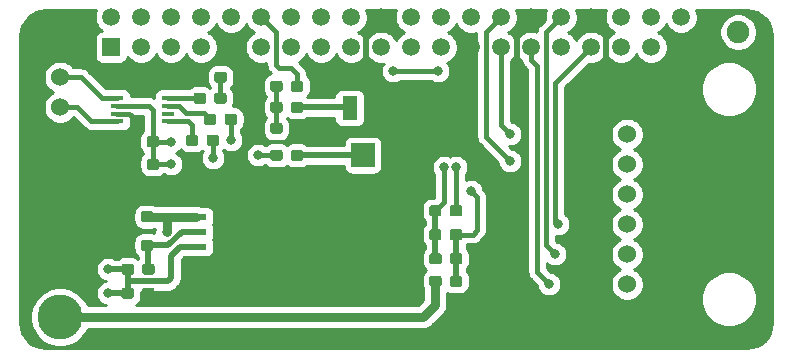
<source format=gbr>
G04 #@! TF.GenerationSoftware,KiCad,Pcbnew,(5.1.2)-1*
G04 #@! TF.CreationDate,2020-10-04T17:45:05-05:00*
G04 #@! TF.ProjectId,Senior Design,53656e69-6f72-4204-9465-7369676e2e6b,rev?*
G04 #@! TF.SameCoordinates,Original*
G04 #@! TF.FileFunction,Copper,L1,Top*
G04 #@! TF.FilePolarity,Positive*
%FSLAX46Y46*%
G04 Gerber Fmt 4.6, Leading zero omitted, Abs format (unit mm)*
G04 Created by KiCad (PCBNEW (5.1.2)-1) date 2020-10-04 17:45:05*
%MOMM*%
%LPD*%
G04 APERTURE LIST*
%ADD10C,1.905000*%
%ADD11C,1.520000*%
%ADD12R,1.520000X1.520000*%
%ADD13R,1.100000X0.400000*%
%ADD14C,1.524000*%
%ADD15C,3.810000*%
%ADD16R,1.750000X0.550000*%
%ADD17R,1.300000X2.000000*%
%ADD18R,2.000000X2.000000*%
%ADD19C,0.100000*%
%ADD20C,0.950000*%
%ADD21C,0.800000*%
%ADD22C,0.508000*%
%ADD23C,0.381000*%
%ADD24C,0.762000*%
%ADD25C,0.254000*%
G04 APERTURE END LIST*
D10*
X176022000Y-64262000D03*
D11*
X158496000Y-62992000D03*
X153416000Y-62992000D03*
X161036000Y-62992000D03*
X163576000Y-62992000D03*
X148336000Y-62992000D03*
X166116000Y-62992000D03*
X168656000Y-62992000D03*
X148336000Y-65532000D03*
X163576000Y-65532000D03*
X155956000Y-65532000D03*
X158496000Y-65532000D03*
X150876000Y-62992000D03*
X155956000Y-62992000D03*
X153416000Y-65532000D03*
X166116000Y-65532000D03*
X168656000Y-65532000D03*
X171196000Y-65532000D03*
X150876000Y-65532000D03*
X161036000Y-65532000D03*
X171196000Y-62992000D03*
X122936000Y-62992000D03*
X128016000Y-62992000D03*
X133096000Y-62992000D03*
X135636000Y-62992000D03*
X138176000Y-62992000D03*
X140716000Y-62992000D03*
X143256000Y-62992000D03*
D12*
X122936000Y-65532000D03*
D11*
X128016000Y-65532000D03*
X138176000Y-65532000D03*
X140716000Y-65532000D03*
X143256000Y-65532000D03*
X145796000Y-65532000D03*
X133096000Y-65532000D03*
X130556000Y-65532000D03*
X125476000Y-62992000D03*
X125476000Y-65532000D03*
X130556000Y-62992000D03*
X135636000Y-65532000D03*
X145796000Y-62992000D03*
D13*
X123444000Y-71800000D03*
X123444000Y-71150000D03*
X123444000Y-70500000D03*
X123444000Y-69850000D03*
X127744000Y-69850000D03*
X127744000Y-70500000D03*
X127744000Y-71150000D03*
X127744000Y-71800000D03*
D14*
X166624000Y-85598000D03*
X166624000Y-83058000D03*
X166624000Y-80518000D03*
X166624000Y-77978000D03*
X166624000Y-75438000D03*
X166624000Y-72898000D03*
X166624000Y-70358000D03*
D15*
X118618000Y-80518000D03*
X118618000Y-88392000D03*
D16*
X137558000Y-79883000D03*
X137558000Y-81153000D03*
X137558000Y-82423000D03*
X137558000Y-83693000D03*
X130158000Y-83693000D03*
X130158000Y-82423000D03*
X130158000Y-81153000D03*
X130158000Y-79883000D03*
D17*
X145422000Y-70676000D03*
D18*
X144272000Y-74676000D03*
D17*
X143122000Y-70676000D03*
D19*
G36*
X152456779Y-84870144D02*
G01*
X152479834Y-84873563D01*
X152502443Y-84879227D01*
X152524387Y-84887079D01*
X152545457Y-84897044D01*
X152565448Y-84909026D01*
X152584168Y-84922910D01*
X152601438Y-84938562D01*
X152617090Y-84955832D01*
X152630974Y-84974552D01*
X152642956Y-84994543D01*
X152652921Y-85015613D01*
X152660773Y-85037557D01*
X152666437Y-85060166D01*
X152669856Y-85083221D01*
X152671000Y-85106500D01*
X152671000Y-85581500D01*
X152669856Y-85604779D01*
X152666437Y-85627834D01*
X152660773Y-85650443D01*
X152652921Y-85672387D01*
X152642956Y-85693457D01*
X152630974Y-85713448D01*
X152617090Y-85732168D01*
X152601438Y-85749438D01*
X152584168Y-85765090D01*
X152565448Y-85778974D01*
X152545457Y-85790956D01*
X152524387Y-85800921D01*
X152502443Y-85808773D01*
X152479834Y-85814437D01*
X152456779Y-85817856D01*
X152433500Y-85819000D01*
X151858500Y-85819000D01*
X151835221Y-85817856D01*
X151812166Y-85814437D01*
X151789557Y-85808773D01*
X151767613Y-85800921D01*
X151746543Y-85790956D01*
X151726552Y-85778974D01*
X151707832Y-85765090D01*
X151690562Y-85749438D01*
X151674910Y-85732168D01*
X151661026Y-85713448D01*
X151649044Y-85693457D01*
X151639079Y-85672387D01*
X151631227Y-85650443D01*
X151625563Y-85627834D01*
X151622144Y-85604779D01*
X151621000Y-85581500D01*
X151621000Y-85106500D01*
X151622144Y-85083221D01*
X151625563Y-85060166D01*
X151631227Y-85037557D01*
X151639079Y-85015613D01*
X151649044Y-84994543D01*
X151661026Y-84974552D01*
X151674910Y-84955832D01*
X151690562Y-84938562D01*
X151707832Y-84922910D01*
X151726552Y-84909026D01*
X151746543Y-84897044D01*
X151767613Y-84887079D01*
X151789557Y-84879227D01*
X151812166Y-84873563D01*
X151835221Y-84870144D01*
X151858500Y-84869000D01*
X152433500Y-84869000D01*
X152456779Y-84870144D01*
X152456779Y-84870144D01*
G37*
D20*
X152146000Y-85344000D03*
D19*
G36*
X150706779Y-84870144D02*
G01*
X150729834Y-84873563D01*
X150752443Y-84879227D01*
X150774387Y-84887079D01*
X150795457Y-84897044D01*
X150815448Y-84909026D01*
X150834168Y-84922910D01*
X150851438Y-84938562D01*
X150867090Y-84955832D01*
X150880974Y-84974552D01*
X150892956Y-84994543D01*
X150902921Y-85015613D01*
X150910773Y-85037557D01*
X150916437Y-85060166D01*
X150919856Y-85083221D01*
X150921000Y-85106500D01*
X150921000Y-85581500D01*
X150919856Y-85604779D01*
X150916437Y-85627834D01*
X150910773Y-85650443D01*
X150902921Y-85672387D01*
X150892956Y-85693457D01*
X150880974Y-85713448D01*
X150867090Y-85732168D01*
X150851438Y-85749438D01*
X150834168Y-85765090D01*
X150815448Y-85778974D01*
X150795457Y-85790956D01*
X150774387Y-85800921D01*
X150752443Y-85808773D01*
X150729834Y-85814437D01*
X150706779Y-85817856D01*
X150683500Y-85819000D01*
X150108500Y-85819000D01*
X150085221Y-85817856D01*
X150062166Y-85814437D01*
X150039557Y-85808773D01*
X150017613Y-85800921D01*
X149996543Y-85790956D01*
X149976552Y-85778974D01*
X149957832Y-85765090D01*
X149940562Y-85749438D01*
X149924910Y-85732168D01*
X149911026Y-85713448D01*
X149899044Y-85693457D01*
X149889079Y-85672387D01*
X149881227Y-85650443D01*
X149875563Y-85627834D01*
X149872144Y-85604779D01*
X149871000Y-85581500D01*
X149871000Y-85106500D01*
X149872144Y-85083221D01*
X149875563Y-85060166D01*
X149881227Y-85037557D01*
X149889079Y-85015613D01*
X149899044Y-84994543D01*
X149911026Y-84974552D01*
X149924910Y-84955832D01*
X149940562Y-84938562D01*
X149957832Y-84922910D01*
X149976552Y-84909026D01*
X149996543Y-84897044D01*
X150017613Y-84887079D01*
X150039557Y-84879227D01*
X150062166Y-84873563D01*
X150085221Y-84870144D01*
X150108500Y-84869000D01*
X150683500Y-84869000D01*
X150706779Y-84870144D01*
X150706779Y-84870144D01*
G37*
D20*
X150396000Y-85344000D03*
D19*
G36*
X150706779Y-82965144D02*
G01*
X150729834Y-82968563D01*
X150752443Y-82974227D01*
X150774387Y-82982079D01*
X150795457Y-82992044D01*
X150815448Y-83004026D01*
X150834168Y-83017910D01*
X150851438Y-83033562D01*
X150867090Y-83050832D01*
X150880974Y-83069552D01*
X150892956Y-83089543D01*
X150902921Y-83110613D01*
X150910773Y-83132557D01*
X150916437Y-83155166D01*
X150919856Y-83178221D01*
X150921000Y-83201500D01*
X150921000Y-83676500D01*
X150919856Y-83699779D01*
X150916437Y-83722834D01*
X150910773Y-83745443D01*
X150902921Y-83767387D01*
X150892956Y-83788457D01*
X150880974Y-83808448D01*
X150867090Y-83827168D01*
X150851438Y-83844438D01*
X150834168Y-83860090D01*
X150815448Y-83873974D01*
X150795457Y-83885956D01*
X150774387Y-83895921D01*
X150752443Y-83903773D01*
X150729834Y-83909437D01*
X150706779Y-83912856D01*
X150683500Y-83914000D01*
X150108500Y-83914000D01*
X150085221Y-83912856D01*
X150062166Y-83909437D01*
X150039557Y-83903773D01*
X150017613Y-83895921D01*
X149996543Y-83885956D01*
X149976552Y-83873974D01*
X149957832Y-83860090D01*
X149940562Y-83844438D01*
X149924910Y-83827168D01*
X149911026Y-83808448D01*
X149899044Y-83788457D01*
X149889079Y-83767387D01*
X149881227Y-83745443D01*
X149875563Y-83722834D01*
X149872144Y-83699779D01*
X149871000Y-83676500D01*
X149871000Y-83201500D01*
X149872144Y-83178221D01*
X149875563Y-83155166D01*
X149881227Y-83132557D01*
X149889079Y-83110613D01*
X149899044Y-83089543D01*
X149911026Y-83069552D01*
X149924910Y-83050832D01*
X149940562Y-83033562D01*
X149957832Y-83017910D01*
X149976552Y-83004026D01*
X149996543Y-82992044D01*
X150017613Y-82982079D01*
X150039557Y-82974227D01*
X150062166Y-82968563D01*
X150085221Y-82965144D01*
X150108500Y-82964000D01*
X150683500Y-82964000D01*
X150706779Y-82965144D01*
X150706779Y-82965144D01*
G37*
D20*
X150396000Y-83439000D03*
D19*
G36*
X152456779Y-82965144D02*
G01*
X152479834Y-82968563D01*
X152502443Y-82974227D01*
X152524387Y-82982079D01*
X152545457Y-82992044D01*
X152565448Y-83004026D01*
X152584168Y-83017910D01*
X152601438Y-83033562D01*
X152617090Y-83050832D01*
X152630974Y-83069552D01*
X152642956Y-83089543D01*
X152652921Y-83110613D01*
X152660773Y-83132557D01*
X152666437Y-83155166D01*
X152669856Y-83178221D01*
X152671000Y-83201500D01*
X152671000Y-83676500D01*
X152669856Y-83699779D01*
X152666437Y-83722834D01*
X152660773Y-83745443D01*
X152652921Y-83767387D01*
X152642956Y-83788457D01*
X152630974Y-83808448D01*
X152617090Y-83827168D01*
X152601438Y-83844438D01*
X152584168Y-83860090D01*
X152565448Y-83873974D01*
X152545457Y-83885956D01*
X152524387Y-83895921D01*
X152502443Y-83903773D01*
X152479834Y-83909437D01*
X152456779Y-83912856D01*
X152433500Y-83914000D01*
X151858500Y-83914000D01*
X151835221Y-83912856D01*
X151812166Y-83909437D01*
X151789557Y-83903773D01*
X151767613Y-83895921D01*
X151746543Y-83885956D01*
X151726552Y-83873974D01*
X151707832Y-83860090D01*
X151690562Y-83844438D01*
X151674910Y-83827168D01*
X151661026Y-83808448D01*
X151649044Y-83788457D01*
X151639079Y-83767387D01*
X151631227Y-83745443D01*
X151625563Y-83722834D01*
X151622144Y-83699779D01*
X151621000Y-83676500D01*
X151621000Y-83201500D01*
X151622144Y-83178221D01*
X151625563Y-83155166D01*
X151631227Y-83132557D01*
X151639079Y-83110613D01*
X151649044Y-83089543D01*
X151661026Y-83069552D01*
X151674910Y-83050832D01*
X151690562Y-83033562D01*
X151707832Y-83017910D01*
X151726552Y-83004026D01*
X151746543Y-82992044D01*
X151767613Y-82982079D01*
X151789557Y-82974227D01*
X151812166Y-82968563D01*
X151835221Y-82965144D01*
X151858500Y-82964000D01*
X152433500Y-82964000D01*
X152456779Y-82965144D01*
X152456779Y-82965144D01*
G37*
D20*
X152146000Y-83439000D03*
D19*
G36*
X131854779Y-72932144D02*
G01*
X131877834Y-72935563D01*
X131900443Y-72941227D01*
X131922387Y-72949079D01*
X131943457Y-72959044D01*
X131963448Y-72971026D01*
X131982168Y-72984910D01*
X131999438Y-73000562D01*
X132015090Y-73017832D01*
X132028974Y-73036552D01*
X132040956Y-73056543D01*
X132050921Y-73077613D01*
X132058773Y-73099557D01*
X132064437Y-73122166D01*
X132067856Y-73145221D01*
X132069000Y-73168500D01*
X132069000Y-73643500D01*
X132067856Y-73666779D01*
X132064437Y-73689834D01*
X132058773Y-73712443D01*
X132050921Y-73734387D01*
X132040956Y-73755457D01*
X132028974Y-73775448D01*
X132015090Y-73794168D01*
X131999438Y-73811438D01*
X131982168Y-73827090D01*
X131963448Y-73840974D01*
X131943457Y-73852956D01*
X131922387Y-73862921D01*
X131900443Y-73870773D01*
X131877834Y-73876437D01*
X131854779Y-73879856D01*
X131831500Y-73881000D01*
X131256500Y-73881000D01*
X131233221Y-73879856D01*
X131210166Y-73876437D01*
X131187557Y-73870773D01*
X131165613Y-73862921D01*
X131144543Y-73852956D01*
X131124552Y-73840974D01*
X131105832Y-73827090D01*
X131088562Y-73811438D01*
X131072910Y-73794168D01*
X131059026Y-73775448D01*
X131047044Y-73755457D01*
X131037079Y-73734387D01*
X131029227Y-73712443D01*
X131023563Y-73689834D01*
X131020144Y-73666779D01*
X131019000Y-73643500D01*
X131019000Y-73168500D01*
X131020144Y-73145221D01*
X131023563Y-73122166D01*
X131029227Y-73099557D01*
X131037079Y-73077613D01*
X131047044Y-73056543D01*
X131059026Y-73036552D01*
X131072910Y-73017832D01*
X131088562Y-73000562D01*
X131105832Y-72984910D01*
X131124552Y-72971026D01*
X131144543Y-72959044D01*
X131165613Y-72949079D01*
X131187557Y-72941227D01*
X131210166Y-72935563D01*
X131233221Y-72932144D01*
X131256500Y-72931000D01*
X131831500Y-72931000D01*
X131854779Y-72932144D01*
X131854779Y-72932144D01*
G37*
D20*
X131544000Y-73406000D03*
D19*
G36*
X130104779Y-72932144D02*
G01*
X130127834Y-72935563D01*
X130150443Y-72941227D01*
X130172387Y-72949079D01*
X130193457Y-72959044D01*
X130213448Y-72971026D01*
X130232168Y-72984910D01*
X130249438Y-73000562D01*
X130265090Y-73017832D01*
X130278974Y-73036552D01*
X130290956Y-73056543D01*
X130300921Y-73077613D01*
X130308773Y-73099557D01*
X130314437Y-73122166D01*
X130317856Y-73145221D01*
X130319000Y-73168500D01*
X130319000Y-73643500D01*
X130317856Y-73666779D01*
X130314437Y-73689834D01*
X130308773Y-73712443D01*
X130300921Y-73734387D01*
X130290956Y-73755457D01*
X130278974Y-73775448D01*
X130265090Y-73794168D01*
X130249438Y-73811438D01*
X130232168Y-73827090D01*
X130213448Y-73840974D01*
X130193457Y-73852956D01*
X130172387Y-73862921D01*
X130150443Y-73870773D01*
X130127834Y-73876437D01*
X130104779Y-73879856D01*
X130081500Y-73881000D01*
X129506500Y-73881000D01*
X129483221Y-73879856D01*
X129460166Y-73876437D01*
X129437557Y-73870773D01*
X129415613Y-73862921D01*
X129394543Y-73852956D01*
X129374552Y-73840974D01*
X129355832Y-73827090D01*
X129338562Y-73811438D01*
X129322910Y-73794168D01*
X129309026Y-73775448D01*
X129297044Y-73755457D01*
X129287079Y-73734387D01*
X129279227Y-73712443D01*
X129273563Y-73689834D01*
X129270144Y-73666779D01*
X129269000Y-73643500D01*
X129269000Y-73168500D01*
X129270144Y-73145221D01*
X129273563Y-73122166D01*
X129279227Y-73099557D01*
X129287079Y-73077613D01*
X129297044Y-73056543D01*
X129309026Y-73036552D01*
X129322910Y-73017832D01*
X129338562Y-73000562D01*
X129355832Y-72984910D01*
X129374552Y-72971026D01*
X129394543Y-72959044D01*
X129415613Y-72949079D01*
X129437557Y-72941227D01*
X129460166Y-72935563D01*
X129483221Y-72932144D01*
X129506500Y-72931000D01*
X130081500Y-72931000D01*
X130104779Y-72932144D01*
X130104779Y-72932144D01*
G37*
D20*
X129794000Y-73406000D03*
D19*
G36*
X132503779Y-69376144D02*
G01*
X132526834Y-69379563D01*
X132549443Y-69385227D01*
X132571387Y-69393079D01*
X132592457Y-69403044D01*
X132612448Y-69415026D01*
X132631168Y-69428910D01*
X132648438Y-69444562D01*
X132664090Y-69461832D01*
X132677974Y-69480552D01*
X132689956Y-69500543D01*
X132699921Y-69521613D01*
X132707773Y-69543557D01*
X132713437Y-69566166D01*
X132716856Y-69589221D01*
X132718000Y-69612500D01*
X132718000Y-70087500D01*
X132716856Y-70110779D01*
X132713437Y-70133834D01*
X132707773Y-70156443D01*
X132699921Y-70178387D01*
X132689956Y-70199457D01*
X132677974Y-70219448D01*
X132664090Y-70238168D01*
X132648438Y-70255438D01*
X132631168Y-70271090D01*
X132612448Y-70284974D01*
X132592457Y-70296956D01*
X132571387Y-70306921D01*
X132549443Y-70314773D01*
X132526834Y-70320437D01*
X132503779Y-70323856D01*
X132480500Y-70325000D01*
X131905500Y-70325000D01*
X131882221Y-70323856D01*
X131859166Y-70320437D01*
X131836557Y-70314773D01*
X131814613Y-70306921D01*
X131793543Y-70296956D01*
X131773552Y-70284974D01*
X131754832Y-70271090D01*
X131737562Y-70255438D01*
X131721910Y-70238168D01*
X131708026Y-70219448D01*
X131696044Y-70199457D01*
X131686079Y-70178387D01*
X131678227Y-70156443D01*
X131672563Y-70133834D01*
X131669144Y-70110779D01*
X131668000Y-70087500D01*
X131668000Y-69612500D01*
X131669144Y-69589221D01*
X131672563Y-69566166D01*
X131678227Y-69543557D01*
X131686079Y-69521613D01*
X131696044Y-69500543D01*
X131708026Y-69480552D01*
X131721910Y-69461832D01*
X131737562Y-69444562D01*
X131754832Y-69428910D01*
X131773552Y-69415026D01*
X131793543Y-69403044D01*
X131814613Y-69393079D01*
X131836557Y-69385227D01*
X131859166Y-69379563D01*
X131882221Y-69376144D01*
X131905500Y-69375000D01*
X132480500Y-69375000D01*
X132503779Y-69376144D01*
X132503779Y-69376144D01*
G37*
D20*
X132193000Y-69850000D03*
D19*
G36*
X130753779Y-69376144D02*
G01*
X130776834Y-69379563D01*
X130799443Y-69385227D01*
X130821387Y-69393079D01*
X130842457Y-69403044D01*
X130862448Y-69415026D01*
X130881168Y-69428910D01*
X130898438Y-69444562D01*
X130914090Y-69461832D01*
X130927974Y-69480552D01*
X130939956Y-69500543D01*
X130949921Y-69521613D01*
X130957773Y-69543557D01*
X130963437Y-69566166D01*
X130966856Y-69589221D01*
X130968000Y-69612500D01*
X130968000Y-70087500D01*
X130966856Y-70110779D01*
X130963437Y-70133834D01*
X130957773Y-70156443D01*
X130949921Y-70178387D01*
X130939956Y-70199457D01*
X130927974Y-70219448D01*
X130914090Y-70238168D01*
X130898438Y-70255438D01*
X130881168Y-70271090D01*
X130862448Y-70284974D01*
X130842457Y-70296956D01*
X130821387Y-70306921D01*
X130799443Y-70314773D01*
X130776834Y-70320437D01*
X130753779Y-70323856D01*
X130730500Y-70325000D01*
X130155500Y-70325000D01*
X130132221Y-70323856D01*
X130109166Y-70320437D01*
X130086557Y-70314773D01*
X130064613Y-70306921D01*
X130043543Y-70296956D01*
X130023552Y-70284974D01*
X130004832Y-70271090D01*
X129987562Y-70255438D01*
X129971910Y-70238168D01*
X129958026Y-70219448D01*
X129946044Y-70199457D01*
X129936079Y-70178387D01*
X129928227Y-70156443D01*
X129922563Y-70133834D01*
X129919144Y-70110779D01*
X129918000Y-70087500D01*
X129918000Y-69612500D01*
X129919144Y-69589221D01*
X129922563Y-69566166D01*
X129928227Y-69543557D01*
X129936079Y-69521613D01*
X129946044Y-69500543D01*
X129958026Y-69480552D01*
X129971910Y-69461832D01*
X129987562Y-69444562D01*
X130004832Y-69428910D01*
X130023552Y-69415026D01*
X130043543Y-69403044D01*
X130064613Y-69393079D01*
X130086557Y-69385227D01*
X130109166Y-69379563D01*
X130132221Y-69376144D01*
X130155500Y-69375000D01*
X130730500Y-69375000D01*
X130753779Y-69376144D01*
X130753779Y-69376144D01*
G37*
D20*
X130443000Y-69850000D03*
D19*
G36*
X133378779Y-71154144D02*
G01*
X133401834Y-71157563D01*
X133424443Y-71163227D01*
X133446387Y-71171079D01*
X133467457Y-71181044D01*
X133487448Y-71193026D01*
X133506168Y-71206910D01*
X133523438Y-71222562D01*
X133539090Y-71239832D01*
X133552974Y-71258552D01*
X133564956Y-71278543D01*
X133574921Y-71299613D01*
X133582773Y-71321557D01*
X133588437Y-71344166D01*
X133591856Y-71367221D01*
X133593000Y-71390500D01*
X133593000Y-71865500D01*
X133591856Y-71888779D01*
X133588437Y-71911834D01*
X133582773Y-71934443D01*
X133574921Y-71956387D01*
X133564956Y-71977457D01*
X133552974Y-71997448D01*
X133539090Y-72016168D01*
X133523438Y-72033438D01*
X133506168Y-72049090D01*
X133487448Y-72062974D01*
X133467457Y-72074956D01*
X133446387Y-72084921D01*
X133424443Y-72092773D01*
X133401834Y-72098437D01*
X133378779Y-72101856D01*
X133355500Y-72103000D01*
X132780500Y-72103000D01*
X132757221Y-72101856D01*
X132734166Y-72098437D01*
X132711557Y-72092773D01*
X132689613Y-72084921D01*
X132668543Y-72074956D01*
X132648552Y-72062974D01*
X132629832Y-72049090D01*
X132612562Y-72033438D01*
X132596910Y-72016168D01*
X132583026Y-71997448D01*
X132571044Y-71977457D01*
X132561079Y-71956387D01*
X132553227Y-71934443D01*
X132547563Y-71911834D01*
X132544144Y-71888779D01*
X132543000Y-71865500D01*
X132543000Y-71390500D01*
X132544144Y-71367221D01*
X132547563Y-71344166D01*
X132553227Y-71321557D01*
X132561079Y-71299613D01*
X132571044Y-71278543D01*
X132583026Y-71258552D01*
X132596910Y-71239832D01*
X132612562Y-71222562D01*
X132629832Y-71206910D01*
X132648552Y-71193026D01*
X132668543Y-71181044D01*
X132689613Y-71171079D01*
X132711557Y-71163227D01*
X132734166Y-71157563D01*
X132757221Y-71154144D01*
X132780500Y-71153000D01*
X133355500Y-71153000D01*
X133378779Y-71154144D01*
X133378779Y-71154144D01*
G37*
D20*
X133068000Y-71628000D03*
D19*
G36*
X131628779Y-71154144D02*
G01*
X131651834Y-71157563D01*
X131674443Y-71163227D01*
X131696387Y-71171079D01*
X131717457Y-71181044D01*
X131737448Y-71193026D01*
X131756168Y-71206910D01*
X131773438Y-71222562D01*
X131789090Y-71239832D01*
X131802974Y-71258552D01*
X131814956Y-71278543D01*
X131824921Y-71299613D01*
X131832773Y-71321557D01*
X131838437Y-71344166D01*
X131841856Y-71367221D01*
X131843000Y-71390500D01*
X131843000Y-71865500D01*
X131841856Y-71888779D01*
X131838437Y-71911834D01*
X131832773Y-71934443D01*
X131824921Y-71956387D01*
X131814956Y-71977457D01*
X131802974Y-71997448D01*
X131789090Y-72016168D01*
X131773438Y-72033438D01*
X131756168Y-72049090D01*
X131737448Y-72062974D01*
X131717457Y-72074956D01*
X131696387Y-72084921D01*
X131674443Y-72092773D01*
X131651834Y-72098437D01*
X131628779Y-72101856D01*
X131605500Y-72103000D01*
X131030500Y-72103000D01*
X131007221Y-72101856D01*
X130984166Y-72098437D01*
X130961557Y-72092773D01*
X130939613Y-72084921D01*
X130918543Y-72074956D01*
X130898552Y-72062974D01*
X130879832Y-72049090D01*
X130862562Y-72033438D01*
X130846910Y-72016168D01*
X130833026Y-71997448D01*
X130821044Y-71977457D01*
X130811079Y-71956387D01*
X130803227Y-71934443D01*
X130797563Y-71911834D01*
X130794144Y-71888779D01*
X130793000Y-71865500D01*
X130793000Y-71390500D01*
X130794144Y-71367221D01*
X130797563Y-71344166D01*
X130803227Y-71321557D01*
X130811079Y-71299613D01*
X130821044Y-71278543D01*
X130833026Y-71258552D01*
X130846910Y-71239832D01*
X130862562Y-71222562D01*
X130879832Y-71206910D01*
X130898552Y-71193026D01*
X130918543Y-71181044D01*
X130939613Y-71171079D01*
X130961557Y-71163227D01*
X130984166Y-71157563D01*
X131007221Y-71154144D01*
X131030500Y-71153000D01*
X131605500Y-71153000D01*
X131628779Y-71154144D01*
X131628779Y-71154144D01*
G37*
D20*
X131318000Y-71628000D03*
D19*
G36*
X137244779Y-70138144D02*
G01*
X137267834Y-70141563D01*
X137290443Y-70147227D01*
X137312387Y-70155079D01*
X137333457Y-70165044D01*
X137353448Y-70177026D01*
X137372168Y-70190910D01*
X137389438Y-70206562D01*
X137405090Y-70223832D01*
X137418974Y-70242552D01*
X137430956Y-70262543D01*
X137440921Y-70283613D01*
X137448773Y-70305557D01*
X137454437Y-70328166D01*
X137457856Y-70351221D01*
X137459000Y-70374500D01*
X137459000Y-70849500D01*
X137457856Y-70872779D01*
X137454437Y-70895834D01*
X137448773Y-70918443D01*
X137440921Y-70940387D01*
X137430956Y-70961457D01*
X137418974Y-70981448D01*
X137405090Y-71000168D01*
X137389438Y-71017438D01*
X137372168Y-71033090D01*
X137353448Y-71046974D01*
X137333457Y-71058956D01*
X137312387Y-71068921D01*
X137290443Y-71076773D01*
X137267834Y-71082437D01*
X137244779Y-71085856D01*
X137221500Y-71087000D01*
X136646500Y-71087000D01*
X136623221Y-71085856D01*
X136600166Y-71082437D01*
X136577557Y-71076773D01*
X136555613Y-71068921D01*
X136534543Y-71058956D01*
X136514552Y-71046974D01*
X136495832Y-71033090D01*
X136478562Y-71017438D01*
X136462910Y-71000168D01*
X136449026Y-70981448D01*
X136437044Y-70961457D01*
X136427079Y-70940387D01*
X136419227Y-70918443D01*
X136413563Y-70895834D01*
X136410144Y-70872779D01*
X136409000Y-70849500D01*
X136409000Y-70374500D01*
X136410144Y-70351221D01*
X136413563Y-70328166D01*
X136419227Y-70305557D01*
X136427079Y-70283613D01*
X136437044Y-70262543D01*
X136449026Y-70242552D01*
X136462910Y-70223832D01*
X136478562Y-70206562D01*
X136495832Y-70190910D01*
X136514552Y-70177026D01*
X136534543Y-70165044D01*
X136555613Y-70155079D01*
X136577557Y-70147227D01*
X136600166Y-70141563D01*
X136623221Y-70138144D01*
X136646500Y-70137000D01*
X137221500Y-70137000D01*
X137244779Y-70138144D01*
X137244779Y-70138144D01*
G37*
D20*
X136934000Y-70612000D03*
D19*
G36*
X138994779Y-70138144D02*
G01*
X139017834Y-70141563D01*
X139040443Y-70147227D01*
X139062387Y-70155079D01*
X139083457Y-70165044D01*
X139103448Y-70177026D01*
X139122168Y-70190910D01*
X139139438Y-70206562D01*
X139155090Y-70223832D01*
X139168974Y-70242552D01*
X139180956Y-70262543D01*
X139190921Y-70283613D01*
X139198773Y-70305557D01*
X139204437Y-70328166D01*
X139207856Y-70351221D01*
X139209000Y-70374500D01*
X139209000Y-70849500D01*
X139207856Y-70872779D01*
X139204437Y-70895834D01*
X139198773Y-70918443D01*
X139190921Y-70940387D01*
X139180956Y-70961457D01*
X139168974Y-70981448D01*
X139155090Y-71000168D01*
X139139438Y-71017438D01*
X139122168Y-71033090D01*
X139103448Y-71046974D01*
X139083457Y-71058956D01*
X139062387Y-71068921D01*
X139040443Y-71076773D01*
X139017834Y-71082437D01*
X138994779Y-71085856D01*
X138971500Y-71087000D01*
X138396500Y-71087000D01*
X138373221Y-71085856D01*
X138350166Y-71082437D01*
X138327557Y-71076773D01*
X138305613Y-71068921D01*
X138284543Y-71058956D01*
X138264552Y-71046974D01*
X138245832Y-71033090D01*
X138228562Y-71017438D01*
X138212910Y-71000168D01*
X138199026Y-70981448D01*
X138187044Y-70961457D01*
X138177079Y-70940387D01*
X138169227Y-70918443D01*
X138163563Y-70895834D01*
X138160144Y-70872779D01*
X138159000Y-70849500D01*
X138159000Y-70374500D01*
X138160144Y-70351221D01*
X138163563Y-70328166D01*
X138169227Y-70305557D01*
X138177079Y-70283613D01*
X138187044Y-70262543D01*
X138199026Y-70242552D01*
X138212910Y-70223832D01*
X138228562Y-70206562D01*
X138245832Y-70190910D01*
X138264552Y-70177026D01*
X138284543Y-70165044D01*
X138305613Y-70155079D01*
X138327557Y-70147227D01*
X138350166Y-70141563D01*
X138373221Y-70138144D01*
X138396500Y-70137000D01*
X138971500Y-70137000D01*
X138994779Y-70138144D01*
X138994779Y-70138144D01*
G37*
D20*
X138684000Y-70612000D03*
D19*
G36*
X138994779Y-68360144D02*
G01*
X139017834Y-68363563D01*
X139040443Y-68369227D01*
X139062387Y-68377079D01*
X139083457Y-68387044D01*
X139103448Y-68399026D01*
X139122168Y-68412910D01*
X139139438Y-68428562D01*
X139155090Y-68445832D01*
X139168974Y-68464552D01*
X139180956Y-68484543D01*
X139190921Y-68505613D01*
X139198773Y-68527557D01*
X139204437Y-68550166D01*
X139207856Y-68573221D01*
X139209000Y-68596500D01*
X139209000Y-69071500D01*
X139207856Y-69094779D01*
X139204437Y-69117834D01*
X139198773Y-69140443D01*
X139190921Y-69162387D01*
X139180956Y-69183457D01*
X139168974Y-69203448D01*
X139155090Y-69222168D01*
X139139438Y-69239438D01*
X139122168Y-69255090D01*
X139103448Y-69268974D01*
X139083457Y-69280956D01*
X139062387Y-69290921D01*
X139040443Y-69298773D01*
X139017834Y-69304437D01*
X138994779Y-69307856D01*
X138971500Y-69309000D01*
X138396500Y-69309000D01*
X138373221Y-69307856D01*
X138350166Y-69304437D01*
X138327557Y-69298773D01*
X138305613Y-69290921D01*
X138284543Y-69280956D01*
X138264552Y-69268974D01*
X138245832Y-69255090D01*
X138228562Y-69239438D01*
X138212910Y-69222168D01*
X138199026Y-69203448D01*
X138187044Y-69183457D01*
X138177079Y-69162387D01*
X138169227Y-69140443D01*
X138163563Y-69117834D01*
X138160144Y-69094779D01*
X138159000Y-69071500D01*
X138159000Y-68596500D01*
X138160144Y-68573221D01*
X138163563Y-68550166D01*
X138169227Y-68527557D01*
X138177079Y-68505613D01*
X138187044Y-68484543D01*
X138199026Y-68464552D01*
X138212910Y-68445832D01*
X138228562Y-68428562D01*
X138245832Y-68412910D01*
X138264552Y-68399026D01*
X138284543Y-68387044D01*
X138305613Y-68377079D01*
X138327557Y-68369227D01*
X138350166Y-68363563D01*
X138373221Y-68360144D01*
X138396500Y-68359000D01*
X138971500Y-68359000D01*
X138994779Y-68360144D01*
X138994779Y-68360144D01*
G37*
D20*
X138684000Y-68834000D03*
D19*
G36*
X137244779Y-68360144D02*
G01*
X137267834Y-68363563D01*
X137290443Y-68369227D01*
X137312387Y-68377079D01*
X137333457Y-68387044D01*
X137353448Y-68399026D01*
X137372168Y-68412910D01*
X137389438Y-68428562D01*
X137405090Y-68445832D01*
X137418974Y-68464552D01*
X137430956Y-68484543D01*
X137440921Y-68505613D01*
X137448773Y-68527557D01*
X137454437Y-68550166D01*
X137457856Y-68573221D01*
X137459000Y-68596500D01*
X137459000Y-69071500D01*
X137457856Y-69094779D01*
X137454437Y-69117834D01*
X137448773Y-69140443D01*
X137440921Y-69162387D01*
X137430956Y-69183457D01*
X137418974Y-69203448D01*
X137405090Y-69222168D01*
X137389438Y-69239438D01*
X137372168Y-69255090D01*
X137353448Y-69268974D01*
X137333457Y-69280956D01*
X137312387Y-69290921D01*
X137290443Y-69298773D01*
X137267834Y-69304437D01*
X137244779Y-69307856D01*
X137221500Y-69309000D01*
X136646500Y-69309000D01*
X136623221Y-69307856D01*
X136600166Y-69304437D01*
X136577557Y-69298773D01*
X136555613Y-69290921D01*
X136534543Y-69280956D01*
X136514552Y-69268974D01*
X136495832Y-69255090D01*
X136478562Y-69239438D01*
X136462910Y-69222168D01*
X136449026Y-69203448D01*
X136437044Y-69183457D01*
X136427079Y-69162387D01*
X136419227Y-69140443D01*
X136413563Y-69117834D01*
X136410144Y-69094779D01*
X136409000Y-69071500D01*
X136409000Y-68596500D01*
X136410144Y-68573221D01*
X136413563Y-68550166D01*
X136419227Y-68527557D01*
X136427079Y-68505613D01*
X136437044Y-68484543D01*
X136449026Y-68464552D01*
X136462910Y-68445832D01*
X136478562Y-68428562D01*
X136495832Y-68412910D01*
X136514552Y-68399026D01*
X136534543Y-68387044D01*
X136555613Y-68377079D01*
X136577557Y-68369227D01*
X136600166Y-68363563D01*
X136623221Y-68360144D01*
X136646500Y-68359000D01*
X137221500Y-68359000D01*
X137244779Y-68360144D01*
X137244779Y-68360144D01*
G37*
D20*
X136934000Y-68834000D03*
D19*
G36*
X124657779Y-83854144D02*
G01*
X124680834Y-83857563D01*
X124703443Y-83863227D01*
X124725387Y-83871079D01*
X124746457Y-83881044D01*
X124766448Y-83893026D01*
X124785168Y-83906910D01*
X124802438Y-83922562D01*
X124818090Y-83939832D01*
X124831974Y-83958552D01*
X124843956Y-83978543D01*
X124853921Y-83999613D01*
X124861773Y-84021557D01*
X124867437Y-84044166D01*
X124870856Y-84067221D01*
X124872000Y-84090500D01*
X124872000Y-84565500D01*
X124870856Y-84588779D01*
X124867437Y-84611834D01*
X124861773Y-84634443D01*
X124853921Y-84656387D01*
X124843956Y-84677457D01*
X124831974Y-84697448D01*
X124818090Y-84716168D01*
X124802438Y-84733438D01*
X124785168Y-84749090D01*
X124766448Y-84762974D01*
X124746457Y-84774956D01*
X124725387Y-84784921D01*
X124703443Y-84792773D01*
X124680834Y-84798437D01*
X124657779Y-84801856D01*
X124634500Y-84803000D01*
X124059500Y-84803000D01*
X124036221Y-84801856D01*
X124013166Y-84798437D01*
X123990557Y-84792773D01*
X123968613Y-84784921D01*
X123947543Y-84774956D01*
X123927552Y-84762974D01*
X123908832Y-84749090D01*
X123891562Y-84733438D01*
X123875910Y-84716168D01*
X123862026Y-84697448D01*
X123850044Y-84677457D01*
X123840079Y-84656387D01*
X123832227Y-84634443D01*
X123826563Y-84611834D01*
X123823144Y-84588779D01*
X123822000Y-84565500D01*
X123822000Y-84090500D01*
X123823144Y-84067221D01*
X123826563Y-84044166D01*
X123832227Y-84021557D01*
X123840079Y-83999613D01*
X123850044Y-83978543D01*
X123862026Y-83958552D01*
X123875910Y-83939832D01*
X123891562Y-83922562D01*
X123908832Y-83906910D01*
X123927552Y-83893026D01*
X123947543Y-83881044D01*
X123968613Y-83871079D01*
X123990557Y-83863227D01*
X124013166Y-83857563D01*
X124036221Y-83854144D01*
X124059500Y-83853000D01*
X124634500Y-83853000D01*
X124657779Y-83854144D01*
X124657779Y-83854144D01*
G37*
D20*
X124347000Y-84328000D03*
D19*
G36*
X126407779Y-83854144D02*
G01*
X126430834Y-83857563D01*
X126453443Y-83863227D01*
X126475387Y-83871079D01*
X126496457Y-83881044D01*
X126516448Y-83893026D01*
X126535168Y-83906910D01*
X126552438Y-83922562D01*
X126568090Y-83939832D01*
X126581974Y-83958552D01*
X126593956Y-83978543D01*
X126603921Y-83999613D01*
X126611773Y-84021557D01*
X126617437Y-84044166D01*
X126620856Y-84067221D01*
X126622000Y-84090500D01*
X126622000Y-84565500D01*
X126620856Y-84588779D01*
X126617437Y-84611834D01*
X126611773Y-84634443D01*
X126603921Y-84656387D01*
X126593956Y-84677457D01*
X126581974Y-84697448D01*
X126568090Y-84716168D01*
X126552438Y-84733438D01*
X126535168Y-84749090D01*
X126516448Y-84762974D01*
X126496457Y-84774956D01*
X126475387Y-84784921D01*
X126453443Y-84792773D01*
X126430834Y-84798437D01*
X126407779Y-84801856D01*
X126384500Y-84803000D01*
X125809500Y-84803000D01*
X125786221Y-84801856D01*
X125763166Y-84798437D01*
X125740557Y-84792773D01*
X125718613Y-84784921D01*
X125697543Y-84774956D01*
X125677552Y-84762974D01*
X125658832Y-84749090D01*
X125641562Y-84733438D01*
X125625910Y-84716168D01*
X125612026Y-84697448D01*
X125600044Y-84677457D01*
X125590079Y-84656387D01*
X125582227Y-84634443D01*
X125576563Y-84611834D01*
X125573144Y-84588779D01*
X125572000Y-84565500D01*
X125572000Y-84090500D01*
X125573144Y-84067221D01*
X125576563Y-84044166D01*
X125582227Y-84021557D01*
X125590079Y-83999613D01*
X125600044Y-83978543D01*
X125612026Y-83958552D01*
X125625910Y-83939832D01*
X125641562Y-83922562D01*
X125658832Y-83906910D01*
X125677552Y-83893026D01*
X125697543Y-83881044D01*
X125718613Y-83871079D01*
X125740557Y-83863227D01*
X125763166Y-83857563D01*
X125786221Y-83854144D01*
X125809500Y-83853000D01*
X126384500Y-83853000D01*
X126407779Y-83854144D01*
X126407779Y-83854144D01*
G37*
D20*
X126097000Y-84328000D03*
D19*
G36*
X124544779Y-81822144D02*
G01*
X124567834Y-81825563D01*
X124590443Y-81831227D01*
X124612387Y-81839079D01*
X124633457Y-81849044D01*
X124653448Y-81861026D01*
X124672168Y-81874910D01*
X124689438Y-81890562D01*
X124705090Y-81907832D01*
X124718974Y-81926552D01*
X124730956Y-81946543D01*
X124740921Y-81967613D01*
X124748773Y-81989557D01*
X124754437Y-82012166D01*
X124757856Y-82035221D01*
X124759000Y-82058500D01*
X124759000Y-82533500D01*
X124757856Y-82556779D01*
X124754437Y-82579834D01*
X124748773Y-82602443D01*
X124740921Y-82624387D01*
X124730956Y-82645457D01*
X124718974Y-82665448D01*
X124705090Y-82684168D01*
X124689438Y-82701438D01*
X124672168Y-82717090D01*
X124653448Y-82730974D01*
X124633457Y-82742956D01*
X124612387Y-82752921D01*
X124590443Y-82760773D01*
X124567834Y-82766437D01*
X124544779Y-82769856D01*
X124521500Y-82771000D01*
X123946500Y-82771000D01*
X123923221Y-82769856D01*
X123900166Y-82766437D01*
X123877557Y-82760773D01*
X123855613Y-82752921D01*
X123834543Y-82742956D01*
X123814552Y-82730974D01*
X123795832Y-82717090D01*
X123778562Y-82701438D01*
X123762910Y-82684168D01*
X123749026Y-82665448D01*
X123737044Y-82645457D01*
X123727079Y-82624387D01*
X123719227Y-82602443D01*
X123713563Y-82579834D01*
X123710144Y-82556779D01*
X123709000Y-82533500D01*
X123709000Y-82058500D01*
X123710144Y-82035221D01*
X123713563Y-82012166D01*
X123719227Y-81989557D01*
X123727079Y-81967613D01*
X123737044Y-81946543D01*
X123749026Y-81926552D01*
X123762910Y-81907832D01*
X123778562Y-81890562D01*
X123795832Y-81874910D01*
X123814552Y-81861026D01*
X123834543Y-81849044D01*
X123855613Y-81839079D01*
X123877557Y-81831227D01*
X123900166Y-81825563D01*
X123923221Y-81822144D01*
X123946500Y-81821000D01*
X124521500Y-81821000D01*
X124544779Y-81822144D01*
X124544779Y-81822144D01*
G37*
D20*
X124234000Y-82296000D03*
D19*
G36*
X126294779Y-81822144D02*
G01*
X126317834Y-81825563D01*
X126340443Y-81831227D01*
X126362387Y-81839079D01*
X126383457Y-81849044D01*
X126403448Y-81861026D01*
X126422168Y-81874910D01*
X126439438Y-81890562D01*
X126455090Y-81907832D01*
X126468974Y-81926552D01*
X126480956Y-81946543D01*
X126490921Y-81967613D01*
X126498773Y-81989557D01*
X126504437Y-82012166D01*
X126507856Y-82035221D01*
X126509000Y-82058500D01*
X126509000Y-82533500D01*
X126507856Y-82556779D01*
X126504437Y-82579834D01*
X126498773Y-82602443D01*
X126490921Y-82624387D01*
X126480956Y-82645457D01*
X126468974Y-82665448D01*
X126455090Y-82684168D01*
X126439438Y-82701438D01*
X126422168Y-82717090D01*
X126403448Y-82730974D01*
X126383457Y-82742956D01*
X126362387Y-82752921D01*
X126340443Y-82760773D01*
X126317834Y-82766437D01*
X126294779Y-82769856D01*
X126271500Y-82771000D01*
X125696500Y-82771000D01*
X125673221Y-82769856D01*
X125650166Y-82766437D01*
X125627557Y-82760773D01*
X125605613Y-82752921D01*
X125584543Y-82742956D01*
X125564552Y-82730974D01*
X125545832Y-82717090D01*
X125528562Y-82701438D01*
X125512910Y-82684168D01*
X125499026Y-82665448D01*
X125487044Y-82645457D01*
X125477079Y-82624387D01*
X125469227Y-82602443D01*
X125463563Y-82579834D01*
X125460144Y-82556779D01*
X125459000Y-82533500D01*
X125459000Y-82058500D01*
X125460144Y-82035221D01*
X125463563Y-82012166D01*
X125469227Y-81989557D01*
X125477079Y-81967613D01*
X125487044Y-81946543D01*
X125499026Y-81926552D01*
X125512910Y-81907832D01*
X125528562Y-81890562D01*
X125545832Y-81874910D01*
X125564552Y-81861026D01*
X125584543Y-81849044D01*
X125605613Y-81839079D01*
X125627557Y-81831227D01*
X125650166Y-81825563D01*
X125673221Y-81822144D01*
X125696500Y-81821000D01*
X126271500Y-81821000D01*
X126294779Y-81822144D01*
X126294779Y-81822144D01*
G37*
D20*
X125984000Y-82296000D03*
D14*
X118618000Y-70612000D03*
X118618000Y-68072000D03*
D19*
G36*
X152442779Y-80933144D02*
G01*
X152465834Y-80936563D01*
X152488443Y-80942227D01*
X152510387Y-80950079D01*
X152531457Y-80960044D01*
X152551448Y-80972026D01*
X152570168Y-80985910D01*
X152587438Y-81001562D01*
X152603090Y-81018832D01*
X152616974Y-81037552D01*
X152628956Y-81057543D01*
X152638921Y-81078613D01*
X152646773Y-81100557D01*
X152652437Y-81123166D01*
X152655856Y-81146221D01*
X152657000Y-81169500D01*
X152657000Y-81644500D01*
X152655856Y-81667779D01*
X152652437Y-81690834D01*
X152646773Y-81713443D01*
X152638921Y-81735387D01*
X152628956Y-81756457D01*
X152616974Y-81776448D01*
X152603090Y-81795168D01*
X152587438Y-81812438D01*
X152570168Y-81828090D01*
X152551448Y-81841974D01*
X152531457Y-81853956D01*
X152510387Y-81863921D01*
X152488443Y-81871773D01*
X152465834Y-81877437D01*
X152442779Y-81880856D01*
X152419500Y-81882000D01*
X151844500Y-81882000D01*
X151821221Y-81880856D01*
X151798166Y-81877437D01*
X151775557Y-81871773D01*
X151753613Y-81863921D01*
X151732543Y-81853956D01*
X151712552Y-81841974D01*
X151693832Y-81828090D01*
X151676562Y-81812438D01*
X151660910Y-81795168D01*
X151647026Y-81776448D01*
X151635044Y-81756457D01*
X151625079Y-81735387D01*
X151617227Y-81713443D01*
X151611563Y-81690834D01*
X151608144Y-81667779D01*
X151607000Y-81644500D01*
X151607000Y-81169500D01*
X151608144Y-81146221D01*
X151611563Y-81123166D01*
X151617227Y-81100557D01*
X151625079Y-81078613D01*
X151635044Y-81057543D01*
X151647026Y-81037552D01*
X151660910Y-81018832D01*
X151676562Y-81001562D01*
X151693832Y-80985910D01*
X151712552Y-80972026D01*
X151732543Y-80960044D01*
X151753613Y-80950079D01*
X151775557Y-80942227D01*
X151798166Y-80936563D01*
X151821221Y-80933144D01*
X151844500Y-80932000D01*
X152419500Y-80932000D01*
X152442779Y-80933144D01*
X152442779Y-80933144D01*
G37*
D20*
X152132000Y-81407000D03*
D19*
G36*
X150692779Y-80933144D02*
G01*
X150715834Y-80936563D01*
X150738443Y-80942227D01*
X150760387Y-80950079D01*
X150781457Y-80960044D01*
X150801448Y-80972026D01*
X150820168Y-80985910D01*
X150837438Y-81001562D01*
X150853090Y-81018832D01*
X150866974Y-81037552D01*
X150878956Y-81057543D01*
X150888921Y-81078613D01*
X150896773Y-81100557D01*
X150902437Y-81123166D01*
X150905856Y-81146221D01*
X150907000Y-81169500D01*
X150907000Y-81644500D01*
X150905856Y-81667779D01*
X150902437Y-81690834D01*
X150896773Y-81713443D01*
X150888921Y-81735387D01*
X150878956Y-81756457D01*
X150866974Y-81776448D01*
X150853090Y-81795168D01*
X150837438Y-81812438D01*
X150820168Y-81828090D01*
X150801448Y-81841974D01*
X150781457Y-81853956D01*
X150760387Y-81863921D01*
X150738443Y-81871773D01*
X150715834Y-81877437D01*
X150692779Y-81880856D01*
X150669500Y-81882000D01*
X150094500Y-81882000D01*
X150071221Y-81880856D01*
X150048166Y-81877437D01*
X150025557Y-81871773D01*
X150003613Y-81863921D01*
X149982543Y-81853956D01*
X149962552Y-81841974D01*
X149943832Y-81828090D01*
X149926562Y-81812438D01*
X149910910Y-81795168D01*
X149897026Y-81776448D01*
X149885044Y-81756457D01*
X149875079Y-81735387D01*
X149867227Y-81713443D01*
X149861563Y-81690834D01*
X149858144Y-81667779D01*
X149857000Y-81644500D01*
X149857000Y-81169500D01*
X149858144Y-81146221D01*
X149861563Y-81123166D01*
X149867227Y-81100557D01*
X149875079Y-81078613D01*
X149885044Y-81057543D01*
X149897026Y-81037552D01*
X149910910Y-81018832D01*
X149926562Y-81001562D01*
X149943832Y-80985910D01*
X149962552Y-80972026D01*
X149982543Y-80960044D01*
X150003613Y-80950079D01*
X150025557Y-80942227D01*
X150048166Y-80936563D01*
X150071221Y-80933144D01*
X150094500Y-80932000D01*
X150669500Y-80932000D01*
X150692779Y-80933144D01*
X150692779Y-80933144D01*
G37*
D20*
X150382000Y-81407000D03*
D19*
G36*
X150692779Y-78901144D02*
G01*
X150715834Y-78904563D01*
X150738443Y-78910227D01*
X150760387Y-78918079D01*
X150781457Y-78928044D01*
X150801448Y-78940026D01*
X150820168Y-78953910D01*
X150837438Y-78969562D01*
X150853090Y-78986832D01*
X150866974Y-79005552D01*
X150878956Y-79025543D01*
X150888921Y-79046613D01*
X150896773Y-79068557D01*
X150902437Y-79091166D01*
X150905856Y-79114221D01*
X150907000Y-79137500D01*
X150907000Y-79612500D01*
X150905856Y-79635779D01*
X150902437Y-79658834D01*
X150896773Y-79681443D01*
X150888921Y-79703387D01*
X150878956Y-79724457D01*
X150866974Y-79744448D01*
X150853090Y-79763168D01*
X150837438Y-79780438D01*
X150820168Y-79796090D01*
X150801448Y-79809974D01*
X150781457Y-79821956D01*
X150760387Y-79831921D01*
X150738443Y-79839773D01*
X150715834Y-79845437D01*
X150692779Y-79848856D01*
X150669500Y-79850000D01*
X150094500Y-79850000D01*
X150071221Y-79848856D01*
X150048166Y-79845437D01*
X150025557Y-79839773D01*
X150003613Y-79831921D01*
X149982543Y-79821956D01*
X149962552Y-79809974D01*
X149943832Y-79796090D01*
X149926562Y-79780438D01*
X149910910Y-79763168D01*
X149897026Y-79744448D01*
X149885044Y-79724457D01*
X149875079Y-79703387D01*
X149867227Y-79681443D01*
X149861563Y-79658834D01*
X149858144Y-79635779D01*
X149857000Y-79612500D01*
X149857000Y-79137500D01*
X149858144Y-79114221D01*
X149861563Y-79091166D01*
X149867227Y-79068557D01*
X149875079Y-79046613D01*
X149885044Y-79025543D01*
X149897026Y-79005552D01*
X149910910Y-78986832D01*
X149926562Y-78969562D01*
X149943832Y-78953910D01*
X149962552Y-78940026D01*
X149982543Y-78928044D01*
X150003613Y-78918079D01*
X150025557Y-78910227D01*
X150048166Y-78904563D01*
X150071221Y-78901144D01*
X150094500Y-78900000D01*
X150669500Y-78900000D01*
X150692779Y-78901144D01*
X150692779Y-78901144D01*
G37*
D20*
X150382000Y-79375000D03*
D19*
G36*
X152442779Y-78901144D02*
G01*
X152465834Y-78904563D01*
X152488443Y-78910227D01*
X152510387Y-78918079D01*
X152531457Y-78928044D01*
X152551448Y-78940026D01*
X152570168Y-78953910D01*
X152587438Y-78969562D01*
X152603090Y-78986832D01*
X152616974Y-79005552D01*
X152628956Y-79025543D01*
X152638921Y-79046613D01*
X152646773Y-79068557D01*
X152652437Y-79091166D01*
X152655856Y-79114221D01*
X152657000Y-79137500D01*
X152657000Y-79612500D01*
X152655856Y-79635779D01*
X152652437Y-79658834D01*
X152646773Y-79681443D01*
X152638921Y-79703387D01*
X152628956Y-79724457D01*
X152616974Y-79744448D01*
X152603090Y-79763168D01*
X152587438Y-79780438D01*
X152570168Y-79796090D01*
X152551448Y-79809974D01*
X152531457Y-79821956D01*
X152510387Y-79831921D01*
X152488443Y-79839773D01*
X152465834Y-79845437D01*
X152442779Y-79848856D01*
X152419500Y-79850000D01*
X151844500Y-79850000D01*
X151821221Y-79848856D01*
X151798166Y-79845437D01*
X151775557Y-79839773D01*
X151753613Y-79831921D01*
X151732543Y-79821956D01*
X151712552Y-79809974D01*
X151693832Y-79796090D01*
X151676562Y-79780438D01*
X151660910Y-79763168D01*
X151647026Y-79744448D01*
X151635044Y-79724457D01*
X151625079Y-79703387D01*
X151617227Y-79681443D01*
X151611563Y-79658834D01*
X151608144Y-79635779D01*
X151607000Y-79612500D01*
X151607000Y-79137500D01*
X151608144Y-79114221D01*
X151611563Y-79091166D01*
X151617227Y-79068557D01*
X151625079Y-79046613D01*
X151635044Y-79025543D01*
X151647026Y-79005552D01*
X151660910Y-78986832D01*
X151676562Y-78969562D01*
X151693832Y-78953910D01*
X151712552Y-78940026D01*
X151732543Y-78928044D01*
X151753613Y-78918079D01*
X151775557Y-78910227D01*
X151798166Y-78904563D01*
X151821221Y-78901144D01*
X151844500Y-78900000D01*
X152419500Y-78900000D01*
X152442779Y-78901144D01*
X152442779Y-78901144D01*
G37*
D20*
X152132000Y-79375000D03*
D19*
G36*
X126774779Y-73059144D02*
G01*
X126797834Y-73062563D01*
X126820443Y-73068227D01*
X126842387Y-73076079D01*
X126863457Y-73086044D01*
X126883448Y-73098026D01*
X126902168Y-73111910D01*
X126919438Y-73127562D01*
X126935090Y-73144832D01*
X126948974Y-73163552D01*
X126960956Y-73183543D01*
X126970921Y-73204613D01*
X126978773Y-73226557D01*
X126984437Y-73249166D01*
X126987856Y-73272221D01*
X126989000Y-73295500D01*
X126989000Y-73770500D01*
X126987856Y-73793779D01*
X126984437Y-73816834D01*
X126978773Y-73839443D01*
X126970921Y-73861387D01*
X126960956Y-73882457D01*
X126948974Y-73902448D01*
X126935090Y-73921168D01*
X126919438Y-73938438D01*
X126902168Y-73954090D01*
X126883448Y-73967974D01*
X126863457Y-73979956D01*
X126842387Y-73989921D01*
X126820443Y-73997773D01*
X126797834Y-74003437D01*
X126774779Y-74006856D01*
X126751500Y-74008000D01*
X126176500Y-74008000D01*
X126153221Y-74006856D01*
X126130166Y-74003437D01*
X126107557Y-73997773D01*
X126085613Y-73989921D01*
X126064543Y-73979956D01*
X126044552Y-73967974D01*
X126025832Y-73954090D01*
X126008562Y-73938438D01*
X125992910Y-73921168D01*
X125979026Y-73902448D01*
X125967044Y-73882457D01*
X125957079Y-73861387D01*
X125949227Y-73839443D01*
X125943563Y-73816834D01*
X125940144Y-73793779D01*
X125939000Y-73770500D01*
X125939000Y-73295500D01*
X125940144Y-73272221D01*
X125943563Y-73249166D01*
X125949227Y-73226557D01*
X125957079Y-73204613D01*
X125967044Y-73183543D01*
X125979026Y-73163552D01*
X125992910Y-73144832D01*
X126008562Y-73127562D01*
X126025832Y-73111910D01*
X126044552Y-73098026D01*
X126064543Y-73086044D01*
X126085613Y-73076079D01*
X126107557Y-73068227D01*
X126130166Y-73062563D01*
X126153221Y-73059144D01*
X126176500Y-73058000D01*
X126751500Y-73058000D01*
X126774779Y-73059144D01*
X126774779Y-73059144D01*
G37*
D20*
X126464000Y-73533000D03*
D19*
G36*
X125024779Y-73059144D02*
G01*
X125047834Y-73062563D01*
X125070443Y-73068227D01*
X125092387Y-73076079D01*
X125113457Y-73086044D01*
X125133448Y-73098026D01*
X125152168Y-73111910D01*
X125169438Y-73127562D01*
X125185090Y-73144832D01*
X125198974Y-73163552D01*
X125210956Y-73183543D01*
X125220921Y-73204613D01*
X125228773Y-73226557D01*
X125234437Y-73249166D01*
X125237856Y-73272221D01*
X125239000Y-73295500D01*
X125239000Y-73770500D01*
X125237856Y-73793779D01*
X125234437Y-73816834D01*
X125228773Y-73839443D01*
X125220921Y-73861387D01*
X125210956Y-73882457D01*
X125198974Y-73902448D01*
X125185090Y-73921168D01*
X125169438Y-73938438D01*
X125152168Y-73954090D01*
X125133448Y-73967974D01*
X125113457Y-73979956D01*
X125092387Y-73989921D01*
X125070443Y-73997773D01*
X125047834Y-74003437D01*
X125024779Y-74006856D01*
X125001500Y-74008000D01*
X124426500Y-74008000D01*
X124403221Y-74006856D01*
X124380166Y-74003437D01*
X124357557Y-73997773D01*
X124335613Y-73989921D01*
X124314543Y-73979956D01*
X124294552Y-73967974D01*
X124275832Y-73954090D01*
X124258562Y-73938438D01*
X124242910Y-73921168D01*
X124229026Y-73902448D01*
X124217044Y-73882457D01*
X124207079Y-73861387D01*
X124199227Y-73839443D01*
X124193563Y-73816834D01*
X124190144Y-73793779D01*
X124189000Y-73770500D01*
X124189000Y-73295500D01*
X124190144Y-73272221D01*
X124193563Y-73249166D01*
X124199227Y-73226557D01*
X124207079Y-73204613D01*
X124217044Y-73183543D01*
X124229026Y-73163552D01*
X124242910Y-73144832D01*
X124258562Y-73127562D01*
X124275832Y-73111910D01*
X124294552Y-73098026D01*
X124314543Y-73086044D01*
X124335613Y-73076079D01*
X124357557Y-73068227D01*
X124380166Y-73062563D01*
X124403221Y-73059144D01*
X124426500Y-73058000D01*
X125001500Y-73058000D01*
X125024779Y-73059144D01*
X125024779Y-73059144D01*
G37*
D20*
X124714000Y-73533000D03*
D19*
G36*
X126802779Y-74964144D02*
G01*
X126825834Y-74967563D01*
X126848443Y-74973227D01*
X126870387Y-74981079D01*
X126891457Y-74991044D01*
X126911448Y-75003026D01*
X126930168Y-75016910D01*
X126947438Y-75032562D01*
X126963090Y-75049832D01*
X126976974Y-75068552D01*
X126988956Y-75088543D01*
X126998921Y-75109613D01*
X127006773Y-75131557D01*
X127012437Y-75154166D01*
X127015856Y-75177221D01*
X127017000Y-75200500D01*
X127017000Y-75675500D01*
X127015856Y-75698779D01*
X127012437Y-75721834D01*
X127006773Y-75744443D01*
X126998921Y-75766387D01*
X126988956Y-75787457D01*
X126976974Y-75807448D01*
X126963090Y-75826168D01*
X126947438Y-75843438D01*
X126930168Y-75859090D01*
X126911448Y-75872974D01*
X126891457Y-75884956D01*
X126870387Y-75894921D01*
X126848443Y-75902773D01*
X126825834Y-75908437D01*
X126802779Y-75911856D01*
X126779500Y-75913000D01*
X126204500Y-75913000D01*
X126181221Y-75911856D01*
X126158166Y-75908437D01*
X126135557Y-75902773D01*
X126113613Y-75894921D01*
X126092543Y-75884956D01*
X126072552Y-75872974D01*
X126053832Y-75859090D01*
X126036562Y-75843438D01*
X126020910Y-75826168D01*
X126007026Y-75807448D01*
X125995044Y-75787457D01*
X125985079Y-75766387D01*
X125977227Y-75744443D01*
X125971563Y-75721834D01*
X125968144Y-75698779D01*
X125967000Y-75675500D01*
X125967000Y-75200500D01*
X125968144Y-75177221D01*
X125971563Y-75154166D01*
X125977227Y-75131557D01*
X125985079Y-75109613D01*
X125995044Y-75088543D01*
X126007026Y-75068552D01*
X126020910Y-75049832D01*
X126036562Y-75032562D01*
X126053832Y-75016910D01*
X126072552Y-75003026D01*
X126092543Y-74991044D01*
X126113613Y-74981079D01*
X126135557Y-74973227D01*
X126158166Y-74967563D01*
X126181221Y-74964144D01*
X126204500Y-74963000D01*
X126779500Y-74963000D01*
X126802779Y-74964144D01*
X126802779Y-74964144D01*
G37*
D20*
X126492000Y-75438000D03*
D19*
G36*
X125052779Y-74964144D02*
G01*
X125075834Y-74967563D01*
X125098443Y-74973227D01*
X125120387Y-74981079D01*
X125141457Y-74991044D01*
X125161448Y-75003026D01*
X125180168Y-75016910D01*
X125197438Y-75032562D01*
X125213090Y-75049832D01*
X125226974Y-75068552D01*
X125238956Y-75088543D01*
X125248921Y-75109613D01*
X125256773Y-75131557D01*
X125262437Y-75154166D01*
X125265856Y-75177221D01*
X125267000Y-75200500D01*
X125267000Y-75675500D01*
X125265856Y-75698779D01*
X125262437Y-75721834D01*
X125256773Y-75744443D01*
X125248921Y-75766387D01*
X125238956Y-75787457D01*
X125226974Y-75807448D01*
X125213090Y-75826168D01*
X125197438Y-75843438D01*
X125180168Y-75859090D01*
X125161448Y-75872974D01*
X125141457Y-75884956D01*
X125120387Y-75894921D01*
X125098443Y-75902773D01*
X125075834Y-75908437D01*
X125052779Y-75911856D01*
X125029500Y-75913000D01*
X124454500Y-75913000D01*
X124431221Y-75911856D01*
X124408166Y-75908437D01*
X124385557Y-75902773D01*
X124363613Y-75894921D01*
X124342543Y-75884956D01*
X124322552Y-75872974D01*
X124303832Y-75859090D01*
X124286562Y-75843438D01*
X124270910Y-75826168D01*
X124257026Y-75807448D01*
X124245044Y-75787457D01*
X124235079Y-75766387D01*
X124227227Y-75744443D01*
X124221563Y-75721834D01*
X124218144Y-75698779D01*
X124217000Y-75675500D01*
X124217000Y-75200500D01*
X124218144Y-75177221D01*
X124221563Y-75154166D01*
X124227227Y-75131557D01*
X124235079Y-75109613D01*
X124245044Y-75088543D01*
X124257026Y-75068552D01*
X124270910Y-75049832D01*
X124286562Y-75032562D01*
X124303832Y-75016910D01*
X124322552Y-75003026D01*
X124342543Y-74991044D01*
X124363613Y-74981079D01*
X124385557Y-74973227D01*
X124408166Y-74967563D01*
X124431221Y-74964144D01*
X124454500Y-74963000D01*
X125029500Y-74963000D01*
X125052779Y-74964144D01*
X125052779Y-74964144D01*
G37*
D20*
X124742000Y-75438000D03*
D19*
G36*
X126393779Y-85886144D02*
G01*
X126416834Y-85889563D01*
X126439443Y-85895227D01*
X126461387Y-85903079D01*
X126482457Y-85913044D01*
X126502448Y-85925026D01*
X126521168Y-85938910D01*
X126538438Y-85954562D01*
X126554090Y-85971832D01*
X126567974Y-85990552D01*
X126579956Y-86010543D01*
X126589921Y-86031613D01*
X126597773Y-86053557D01*
X126603437Y-86076166D01*
X126606856Y-86099221D01*
X126608000Y-86122500D01*
X126608000Y-86597500D01*
X126606856Y-86620779D01*
X126603437Y-86643834D01*
X126597773Y-86666443D01*
X126589921Y-86688387D01*
X126579956Y-86709457D01*
X126567974Y-86729448D01*
X126554090Y-86748168D01*
X126538438Y-86765438D01*
X126521168Y-86781090D01*
X126502448Y-86794974D01*
X126482457Y-86806956D01*
X126461387Y-86816921D01*
X126439443Y-86824773D01*
X126416834Y-86830437D01*
X126393779Y-86833856D01*
X126370500Y-86835000D01*
X125795500Y-86835000D01*
X125772221Y-86833856D01*
X125749166Y-86830437D01*
X125726557Y-86824773D01*
X125704613Y-86816921D01*
X125683543Y-86806956D01*
X125663552Y-86794974D01*
X125644832Y-86781090D01*
X125627562Y-86765438D01*
X125611910Y-86748168D01*
X125598026Y-86729448D01*
X125586044Y-86709457D01*
X125576079Y-86688387D01*
X125568227Y-86666443D01*
X125562563Y-86643834D01*
X125559144Y-86620779D01*
X125558000Y-86597500D01*
X125558000Y-86122500D01*
X125559144Y-86099221D01*
X125562563Y-86076166D01*
X125568227Y-86053557D01*
X125576079Y-86031613D01*
X125586044Y-86010543D01*
X125598026Y-85990552D01*
X125611910Y-85971832D01*
X125627562Y-85954562D01*
X125644832Y-85938910D01*
X125663552Y-85925026D01*
X125683543Y-85913044D01*
X125704613Y-85903079D01*
X125726557Y-85895227D01*
X125749166Y-85889563D01*
X125772221Y-85886144D01*
X125795500Y-85885000D01*
X126370500Y-85885000D01*
X126393779Y-85886144D01*
X126393779Y-85886144D01*
G37*
D20*
X126083000Y-86360000D03*
D19*
G36*
X124643779Y-85886144D02*
G01*
X124666834Y-85889563D01*
X124689443Y-85895227D01*
X124711387Y-85903079D01*
X124732457Y-85913044D01*
X124752448Y-85925026D01*
X124771168Y-85938910D01*
X124788438Y-85954562D01*
X124804090Y-85971832D01*
X124817974Y-85990552D01*
X124829956Y-86010543D01*
X124839921Y-86031613D01*
X124847773Y-86053557D01*
X124853437Y-86076166D01*
X124856856Y-86099221D01*
X124858000Y-86122500D01*
X124858000Y-86597500D01*
X124856856Y-86620779D01*
X124853437Y-86643834D01*
X124847773Y-86666443D01*
X124839921Y-86688387D01*
X124829956Y-86709457D01*
X124817974Y-86729448D01*
X124804090Y-86748168D01*
X124788438Y-86765438D01*
X124771168Y-86781090D01*
X124752448Y-86794974D01*
X124732457Y-86806956D01*
X124711387Y-86816921D01*
X124689443Y-86824773D01*
X124666834Y-86830437D01*
X124643779Y-86833856D01*
X124620500Y-86835000D01*
X124045500Y-86835000D01*
X124022221Y-86833856D01*
X123999166Y-86830437D01*
X123976557Y-86824773D01*
X123954613Y-86816921D01*
X123933543Y-86806956D01*
X123913552Y-86794974D01*
X123894832Y-86781090D01*
X123877562Y-86765438D01*
X123861910Y-86748168D01*
X123848026Y-86729448D01*
X123836044Y-86709457D01*
X123826079Y-86688387D01*
X123818227Y-86666443D01*
X123812563Y-86643834D01*
X123809144Y-86620779D01*
X123808000Y-86597500D01*
X123808000Y-86122500D01*
X123809144Y-86099221D01*
X123812563Y-86076166D01*
X123818227Y-86053557D01*
X123826079Y-86031613D01*
X123836044Y-86010543D01*
X123848026Y-85990552D01*
X123861910Y-85971832D01*
X123877562Y-85954562D01*
X123894832Y-85938910D01*
X123913552Y-85925026D01*
X123933543Y-85913044D01*
X123954613Y-85903079D01*
X123976557Y-85895227D01*
X123999166Y-85889563D01*
X124022221Y-85886144D01*
X124045500Y-85885000D01*
X124620500Y-85885000D01*
X124643779Y-85886144D01*
X124643779Y-85886144D01*
G37*
D20*
X124333000Y-86360000D03*
D19*
G36*
X130767779Y-67598144D02*
G01*
X130790834Y-67601563D01*
X130813443Y-67607227D01*
X130835387Y-67615079D01*
X130856457Y-67625044D01*
X130876448Y-67637026D01*
X130895168Y-67650910D01*
X130912438Y-67666562D01*
X130928090Y-67683832D01*
X130941974Y-67702552D01*
X130953956Y-67722543D01*
X130963921Y-67743613D01*
X130971773Y-67765557D01*
X130977437Y-67788166D01*
X130980856Y-67811221D01*
X130982000Y-67834500D01*
X130982000Y-68309500D01*
X130980856Y-68332779D01*
X130977437Y-68355834D01*
X130971773Y-68378443D01*
X130963921Y-68400387D01*
X130953956Y-68421457D01*
X130941974Y-68441448D01*
X130928090Y-68460168D01*
X130912438Y-68477438D01*
X130895168Y-68493090D01*
X130876448Y-68506974D01*
X130856457Y-68518956D01*
X130835387Y-68528921D01*
X130813443Y-68536773D01*
X130790834Y-68542437D01*
X130767779Y-68545856D01*
X130744500Y-68547000D01*
X130169500Y-68547000D01*
X130146221Y-68545856D01*
X130123166Y-68542437D01*
X130100557Y-68536773D01*
X130078613Y-68528921D01*
X130057543Y-68518956D01*
X130037552Y-68506974D01*
X130018832Y-68493090D01*
X130001562Y-68477438D01*
X129985910Y-68460168D01*
X129972026Y-68441448D01*
X129960044Y-68421457D01*
X129950079Y-68400387D01*
X129942227Y-68378443D01*
X129936563Y-68355834D01*
X129933144Y-68332779D01*
X129932000Y-68309500D01*
X129932000Y-67834500D01*
X129933144Y-67811221D01*
X129936563Y-67788166D01*
X129942227Y-67765557D01*
X129950079Y-67743613D01*
X129960044Y-67722543D01*
X129972026Y-67702552D01*
X129985910Y-67683832D01*
X130001562Y-67666562D01*
X130018832Y-67650910D01*
X130037552Y-67637026D01*
X130057543Y-67625044D01*
X130078613Y-67615079D01*
X130100557Y-67607227D01*
X130123166Y-67601563D01*
X130146221Y-67598144D01*
X130169500Y-67597000D01*
X130744500Y-67597000D01*
X130767779Y-67598144D01*
X130767779Y-67598144D01*
G37*
D20*
X130457000Y-68072000D03*
D19*
G36*
X132517779Y-67598144D02*
G01*
X132540834Y-67601563D01*
X132563443Y-67607227D01*
X132585387Y-67615079D01*
X132606457Y-67625044D01*
X132626448Y-67637026D01*
X132645168Y-67650910D01*
X132662438Y-67666562D01*
X132678090Y-67683832D01*
X132691974Y-67702552D01*
X132703956Y-67722543D01*
X132713921Y-67743613D01*
X132721773Y-67765557D01*
X132727437Y-67788166D01*
X132730856Y-67811221D01*
X132732000Y-67834500D01*
X132732000Y-68309500D01*
X132730856Y-68332779D01*
X132727437Y-68355834D01*
X132721773Y-68378443D01*
X132713921Y-68400387D01*
X132703956Y-68421457D01*
X132691974Y-68441448D01*
X132678090Y-68460168D01*
X132662438Y-68477438D01*
X132645168Y-68493090D01*
X132626448Y-68506974D01*
X132606457Y-68518956D01*
X132585387Y-68528921D01*
X132563443Y-68536773D01*
X132540834Y-68542437D01*
X132517779Y-68545856D01*
X132494500Y-68547000D01*
X131919500Y-68547000D01*
X131896221Y-68545856D01*
X131873166Y-68542437D01*
X131850557Y-68536773D01*
X131828613Y-68528921D01*
X131807543Y-68518956D01*
X131787552Y-68506974D01*
X131768832Y-68493090D01*
X131751562Y-68477438D01*
X131735910Y-68460168D01*
X131722026Y-68441448D01*
X131710044Y-68421457D01*
X131700079Y-68400387D01*
X131692227Y-68378443D01*
X131686563Y-68355834D01*
X131683144Y-68332779D01*
X131682000Y-68309500D01*
X131682000Y-67834500D01*
X131683144Y-67811221D01*
X131686563Y-67788166D01*
X131692227Y-67765557D01*
X131700079Y-67743613D01*
X131710044Y-67722543D01*
X131722026Y-67702552D01*
X131735910Y-67683832D01*
X131751562Y-67666562D01*
X131768832Y-67650910D01*
X131787552Y-67637026D01*
X131807543Y-67625044D01*
X131828613Y-67615079D01*
X131850557Y-67607227D01*
X131873166Y-67601563D01*
X131896221Y-67598144D01*
X131919500Y-67597000D01*
X132494500Y-67597000D01*
X132517779Y-67598144D01*
X132517779Y-67598144D01*
G37*
D20*
X132207000Y-68072000D03*
D19*
G36*
X138994779Y-74202144D02*
G01*
X139017834Y-74205563D01*
X139040443Y-74211227D01*
X139062387Y-74219079D01*
X139083457Y-74229044D01*
X139103448Y-74241026D01*
X139122168Y-74254910D01*
X139139438Y-74270562D01*
X139155090Y-74287832D01*
X139168974Y-74306552D01*
X139180956Y-74326543D01*
X139190921Y-74347613D01*
X139198773Y-74369557D01*
X139204437Y-74392166D01*
X139207856Y-74415221D01*
X139209000Y-74438500D01*
X139209000Y-74913500D01*
X139207856Y-74936779D01*
X139204437Y-74959834D01*
X139198773Y-74982443D01*
X139190921Y-75004387D01*
X139180956Y-75025457D01*
X139168974Y-75045448D01*
X139155090Y-75064168D01*
X139139438Y-75081438D01*
X139122168Y-75097090D01*
X139103448Y-75110974D01*
X139083457Y-75122956D01*
X139062387Y-75132921D01*
X139040443Y-75140773D01*
X139017834Y-75146437D01*
X138994779Y-75149856D01*
X138971500Y-75151000D01*
X138396500Y-75151000D01*
X138373221Y-75149856D01*
X138350166Y-75146437D01*
X138327557Y-75140773D01*
X138305613Y-75132921D01*
X138284543Y-75122956D01*
X138264552Y-75110974D01*
X138245832Y-75097090D01*
X138228562Y-75081438D01*
X138212910Y-75064168D01*
X138199026Y-75045448D01*
X138187044Y-75025457D01*
X138177079Y-75004387D01*
X138169227Y-74982443D01*
X138163563Y-74959834D01*
X138160144Y-74936779D01*
X138159000Y-74913500D01*
X138159000Y-74438500D01*
X138160144Y-74415221D01*
X138163563Y-74392166D01*
X138169227Y-74369557D01*
X138177079Y-74347613D01*
X138187044Y-74326543D01*
X138199026Y-74306552D01*
X138212910Y-74287832D01*
X138228562Y-74270562D01*
X138245832Y-74254910D01*
X138264552Y-74241026D01*
X138284543Y-74229044D01*
X138305613Y-74219079D01*
X138327557Y-74211227D01*
X138350166Y-74205563D01*
X138373221Y-74202144D01*
X138396500Y-74201000D01*
X138971500Y-74201000D01*
X138994779Y-74202144D01*
X138994779Y-74202144D01*
G37*
D20*
X138684000Y-74676000D03*
D19*
G36*
X137244779Y-74202144D02*
G01*
X137267834Y-74205563D01*
X137290443Y-74211227D01*
X137312387Y-74219079D01*
X137333457Y-74229044D01*
X137353448Y-74241026D01*
X137372168Y-74254910D01*
X137389438Y-74270562D01*
X137405090Y-74287832D01*
X137418974Y-74306552D01*
X137430956Y-74326543D01*
X137440921Y-74347613D01*
X137448773Y-74369557D01*
X137454437Y-74392166D01*
X137457856Y-74415221D01*
X137459000Y-74438500D01*
X137459000Y-74913500D01*
X137457856Y-74936779D01*
X137454437Y-74959834D01*
X137448773Y-74982443D01*
X137440921Y-75004387D01*
X137430956Y-75025457D01*
X137418974Y-75045448D01*
X137405090Y-75064168D01*
X137389438Y-75081438D01*
X137372168Y-75097090D01*
X137353448Y-75110974D01*
X137333457Y-75122956D01*
X137312387Y-75132921D01*
X137290443Y-75140773D01*
X137267834Y-75146437D01*
X137244779Y-75149856D01*
X137221500Y-75151000D01*
X136646500Y-75151000D01*
X136623221Y-75149856D01*
X136600166Y-75146437D01*
X136577557Y-75140773D01*
X136555613Y-75132921D01*
X136534543Y-75122956D01*
X136514552Y-75110974D01*
X136495832Y-75097090D01*
X136478562Y-75081438D01*
X136462910Y-75064168D01*
X136449026Y-75045448D01*
X136437044Y-75025457D01*
X136427079Y-75004387D01*
X136419227Y-74982443D01*
X136413563Y-74959834D01*
X136410144Y-74936779D01*
X136409000Y-74913500D01*
X136409000Y-74438500D01*
X136410144Y-74415221D01*
X136413563Y-74392166D01*
X136419227Y-74369557D01*
X136427079Y-74347613D01*
X136437044Y-74326543D01*
X136449026Y-74306552D01*
X136462910Y-74287832D01*
X136478562Y-74270562D01*
X136495832Y-74254910D01*
X136514552Y-74241026D01*
X136534543Y-74229044D01*
X136555613Y-74219079D01*
X136577557Y-74211227D01*
X136600166Y-74205563D01*
X136623221Y-74202144D01*
X136646500Y-74201000D01*
X137221500Y-74201000D01*
X137244779Y-74202144D01*
X137244779Y-74202144D01*
G37*
D20*
X136934000Y-74676000D03*
D19*
G36*
X138994779Y-71916144D02*
G01*
X139017834Y-71919563D01*
X139040443Y-71925227D01*
X139062387Y-71933079D01*
X139083457Y-71943044D01*
X139103448Y-71955026D01*
X139122168Y-71968910D01*
X139139438Y-71984562D01*
X139155090Y-72001832D01*
X139168974Y-72020552D01*
X139180956Y-72040543D01*
X139190921Y-72061613D01*
X139198773Y-72083557D01*
X139204437Y-72106166D01*
X139207856Y-72129221D01*
X139209000Y-72152500D01*
X139209000Y-72627500D01*
X139207856Y-72650779D01*
X139204437Y-72673834D01*
X139198773Y-72696443D01*
X139190921Y-72718387D01*
X139180956Y-72739457D01*
X139168974Y-72759448D01*
X139155090Y-72778168D01*
X139139438Y-72795438D01*
X139122168Y-72811090D01*
X139103448Y-72824974D01*
X139083457Y-72836956D01*
X139062387Y-72846921D01*
X139040443Y-72854773D01*
X139017834Y-72860437D01*
X138994779Y-72863856D01*
X138971500Y-72865000D01*
X138396500Y-72865000D01*
X138373221Y-72863856D01*
X138350166Y-72860437D01*
X138327557Y-72854773D01*
X138305613Y-72846921D01*
X138284543Y-72836956D01*
X138264552Y-72824974D01*
X138245832Y-72811090D01*
X138228562Y-72795438D01*
X138212910Y-72778168D01*
X138199026Y-72759448D01*
X138187044Y-72739457D01*
X138177079Y-72718387D01*
X138169227Y-72696443D01*
X138163563Y-72673834D01*
X138160144Y-72650779D01*
X138159000Y-72627500D01*
X138159000Y-72152500D01*
X138160144Y-72129221D01*
X138163563Y-72106166D01*
X138169227Y-72083557D01*
X138177079Y-72061613D01*
X138187044Y-72040543D01*
X138199026Y-72020552D01*
X138212910Y-72001832D01*
X138228562Y-71984562D01*
X138245832Y-71968910D01*
X138264552Y-71955026D01*
X138284543Y-71943044D01*
X138305613Y-71933079D01*
X138327557Y-71925227D01*
X138350166Y-71919563D01*
X138373221Y-71916144D01*
X138396500Y-71915000D01*
X138971500Y-71915000D01*
X138994779Y-71916144D01*
X138994779Y-71916144D01*
G37*
D20*
X138684000Y-72390000D03*
D19*
G36*
X137244779Y-71916144D02*
G01*
X137267834Y-71919563D01*
X137290443Y-71925227D01*
X137312387Y-71933079D01*
X137333457Y-71943044D01*
X137353448Y-71955026D01*
X137372168Y-71968910D01*
X137389438Y-71984562D01*
X137405090Y-72001832D01*
X137418974Y-72020552D01*
X137430956Y-72040543D01*
X137440921Y-72061613D01*
X137448773Y-72083557D01*
X137454437Y-72106166D01*
X137457856Y-72129221D01*
X137459000Y-72152500D01*
X137459000Y-72627500D01*
X137457856Y-72650779D01*
X137454437Y-72673834D01*
X137448773Y-72696443D01*
X137440921Y-72718387D01*
X137430956Y-72739457D01*
X137418974Y-72759448D01*
X137405090Y-72778168D01*
X137389438Y-72795438D01*
X137372168Y-72811090D01*
X137353448Y-72824974D01*
X137333457Y-72836956D01*
X137312387Y-72846921D01*
X137290443Y-72854773D01*
X137267834Y-72860437D01*
X137244779Y-72863856D01*
X137221500Y-72865000D01*
X136646500Y-72865000D01*
X136623221Y-72863856D01*
X136600166Y-72860437D01*
X136577557Y-72854773D01*
X136555613Y-72846921D01*
X136534543Y-72836956D01*
X136514552Y-72824974D01*
X136495832Y-72811090D01*
X136478562Y-72795438D01*
X136462910Y-72778168D01*
X136449026Y-72759448D01*
X136437044Y-72739457D01*
X136427079Y-72718387D01*
X136419227Y-72696443D01*
X136413563Y-72673834D01*
X136410144Y-72650779D01*
X136409000Y-72627500D01*
X136409000Y-72152500D01*
X136410144Y-72129221D01*
X136413563Y-72106166D01*
X136419227Y-72083557D01*
X136427079Y-72061613D01*
X136437044Y-72040543D01*
X136449026Y-72020552D01*
X136462910Y-72001832D01*
X136478562Y-71984562D01*
X136495832Y-71968910D01*
X136514552Y-71955026D01*
X136534543Y-71943044D01*
X136555613Y-71933079D01*
X136577557Y-71925227D01*
X136600166Y-71919563D01*
X136623221Y-71916144D01*
X136646500Y-71915000D01*
X137221500Y-71915000D01*
X137244779Y-71916144D01*
X137244779Y-71916144D01*
G37*
D20*
X136934000Y-72390000D03*
D19*
G36*
X124544779Y-79409144D02*
G01*
X124567834Y-79412563D01*
X124590443Y-79418227D01*
X124612387Y-79426079D01*
X124633457Y-79436044D01*
X124653448Y-79448026D01*
X124672168Y-79461910D01*
X124689438Y-79477562D01*
X124705090Y-79494832D01*
X124718974Y-79513552D01*
X124730956Y-79533543D01*
X124740921Y-79554613D01*
X124748773Y-79576557D01*
X124754437Y-79599166D01*
X124757856Y-79622221D01*
X124759000Y-79645500D01*
X124759000Y-80120500D01*
X124757856Y-80143779D01*
X124754437Y-80166834D01*
X124748773Y-80189443D01*
X124740921Y-80211387D01*
X124730956Y-80232457D01*
X124718974Y-80252448D01*
X124705090Y-80271168D01*
X124689438Y-80288438D01*
X124672168Y-80304090D01*
X124653448Y-80317974D01*
X124633457Y-80329956D01*
X124612387Y-80339921D01*
X124590443Y-80347773D01*
X124567834Y-80353437D01*
X124544779Y-80356856D01*
X124521500Y-80358000D01*
X123946500Y-80358000D01*
X123923221Y-80356856D01*
X123900166Y-80353437D01*
X123877557Y-80347773D01*
X123855613Y-80339921D01*
X123834543Y-80329956D01*
X123814552Y-80317974D01*
X123795832Y-80304090D01*
X123778562Y-80288438D01*
X123762910Y-80271168D01*
X123749026Y-80252448D01*
X123737044Y-80232457D01*
X123727079Y-80211387D01*
X123719227Y-80189443D01*
X123713563Y-80166834D01*
X123710144Y-80143779D01*
X123709000Y-80120500D01*
X123709000Y-79645500D01*
X123710144Y-79622221D01*
X123713563Y-79599166D01*
X123719227Y-79576557D01*
X123727079Y-79554613D01*
X123737044Y-79533543D01*
X123749026Y-79513552D01*
X123762910Y-79494832D01*
X123778562Y-79477562D01*
X123795832Y-79461910D01*
X123814552Y-79448026D01*
X123834543Y-79436044D01*
X123855613Y-79426079D01*
X123877557Y-79418227D01*
X123900166Y-79412563D01*
X123923221Y-79409144D01*
X123946500Y-79408000D01*
X124521500Y-79408000D01*
X124544779Y-79409144D01*
X124544779Y-79409144D01*
G37*
D20*
X124234000Y-79883000D03*
D19*
G36*
X126294779Y-79409144D02*
G01*
X126317834Y-79412563D01*
X126340443Y-79418227D01*
X126362387Y-79426079D01*
X126383457Y-79436044D01*
X126403448Y-79448026D01*
X126422168Y-79461910D01*
X126439438Y-79477562D01*
X126455090Y-79494832D01*
X126468974Y-79513552D01*
X126480956Y-79533543D01*
X126490921Y-79554613D01*
X126498773Y-79576557D01*
X126504437Y-79599166D01*
X126507856Y-79622221D01*
X126509000Y-79645500D01*
X126509000Y-80120500D01*
X126507856Y-80143779D01*
X126504437Y-80166834D01*
X126498773Y-80189443D01*
X126490921Y-80211387D01*
X126480956Y-80232457D01*
X126468974Y-80252448D01*
X126455090Y-80271168D01*
X126439438Y-80288438D01*
X126422168Y-80304090D01*
X126403448Y-80317974D01*
X126383457Y-80329956D01*
X126362387Y-80339921D01*
X126340443Y-80347773D01*
X126317834Y-80353437D01*
X126294779Y-80356856D01*
X126271500Y-80358000D01*
X125696500Y-80358000D01*
X125673221Y-80356856D01*
X125650166Y-80353437D01*
X125627557Y-80347773D01*
X125605613Y-80339921D01*
X125584543Y-80329956D01*
X125564552Y-80317974D01*
X125545832Y-80304090D01*
X125528562Y-80288438D01*
X125512910Y-80271168D01*
X125499026Y-80252448D01*
X125487044Y-80232457D01*
X125477079Y-80211387D01*
X125469227Y-80189443D01*
X125463563Y-80166834D01*
X125460144Y-80143779D01*
X125459000Y-80120500D01*
X125459000Y-79645500D01*
X125460144Y-79622221D01*
X125463563Y-79599166D01*
X125469227Y-79576557D01*
X125477079Y-79554613D01*
X125487044Y-79533543D01*
X125499026Y-79513552D01*
X125512910Y-79494832D01*
X125528562Y-79477562D01*
X125545832Y-79461910D01*
X125564552Y-79448026D01*
X125584543Y-79436044D01*
X125605613Y-79426079D01*
X125627557Y-79418227D01*
X125650166Y-79412563D01*
X125673221Y-79409144D01*
X125696500Y-79408000D01*
X126271500Y-79408000D01*
X126294779Y-79409144D01*
X126294779Y-79409144D01*
G37*
D20*
X125984000Y-79883000D03*
D21*
X127635000Y-81153000D03*
X135382000Y-74676000D03*
X133096000Y-73406000D03*
X151130000Y-75692000D03*
X153416000Y-77724000D03*
X160020000Y-85598000D03*
X160528000Y-83058000D03*
X160782000Y-80518000D03*
X156718000Y-75184000D03*
X156718000Y-72898000D03*
X150622000Y-67564000D03*
X146812000Y-67564000D03*
X122682000Y-84328000D03*
X122682000Y-86360000D03*
X152146000Y-75692000D03*
X128016000Y-75438000D03*
X128016000Y-73533000D03*
X131572000Y-74930000D03*
D22*
X157281999Y-64206001D02*
X157281999Y-66857999D01*
X158496000Y-62992000D02*
X157281999Y-64206001D01*
X163576000Y-62992000D02*
X164846000Y-64262000D01*
X164846000Y-64262000D02*
X164846000Y-65024000D01*
X164846000Y-65024000D02*
X164846000Y-68199000D01*
X145796000Y-62992000D02*
X144526000Y-64262000D01*
X144526000Y-64262000D02*
X144526000Y-67310000D01*
D23*
X123444000Y-71150000D02*
X124490000Y-71150000D01*
X124714000Y-71374000D02*
X124714000Y-73533000D01*
X124490000Y-71150000D02*
X124714000Y-71374000D01*
D24*
X130158000Y-79883000D02*
X127889000Y-79883000D01*
X127889000Y-79883000D02*
X125984000Y-79883000D01*
X127635000Y-80137000D02*
X127889000Y-79883000D01*
X127635000Y-81153000D02*
X127635000Y-80137000D01*
X150396000Y-87348000D02*
X150396000Y-85344000D01*
X118618000Y-88392000D02*
X149352000Y-88392000D01*
X149352000Y-88392000D02*
X150396000Y-87348000D01*
D23*
X136934000Y-68834000D02*
X136934000Y-70612000D01*
X136934000Y-70612000D02*
X136934000Y-72390000D01*
D22*
X138684000Y-74676000D02*
X144272000Y-74676000D01*
D23*
X136934000Y-74676000D02*
X135382000Y-74676000D01*
X133096000Y-71910000D02*
X133068000Y-71882000D01*
X133096000Y-73406000D02*
X133096000Y-71910000D01*
X132207000Y-69836000D02*
X132193000Y-69850000D01*
X132193000Y-68086000D02*
X132207000Y-68072000D01*
X132193000Y-69850000D02*
X132193000Y-68086000D01*
D22*
X150382000Y-83425000D02*
X150396000Y-83439000D01*
X150382000Y-79375000D02*
X150382000Y-83425000D01*
D23*
X151130000Y-78627000D02*
X150382000Y-79375000D01*
X151130000Y-75692000D02*
X151130000Y-78627000D01*
D22*
X152146000Y-81421000D02*
X152132000Y-81407000D01*
X152146000Y-85344000D02*
X152146000Y-81421000D01*
D23*
X152132000Y-81407000D02*
X153543000Y-81407000D01*
X153543000Y-81407000D02*
X153924000Y-81026000D01*
X153924000Y-81026000D02*
X153924000Y-78232000D01*
X153924000Y-78232000D02*
X153416000Y-77724000D01*
X159004000Y-84582000D02*
X160020000Y-85598000D01*
X159004000Y-67114802D02*
X159004000Y-84582000D01*
X158496000Y-65532000D02*
X158496000Y-66606802D01*
X158496000Y-66606802D02*
X159004000Y-67114802D01*
X159766000Y-82296000D02*
X160528000Y-83058000D01*
X161036000Y-62992000D02*
X159766000Y-64262000D01*
X159766000Y-64262000D02*
X159766000Y-82296000D01*
X160528000Y-80264000D02*
X160782000Y-80518000D01*
X163576000Y-65532000D02*
X160528000Y-68580000D01*
X160528000Y-68580000D02*
X160528000Y-80264000D01*
X154686000Y-64262000D02*
X155956000Y-62992000D01*
X154686000Y-65964742D02*
X154686000Y-64262000D01*
X154686000Y-65964742D02*
X154686000Y-68072000D01*
X154686000Y-68072000D02*
X154686000Y-71882000D01*
X154686000Y-71882000D02*
X154686000Y-73152000D01*
X154686000Y-73152000D02*
X156718000Y-75184000D01*
X155956000Y-65532000D02*
X155956000Y-66606802D01*
X155956000Y-66606802D02*
X155956000Y-71628000D01*
X155956000Y-71628000D02*
X155956000Y-72136000D01*
X155956000Y-72136000D02*
X156718000Y-72898000D01*
X118618000Y-68072000D02*
X120396000Y-68072000D01*
X122174000Y-69850000D02*
X122428000Y-69850000D01*
X120396000Y-68072000D02*
X122174000Y-69850000D01*
X123444000Y-69850000D02*
X122428000Y-69850000D01*
X123444000Y-71800000D02*
X121240000Y-71800000D01*
X120052000Y-70612000D02*
X121240000Y-71800000D01*
X118618000Y-70612000D02*
X120052000Y-70612000D01*
X126083000Y-84060000D02*
X126097000Y-84074000D01*
D22*
X126097000Y-82409000D02*
X125984000Y-82296000D01*
X126097000Y-84328000D02*
X126097000Y-82409000D01*
X126609000Y-82296000D02*
X125984000Y-82296000D01*
X127755922Y-82296000D02*
X126609000Y-82296000D01*
X128898922Y-81153000D02*
X127755922Y-82296000D01*
X130158000Y-81153000D02*
X128898922Y-81153000D01*
D23*
X135636000Y-62992000D02*
X136906000Y-64262000D01*
X136906000Y-64262000D02*
X136906000Y-67056000D01*
X138684000Y-68834000D02*
X138684000Y-67818000D01*
X138176000Y-67310000D02*
X137160000Y-67310000D01*
X138684000Y-67818000D02*
X138176000Y-67310000D01*
X136906000Y-67056000D02*
X137160000Y-67310000D01*
D22*
X143058000Y-70612000D02*
X143122000Y-70676000D01*
X138684000Y-70612000D02*
X143058000Y-70612000D01*
D23*
X128675000Y-70500000D02*
X129286000Y-71111000D01*
X127744000Y-70500000D02*
X128675000Y-70500000D01*
X129286000Y-71111000D02*
X129286000Y-71120000D01*
X130801000Y-71111000D02*
X131318000Y-71628000D01*
X129286000Y-71111000D02*
X130801000Y-71111000D01*
X127744000Y-69850000D02*
X130443000Y-69850000D01*
X127744000Y-71800000D02*
X129458000Y-71800000D01*
X129794000Y-72136000D02*
X129794000Y-73406000D01*
X129458000Y-71800000D02*
X129794000Y-72136000D01*
X150622000Y-67564000D02*
X146812000Y-67564000D01*
D22*
X124347000Y-86346000D02*
X124333000Y-86360000D01*
X124460000Y-85344000D02*
X124347000Y-85457000D01*
X127762000Y-85344000D02*
X124460000Y-85344000D01*
X124347000Y-85457000D02*
X124347000Y-86346000D01*
X124347000Y-84328000D02*
X124347000Y-85457000D01*
X130158000Y-82423000D02*
X128775000Y-82423000D01*
X128775000Y-82423000D02*
X128016000Y-83182000D01*
X128016000Y-85090000D02*
X127762000Y-85344000D01*
X128016000Y-83182000D02*
X128016000Y-85090000D01*
X124347000Y-84328000D02*
X122682000Y-84328000D01*
X124333000Y-86360000D02*
X122682000Y-86360000D01*
D23*
X152146000Y-79361000D02*
X152132000Y-79375000D01*
X152146000Y-75692000D02*
X152146000Y-79361000D01*
X123444000Y-70500000D02*
X126126000Y-70500000D01*
X126464000Y-70838000D02*
X126464000Y-73533000D01*
X126126000Y-70500000D02*
X126464000Y-70838000D01*
X126464000Y-75410000D02*
X126492000Y-75438000D01*
X126464000Y-73533000D02*
X126464000Y-75410000D01*
X126492000Y-75438000D02*
X128016000Y-75438000D01*
X126464000Y-73533000D02*
X128016000Y-73533000D01*
X131544000Y-73406000D02*
X131544000Y-74902000D01*
X131544000Y-74902000D02*
X131572000Y-74930000D01*
D25*
G36*
X121594609Y-62585093D02*
G01*
X121541000Y-62854604D01*
X121541000Y-63129396D01*
X121594609Y-63398907D01*
X121699767Y-63652780D01*
X121852433Y-63881261D01*
X122046739Y-64075567D01*
X122139467Y-64137526D01*
X122051518Y-64146188D01*
X121931820Y-64182498D01*
X121821506Y-64241463D01*
X121724815Y-64320815D01*
X121645463Y-64417506D01*
X121586498Y-64527820D01*
X121550188Y-64647518D01*
X121537928Y-64772000D01*
X121537928Y-66292000D01*
X121550188Y-66416482D01*
X121586498Y-66536180D01*
X121645463Y-66646494D01*
X121724815Y-66743185D01*
X121821506Y-66822537D01*
X121931820Y-66881502D01*
X122051518Y-66917812D01*
X122176000Y-66930072D01*
X123696000Y-66930072D01*
X123820482Y-66917812D01*
X123940180Y-66881502D01*
X124050494Y-66822537D01*
X124147185Y-66743185D01*
X124226537Y-66646494D01*
X124285502Y-66536180D01*
X124321812Y-66416482D01*
X124330474Y-66328533D01*
X124392433Y-66421261D01*
X124586739Y-66615567D01*
X124815220Y-66768233D01*
X125069093Y-66873391D01*
X125338604Y-66927000D01*
X125613396Y-66927000D01*
X125882907Y-66873391D01*
X126136780Y-66768233D01*
X126365261Y-66615567D01*
X126559567Y-66421261D01*
X126712233Y-66192780D01*
X126746000Y-66111260D01*
X126779767Y-66192780D01*
X126932433Y-66421261D01*
X127126739Y-66615567D01*
X127355220Y-66768233D01*
X127609093Y-66873391D01*
X127878604Y-66927000D01*
X128153396Y-66927000D01*
X128422907Y-66873391D01*
X128676780Y-66768233D01*
X128905261Y-66615567D01*
X129099567Y-66421261D01*
X129252233Y-66192780D01*
X129286000Y-66111260D01*
X129319767Y-66192780D01*
X129472433Y-66421261D01*
X129666739Y-66615567D01*
X129895220Y-66768233D01*
X130149093Y-66873391D01*
X130418604Y-66927000D01*
X130693396Y-66927000D01*
X130962907Y-66873391D01*
X131216780Y-66768233D01*
X131445261Y-66615567D01*
X131639567Y-66421261D01*
X131792233Y-66192780D01*
X131897391Y-65938907D01*
X131951000Y-65669396D01*
X131951000Y-65394604D01*
X131897391Y-65125093D01*
X131792233Y-64871220D01*
X131639567Y-64642739D01*
X131445261Y-64448433D01*
X131216780Y-64295767D01*
X131135260Y-64262000D01*
X131216780Y-64228233D01*
X131445261Y-64075567D01*
X131639567Y-63881261D01*
X131792233Y-63652780D01*
X131826000Y-63571260D01*
X131859767Y-63652780D01*
X132012433Y-63881261D01*
X132206739Y-64075567D01*
X132435220Y-64228233D01*
X132689093Y-64333391D01*
X132958604Y-64387000D01*
X133233396Y-64387000D01*
X133502907Y-64333391D01*
X133756780Y-64228233D01*
X133985261Y-64075567D01*
X134179567Y-63881261D01*
X134332233Y-63652780D01*
X134366000Y-63571260D01*
X134399767Y-63652780D01*
X134552433Y-63881261D01*
X134746739Y-64075567D01*
X134975220Y-64228233D01*
X135056740Y-64262000D01*
X134975220Y-64295767D01*
X134746739Y-64448433D01*
X134552433Y-64642739D01*
X134399767Y-64871220D01*
X134294609Y-65125093D01*
X134241000Y-65394604D01*
X134241000Y-65669396D01*
X134294609Y-65938907D01*
X134399767Y-66192780D01*
X134552433Y-66421261D01*
X134746739Y-66615567D01*
X134975220Y-66768233D01*
X135229093Y-66873391D01*
X135498604Y-66927000D01*
X135773396Y-66927000D01*
X136042907Y-66873391D01*
X136080501Y-66857819D01*
X136080501Y-67015440D01*
X136076506Y-67056000D01*
X136092445Y-67217826D01*
X136139647Y-67373433D01*
X136216301Y-67516842D01*
X136227887Y-67530959D01*
X136319460Y-67642541D01*
X136350961Y-67668393D01*
X136433206Y-67750638D01*
X136311433Y-67787577D01*
X136160058Y-67868488D01*
X136027377Y-67977377D01*
X135918488Y-68110058D01*
X135837577Y-68261433D01*
X135787752Y-68425684D01*
X135770928Y-68596500D01*
X135770928Y-69071500D01*
X135787752Y-69242316D01*
X135837577Y-69406567D01*
X135918488Y-69557942D01*
X136027377Y-69690623D01*
X136066828Y-69723000D01*
X136027377Y-69755377D01*
X135918488Y-69888058D01*
X135837577Y-70039433D01*
X135787752Y-70203684D01*
X135770928Y-70374500D01*
X135770928Y-70849500D01*
X135787752Y-71020316D01*
X135837577Y-71184567D01*
X135918488Y-71335942D01*
X136027377Y-71468623D01*
X136066828Y-71501000D01*
X136027377Y-71533377D01*
X135918488Y-71666058D01*
X135837577Y-71817433D01*
X135787752Y-71981684D01*
X135770928Y-72152500D01*
X135770928Y-72627500D01*
X135787752Y-72798316D01*
X135837577Y-72962567D01*
X135918488Y-73113942D01*
X136027377Y-73246623D01*
X136160058Y-73355512D01*
X136311433Y-73436423D01*
X136475684Y-73486248D01*
X136646500Y-73503072D01*
X137221500Y-73503072D01*
X137392316Y-73486248D01*
X137556567Y-73436423D01*
X137707942Y-73355512D01*
X137840623Y-73246623D01*
X137949512Y-73113942D01*
X138030423Y-72962567D01*
X138080248Y-72798316D01*
X138097072Y-72627500D01*
X138097072Y-72152500D01*
X138080248Y-71981684D01*
X138030423Y-71817433D01*
X137949512Y-71666058D01*
X137840623Y-71533377D01*
X137801172Y-71501000D01*
X137809000Y-71494575D01*
X137910058Y-71577512D01*
X138061433Y-71658423D01*
X138225684Y-71708248D01*
X138396500Y-71725072D01*
X138971500Y-71725072D01*
X139142316Y-71708248D01*
X139306567Y-71658423D01*
X139457942Y-71577512D01*
X139551172Y-71501000D01*
X141833928Y-71501000D01*
X141833928Y-71676000D01*
X141846188Y-71800482D01*
X141882498Y-71920180D01*
X141941463Y-72030494D01*
X142020815Y-72127185D01*
X142117506Y-72206537D01*
X142227820Y-72265502D01*
X142347518Y-72301812D01*
X142472000Y-72314072D01*
X143772000Y-72314072D01*
X143896482Y-72301812D01*
X144016180Y-72265502D01*
X144126494Y-72206537D01*
X144223185Y-72127185D01*
X144302537Y-72030494D01*
X144361502Y-71920180D01*
X144397812Y-71800482D01*
X144410072Y-71676000D01*
X144410072Y-69676000D01*
X144397812Y-69551518D01*
X144361502Y-69431820D01*
X144302537Y-69321506D01*
X144223185Y-69224815D01*
X144126494Y-69145463D01*
X144016180Y-69086498D01*
X143896482Y-69050188D01*
X143772000Y-69037928D01*
X142472000Y-69037928D01*
X142347518Y-69050188D01*
X142227820Y-69086498D01*
X142117506Y-69145463D01*
X142020815Y-69224815D01*
X141941463Y-69321506D01*
X141882498Y-69431820D01*
X141846188Y-69551518D01*
X141833928Y-69676000D01*
X141833928Y-69723000D01*
X139551172Y-69723000D01*
X139590623Y-69690623D01*
X139699512Y-69557942D01*
X139780423Y-69406567D01*
X139830248Y-69242316D01*
X139847072Y-69071500D01*
X139847072Y-68596500D01*
X139830248Y-68425684D01*
X139780423Y-68261433D01*
X139699512Y-68110058D01*
X139590623Y-67977377D01*
X139509500Y-67910801D01*
X139509500Y-67858539D01*
X139513493Y-67817999D01*
X139509500Y-67777459D01*
X139509500Y-67777447D01*
X139497556Y-67656174D01*
X139450353Y-67500566D01*
X139373699Y-67357158D01*
X139373698Y-67357156D01*
X139342915Y-67319647D01*
X139270541Y-67231459D01*
X139239034Y-67205602D01*
X138811950Y-66778518D01*
X138836780Y-66768233D01*
X139065261Y-66615567D01*
X139259567Y-66421261D01*
X139412233Y-66192780D01*
X139446000Y-66111260D01*
X139479767Y-66192780D01*
X139632433Y-66421261D01*
X139826739Y-66615567D01*
X140055220Y-66768233D01*
X140309093Y-66873391D01*
X140578604Y-66927000D01*
X140853396Y-66927000D01*
X141122907Y-66873391D01*
X141376780Y-66768233D01*
X141605261Y-66615567D01*
X141799567Y-66421261D01*
X141952233Y-66192780D01*
X141986000Y-66111260D01*
X142019767Y-66192780D01*
X142172433Y-66421261D01*
X142366739Y-66615567D01*
X142595220Y-66768233D01*
X142849093Y-66873391D01*
X143118604Y-66927000D01*
X143393396Y-66927000D01*
X143662907Y-66873391D01*
X143916780Y-66768233D01*
X144145261Y-66615567D01*
X144339567Y-66421261D01*
X144492233Y-66192780D01*
X144526000Y-66111260D01*
X144559767Y-66192780D01*
X144712433Y-66421261D01*
X144906739Y-66615567D01*
X145135220Y-66768233D01*
X145389093Y-66873391D01*
X145658604Y-66927000D01*
X145933396Y-66927000D01*
X146001958Y-66913362D01*
X145894795Y-67073744D01*
X145816774Y-67262102D01*
X145777000Y-67462061D01*
X145777000Y-67665939D01*
X145816774Y-67865898D01*
X145894795Y-68054256D01*
X146008063Y-68223774D01*
X146152226Y-68367937D01*
X146321744Y-68481205D01*
X146510102Y-68559226D01*
X146710061Y-68599000D01*
X146913939Y-68599000D01*
X147113898Y-68559226D01*
X147302256Y-68481205D01*
X147439503Y-68389500D01*
X149994497Y-68389500D01*
X150131744Y-68481205D01*
X150320102Y-68559226D01*
X150520061Y-68599000D01*
X150723939Y-68599000D01*
X150923898Y-68559226D01*
X151112256Y-68481205D01*
X151281774Y-68367937D01*
X151425937Y-68223774D01*
X151539205Y-68054256D01*
X151617226Y-67865898D01*
X151657000Y-67665939D01*
X151657000Y-67462061D01*
X151617226Y-67262102D01*
X151539205Y-67073744D01*
X151425937Y-66904226D01*
X151362241Y-66840530D01*
X151536780Y-66768233D01*
X151765261Y-66615567D01*
X151959567Y-66421261D01*
X152112233Y-66192780D01*
X152217391Y-65938907D01*
X152271000Y-65669396D01*
X152271000Y-65394604D01*
X152217391Y-65125093D01*
X152112233Y-64871220D01*
X151959567Y-64642739D01*
X151765261Y-64448433D01*
X151536780Y-64295767D01*
X151455260Y-64262000D01*
X151536780Y-64228233D01*
X151765261Y-64075567D01*
X151959567Y-63881261D01*
X152112233Y-63652780D01*
X152146000Y-63571260D01*
X152179767Y-63652780D01*
X152332433Y-63881261D01*
X152526739Y-64075567D01*
X152755220Y-64228233D01*
X153009093Y-64333391D01*
X153278604Y-64387000D01*
X153553396Y-64387000D01*
X153822907Y-64333391D01*
X153860501Y-64317819D01*
X153860500Y-65924189D01*
X153860500Y-65924190D01*
X153860501Y-68031438D01*
X153860500Y-68031448D01*
X153860501Y-71841438D01*
X153860500Y-71841448D01*
X153860501Y-73111440D01*
X153856506Y-73152000D01*
X153872445Y-73313826D01*
X153919647Y-73469433D01*
X153996301Y-73612842D01*
X154048134Y-73676000D01*
X154099460Y-73738541D01*
X154130961Y-73764393D01*
X155690572Y-75324004D01*
X155722774Y-75485898D01*
X155800795Y-75674256D01*
X155914063Y-75843774D01*
X156058226Y-75987937D01*
X156227744Y-76101205D01*
X156416102Y-76179226D01*
X156616061Y-76219000D01*
X156819939Y-76219000D01*
X157019898Y-76179226D01*
X157208256Y-76101205D01*
X157377774Y-75987937D01*
X157521937Y-75843774D01*
X157635205Y-75674256D01*
X157713226Y-75485898D01*
X157753000Y-75285939D01*
X157753000Y-75082061D01*
X157713226Y-74882102D01*
X157635205Y-74693744D01*
X157521937Y-74524226D01*
X157377774Y-74380063D01*
X157208256Y-74266795D01*
X157019898Y-74188774D01*
X156858004Y-74156572D01*
X156634433Y-73933000D01*
X156819939Y-73933000D01*
X157019898Y-73893226D01*
X157208256Y-73815205D01*
X157377774Y-73701937D01*
X157521937Y-73557774D01*
X157635205Y-73388256D01*
X157713226Y-73199898D01*
X157753000Y-72999939D01*
X157753000Y-72796061D01*
X157713226Y-72596102D01*
X157635205Y-72407744D01*
X157521937Y-72238226D01*
X157377774Y-72094063D01*
X157208256Y-71980795D01*
X157019898Y-71902774D01*
X156858004Y-71870572D01*
X156781500Y-71794067D01*
X156781500Y-66658171D01*
X156845261Y-66615567D01*
X157039567Y-66421261D01*
X157192233Y-66192780D01*
X157226000Y-66111260D01*
X157259767Y-66192780D01*
X157412433Y-66421261D01*
X157606739Y-66615567D01*
X157671641Y-66658933D01*
X157682445Y-66768628D01*
X157729647Y-66924235D01*
X157806301Y-67067644D01*
X157867863Y-67142656D01*
X157909460Y-67193343D01*
X157940961Y-67219195D01*
X158178500Y-67456734D01*
X158178501Y-84541439D01*
X158174506Y-84582000D01*
X158190445Y-84743826D01*
X158237647Y-84899433D01*
X158314301Y-85042842D01*
X158373643Y-85115150D01*
X158417460Y-85168541D01*
X158448961Y-85194393D01*
X158992572Y-85738004D01*
X159024774Y-85899898D01*
X159102795Y-86088256D01*
X159216063Y-86257774D01*
X159360226Y-86401937D01*
X159529744Y-86515205D01*
X159718102Y-86593226D01*
X159918061Y-86633000D01*
X160121939Y-86633000D01*
X160321898Y-86593226D01*
X160510256Y-86515205D01*
X160679774Y-86401937D01*
X160823937Y-86257774D01*
X160937205Y-86088256D01*
X161015226Y-85899898D01*
X161055000Y-85699939D01*
X161055000Y-85496061D01*
X161015226Y-85296102D01*
X160937205Y-85107744D01*
X160823937Y-84938226D01*
X160679774Y-84794063D01*
X160510256Y-84680795D01*
X160321898Y-84602774D01*
X160160004Y-84570572D01*
X159829500Y-84240068D01*
X159829500Y-83823211D01*
X159868226Y-83861937D01*
X160037744Y-83975205D01*
X160226102Y-84053226D01*
X160426061Y-84093000D01*
X160629939Y-84093000D01*
X160829898Y-84053226D01*
X161018256Y-83975205D01*
X161187774Y-83861937D01*
X161331937Y-83717774D01*
X161445205Y-83548256D01*
X161523226Y-83359898D01*
X161563000Y-83159939D01*
X161563000Y-82956061D01*
X161523226Y-82756102D01*
X161445205Y-82567744D01*
X161331937Y-82398226D01*
X161187774Y-82254063D01*
X161018256Y-82140795D01*
X160829898Y-82062774D01*
X160668004Y-82030572D01*
X160591500Y-81954067D01*
X160591500Y-81535384D01*
X160680061Y-81553000D01*
X160883939Y-81553000D01*
X161083898Y-81513226D01*
X161272256Y-81435205D01*
X161441774Y-81321937D01*
X161585937Y-81177774D01*
X161699205Y-81008256D01*
X161777226Y-80819898D01*
X161817000Y-80619939D01*
X161817000Y-80416061D01*
X161777226Y-80216102D01*
X161699205Y-80027744D01*
X161585937Y-79858226D01*
X161441774Y-79714063D01*
X161353500Y-79655080D01*
X161353500Y-72760408D01*
X165227000Y-72760408D01*
X165227000Y-73035592D01*
X165280686Y-73305490D01*
X165385995Y-73559727D01*
X165538880Y-73788535D01*
X165733465Y-73983120D01*
X165962273Y-74136005D01*
X166039515Y-74168000D01*
X165962273Y-74199995D01*
X165733465Y-74352880D01*
X165538880Y-74547465D01*
X165385995Y-74776273D01*
X165280686Y-75030510D01*
X165227000Y-75300408D01*
X165227000Y-75575592D01*
X165280686Y-75845490D01*
X165385995Y-76099727D01*
X165538880Y-76328535D01*
X165733465Y-76523120D01*
X165962273Y-76676005D01*
X166039515Y-76708000D01*
X165962273Y-76739995D01*
X165733465Y-76892880D01*
X165538880Y-77087465D01*
X165385995Y-77316273D01*
X165280686Y-77570510D01*
X165227000Y-77840408D01*
X165227000Y-78115592D01*
X165280686Y-78385490D01*
X165385995Y-78639727D01*
X165538880Y-78868535D01*
X165733465Y-79063120D01*
X165962273Y-79216005D01*
X166039515Y-79248000D01*
X165962273Y-79279995D01*
X165733465Y-79432880D01*
X165538880Y-79627465D01*
X165385995Y-79856273D01*
X165280686Y-80110510D01*
X165227000Y-80380408D01*
X165227000Y-80655592D01*
X165280686Y-80925490D01*
X165385995Y-81179727D01*
X165538880Y-81408535D01*
X165733465Y-81603120D01*
X165962273Y-81756005D01*
X166039515Y-81788000D01*
X165962273Y-81819995D01*
X165733465Y-81972880D01*
X165538880Y-82167465D01*
X165385995Y-82396273D01*
X165280686Y-82650510D01*
X165227000Y-82920408D01*
X165227000Y-83195592D01*
X165280686Y-83465490D01*
X165385995Y-83719727D01*
X165538880Y-83948535D01*
X165733465Y-84143120D01*
X165962273Y-84296005D01*
X166039515Y-84328000D01*
X165962273Y-84359995D01*
X165733465Y-84512880D01*
X165538880Y-84707465D01*
X165385995Y-84936273D01*
X165280686Y-85190510D01*
X165227000Y-85460408D01*
X165227000Y-85735592D01*
X165280686Y-86005490D01*
X165385995Y-86259727D01*
X165538880Y-86488535D01*
X165733465Y-86683120D01*
X165962273Y-86836005D01*
X166216510Y-86941314D01*
X166486408Y-86995000D01*
X166761592Y-86995000D01*
X167031490Y-86941314D01*
X167285727Y-86836005D01*
X167514535Y-86683120D01*
X167562095Y-86635560D01*
X172900000Y-86635560D01*
X172900000Y-87100440D01*
X172990694Y-87556387D01*
X173168595Y-87985879D01*
X173426868Y-88372412D01*
X173755588Y-88701132D01*
X174142121Y-88959405D01*
X174571613Y-89137306D01*
X175027560Y-89228000D01*
X175492440Y-89228000D01*
X175948387Y-89137306D01*
X176377879Y-88959405D01*
X176764412Y-88701132D01*
X177093132Y-88372412D01*
X177351405Y-87985879D01*
X177529306Y-87556387D01*
X177620000Y-87100440D01*
X177620000Y-86635560D01*
X177529306Y-86179613D01*
X177351405Y-85750121D01*
X177093132Y-85363588D01*
X176764412Y-85034868D01*
X176377879Y-84776595D01*
X175948387Y-84598694D01*
X175492440Y-84508000D01*
X175027560Y-84508000D01*
X174571613Y-84598694D01*
X174142121Y-84776595D01*
X173755588Y-85034868D01*
X173426868Y-85363588D01*
X173168595Y-85750121D01*
X172990694Y-86179613D01*
X172900000Y-86635560D01*
X167562095Y-86635560D01*
X167709120Y-86488535D01*
X167862005Y-86259727D01*
X167967314Y-86005490D01*
X168021000Y-85735592D01*
X168021000Y-85460408D01*
X167967314Y-85190510D01*
X167862005Y-84936273D01*
X167709120Y-84707465D01*
X167514535Y-84512880D01*
X167285727Y-84359995D01*
X167208485Y-84328000D01*
X167285727Y-84296005D01*
X167514535Y-84143120D01*
X167709120Y-83948535D01*
X167862005Y-83719727D01*
X167967314Y-83465490D01*
X168021000Y-83195592D01*
X168021000Y-82920408D01*
X167967314Y-82650510D01*
X167862005Y-82396273D01*
X167709120Y-82167465D01*
X167514535Y-81972880D01*
X167285727Y-81819995D01*
X167208485Y-81788000D01*
X167285727Y-81756005D01*
X167514535Y-81603120D01*
X167709120Y-81408535D01*
X167862005Y-81179727D01*
X167967314Y-80925490D01*
X168021000Y-80655592D01*
X168021000Y-80380408D01*
X167967314Y-80110510D01*
X167862005Y-79856273D01*
X167709120Y-79627465D01*
X167514535Y-79432880D01*
X167285727Y-79279995D01*
X167208485Y-79248000D01*
X167285727Y-79216005D01*
X167514535Y-79063120D01*
X167709120Y-78868535D01*
X167862005Y-78639727D01*
X167967314Y-78385490D01*
X168021000Y-78115592D01*
X168021000Y-77840408D01*
X167967314Y-77570510D01*
X167862005Y-77316273D01*
X167709120Y-77087465D01*
X167514535Y-76892880D01*
X167285727Y-76739995D01*
X167208485Y-76708000D01*
X167285727Y-76676005D01*
X167514535Y-76523120D01*
X167709120Y-76328535D01*
X167862005Y-76099727D01*
X167967314Y-75845490D01*
X168021000Y-75575592D01*
X168021000Y-75300408D01*
X167967314Y-75030510D01*
X167862005Y-74776273D01*
X167709120Y-74547465D01*
X167514535Y-74352880D01*
X167285727Y-74199995D01*
X167208485Y-74168000D01*
X167285727Y-74136005D01*
X167514535Y-73983120D01*
X167709120Y-73788535D01*
X167862005Y-73559727D01*
X167967314Y-73305490D01*
X168021000Y-73035592D01*
X168021000Y-72760408D01*
X167967314Y-72490510D01*
X167862005Y-72236273D01*
X167709120Y-72007465D01*
X167514535Y-71812880D01*
X167285727Y-71659995D01*
X167031490Y-71554686D01*
X166761592Y-71501000D01*
X166486408Y-71501000D01*
X166216510Y-71554686D01*
X165962273Y-71659995D01*
X165733465Y-71812880D01*
X165538880Y-72007465D01*
X165385995Y-72236273D01*
X165280686Y-72490510D01*
X165227000Y-72760408D01*
X161353500Y-72760408D01*
X161353500Y-68921932D01*
X161419872Y-68855560D01*
X172900000Y-68855560D01*
X172900000Y-69320440D01*
X172990694Y-69776387D01*
X173168595Y-70205879D01*
X173426868Y-70592412D01*
X173755588Y-70921132D01*
X174142121Y-71179405D01*
X174571613Y-71357306D01*
X175027560Y-71448000D01*
X175492440Y-71448000D01*
X175948387Y-71357306D01*
X176377879Y-71179405D01*
X176764412Y-70921132D01*
X177093132Y-70592412D01*
X177351405Y-70205879D01*
X177529306Y-69776387D01*
X177620000Y-69320440D01*
X177620000Y-68855560D01*
X177529306Y-68399613D01*
X177351405Y-67970121D01*
X177093132Y-67583588D01*
X176764412Y-67254868D01*
X176377879Y-66996595D01*
X175948387Y-66818694D01*
X175492440Y-66728000D01*
X175027560Y-66728000D01*
X174571613Y-66818694D01*
X174142121Y-66996595D01*
X173755588Y-67254868D01*
X173426868Y-67583588D01*
X173168595Y-67970121D01*
X172990694Y-68399613D01*
X172900000Y-68855560D01*
X161419872Y-68855560D01*
X163363393Y-66912040D01*
X163438604Y-66927000D01*
X163713396Y-66927000D01*
X163982907Y-66873391D01*
X164236780Y-66768233D01*
X164465261Y-66615567D01*
X164659567Y-66421261D01*
X164812233Y-66192780D01*
X164846000Y-66111260D01*
X164879767Y-66192780D01*
X165032433Y-66421261D01*
X165226739Y-66615567D01*
X165455220Y-66768233D01*
X165709093Y-66873391D01*
X165978604Y-66927000D01*
X166253396Y-66927000D01*
X166522907Y-66873391D01*
X166776780Y-66768233D01*
X167005261Y-66615567D01*
X167199567Y-66421261D01*
X167352233Y-66192780D01*
X167386000Y-66111260D01*
X167419767Y-66192780D01*
X167572433Y-66421261D01*
X167766739Y-66615567D01*
X167995220Y-66768233D01*
X168249093Y-66873391D01*
X168518604Y-66927000D01*
X168793396Y-66927000D01*
X169062907Y-66873391D01*
X169316780Y-66768233D01*
X169545261Y-66615567D01*
X169739567Y-66421261D01*
X169892233Y-66192780D01*
X169997391Y-65938907D01*
X170051000Y-65669396D01*
X170051000Y-65394604D01*
X169997391Y-65125093D01*
X169892233Y-64871220D01*
X169739567Y-64642739D01*
X169545261Y-64448433D01*
X169316780Y-64295767D01*
X169235260Y-64262000D01*
X169316780Y-64228233D01*
X169545261Y-64075567D01*
X169739567Y-63881261D01*
X169892233Y-63652780D01*
X169926000Y-63571260D01*
X169959767Y-63652780D01*
X170112433Y-63881261D01*
X170306739Y-64075567D01*
X170535220Y-64228233D01*
X170789093Y-64333391D01*
X171058604Y-64387000D01*
X171333396Y-64387000D01*
X171602907Y-64333391D01*
X171856780Y-64228233D01*
X172040246Y-64105645D01*
X174434500Y-64105645D01*
X174434500Y-64418355D01*
X174495507Y-64725057D01*
X174615176Y-65013963D01*
X174788908Y-65273972D01*
X175010028Y-65495092D01*
X175270037Y-65668824D01*
X175558943Y-65788493D01*
X175865645Y-65849500D01*
X176178355Y-65849500D01*
X176485057Y-65788493D01*
X176773963Y-65668824D01*
X177033972Y-65495092D01*
X177255092Y-65273972D01*
X177428824Y-65013963D01*
X177548493Y-64725057D01*
X177609500Y-64418355D01*
X177609500Y-64105645D01*
X177548493Y-63798943D01*
X177428824Y-63510037D01*
X177255092Y-63250028D01*
X177033972Y-63028908D01*
X176773963Y-62855176D01*
X176485057Y-62735507D01*
X176178355Y-62674500D01*
X175865645Y-62674500D01*
X175558943Y-62735507D01*
X175270037Y-62855176D01*
X175010028Y-63028908D01*
X174788908Y-63250028D01*
X174615176Y-63510037D01*
X174495507Y-63798943D01*
X174434500Y-64105645D01*
X172040246Y-64105645D01*
X172085261Y-64075567D01*
X172279567Y-63881261D01*
X172432233Y-63652780D01*
X172537391Y-63398907D01*
X172591000Y-63129396D01*
X172591000Y-62854604D01*
X172537391Y-62585093D01*
X172469214Y-62420500D01*
X176749842Y-62420500D01*
X177190364Y-62463693D01*
X177581258Y-62581711D01*
X177941779Y-62773404D01*
X178258201Y-63031471D01*
X178518472Y-63346085D01*
X178712677Y-63705259D01*
X178833419Y-64095315D01*
X178879501Y-64533761D01*
X178879500Y-88865842D01*
X178836307Y-89306365D01*
X178718289Y-89697258D01*
X178526596Y-90057779D01*
X178268529Y-90374201D01*
X177953915Y-90634472D01*
X177594743Y-90828676D01*
X177204685Y-90949419D01*
X176766256Y-90995500D01*
X117382158Y-90995500D01*
X116941635Y-90952307D01*
X116550742Y-90834289D01*
X116190221Y-90642596D01*
X115873799Y-90384529D01*
X115613528Y-90069915D01*
X115419324Y-89710743D01*
X115298581Y-89320685D01*
X115252500Y-88882256D01*
X115252500Y-88141832D01*
X116078000Y-88141832D01*
X116078000Y-88642168D01*
X116175611Y-89132891D01*
X116367081Y-89595141D01*
X116645053Y-90011156D01*
X116998844Y-90364947D01*
X117414859Y-90642919D01*
X117877109Y-90834389D01*
X118367832Y-90932000D01*
X118868168Y-90932000D01*
X119358891Y-90834389D01*
X119821141Y-90642919D01*
X120237156Y-90364947D01*
X120590947Y-90011156D01*
X120868919Y-89595141D01*
X120946435Y-89408000D01*
X149302098Y-89408000D01*
X149352000Y-89412915D01*
X149401902Y-89408000D01*
X149551171Y-89393298D01*
X149742687Y-89335202D01*
X149919190Y-89240860D01*
X150073896Y-89113896D01*
X150105712Y-89075128D01*
X151079133Y-88101708D01*
X151117896Y-88069896D01*
X151244860Y-87915190D01*
X151339202Y-87738687D01*
X151397298Y-87547171D01*
X151412000Y-87397902D01*
X151412000Y-87397901D01*
X151416915Y-87348000D01*
X151412000Y-87298098D01*
X151412000Y-86330861D01*
X151523433Y-86390423D01*
X151687684Y-86440248D01*
X151858500Y-86457072D01*
X152433500Y-86457072D01*
X152604316Y-86440248D01*
X152768567Y-86390423D01*
X152919942Y-86309512D01*
X153052623Y-86200623D01*
X153161512Y-86067942D01*
X153242423Y-85916567D01*
X153292248Y-85752316D01*
X153309072Y-85581500D01*
X153309072Y-85106500D01*
X153292248Y-84935684D01*
X153242423Y-84771433D01*
X153161512Y-84620058D01*
X153052623Y-84487377D01*
X153035000Y-84472914D01*
X153035000Y-84310086D01*
X153052623Y-84295623D01*
X153161512Y-84162942D01*
X153242423Y-84011567D01*
X153292248Y-83847316D01*
X153309072Y-83676500D01*
X153309072Y-83201500D01*
X153292248Y-83030684D01*
X153242423Y-82866433D01*
X153161512Y-82715058D01*
X153052623Y-82582377D01*
X153035000Y-82567914D01*
X153035000Y-82266596D01*
X153038623Y-82263623D01*
X153064165Y-82232500D01*
X153502450Y-82232500D01*
X153543000Y-82236494D01*
X153583550Y-82232500D01*
X153583553Y-82232500D01*
X153704826Y-82220556D01*
X153860434Y-82173353D01*
X154003842Y-82096699D01*
X154129541Y-81993541D01*
X154155398Y-81962034D01*
X154479035Y-81638397D01*
X154510541Y-81612541D01*
X154613699Y-81486842D01*
X154690353Y-81343434D01*
X154737556Y-81187826D01*
X154749500Y-81066553D01*
X154749500Y-81066544D01*
X154753493Y-81026001D01*
X154749500Y-80985458D01*
X154749500Y-78272539D01*
X154753493Y-78231999D01*
X154749500Y-78191459D01*
X154749500Y-78191447D01*
X154737556Y-78070174D01*
X154690353Y-77914566D01*
X154613699Y-77771158D01*
X154613698Y-77771156D01*
X154587563Y-77739311D01*
X154510541Y-77645459D01*
X154479034Y-77619602D01*
X154443429Y-77583997D01*
X154411226Y-77422102D01*
X154333205Y-77233744D01*
X154219937Y-77064226D01*
X154075774Y-76920063D01*
X153906256Y-76806795D01*
X153717898Y-76728774D01*
X153517939Y-76689000D01*
X153314061Y-76689000D01*
X153114102Y-76728774D01*
X152971500Y-76787842D01*
X152971500Y-76319503D01*
X153063205Y-76182256D01*
X153141226Y-75993898D01*
X153181000Y-75793939D01*
X153181000Y-75590061D01*
X153141226Y-75390102D01*
X153063205Y-75201744D01*
X152949937Y-75032226D01*
X152805774Y-74888063D01*
X152636256Y-74774795D01*
X152447898Y-74696774D01*
X152247939Y-74657000D01*
X152044061Y-74657000D01*
X151844102Y-74696774D01*
X151655744Y-74774795D01*
X151638000Y-74786651D01*
X151620256Y-74774795D01*
X151431898Y-74696774D01*
X151231939Y-74657000D01*
X151028061Y-74657000D01*
X150828102Y-74696774D01*
X150639744Y-74774795D01*
X150470226Y-74888063D01*
X150326063Y-75032226D01*
X150212795Y-75201744D01*
X150134774Y-75390102D01*
X150095000Y-75590061D01*
X150095000Y-75793939D01*
X150134774Y-75993898D01*
X150212795Y-76182256D01*
X150304500Y-76319503D01*
X150304501Y-78261928D01*
X150094500Y-78261928D01*
X149923684Y-78278752D01*
X149759433Y-78328577D01*
X149608058Y-78409488D01*
X149475377Y-78518377D01*
X149366488Y-78651058D01*
X149285577Y-78802433D01*
X149235752Y-78966684D01*
X149218928Y-79137500D01*
X149218928Y-79612500D01*
X149235752Y-79783316D01*
X149285577Y-79947567D01*
X149366488Y-80098942D01*
X149475377Y-80231623D01*
X149493000Y-80246086D01*
X149493000Y-80535914D01*
X149475377Y-80550377D01*
X149366488Y-80683058D01*
X149285577Y-80834433D01*
X149235752Y-80998684D01*
X149218928Y-81169500D01*
X149218928Y-81644500D01*
X149235752Y-81815316D01*
X149285577Y-81979567D01*
X149366488Y-82130942D01*
X149475377Y-82263623D01*
X149493001Y-82278086D01*
X149493001Y-82579403D01*
X149489377Y-82582377D01*
X149380488Y-82715058D01*
X149299577Y-82866433D01*
X149249752Y-83030684D01*
X149232928Y-83201500D01*
X149232928Y-83676500D01*
X149249752Y-83847316D01*
X149299577Y-84011567D01*
X149380488Y-84162942D01*
X149489377Y-84295623D01*
X149606203Y-84391500D01*
X149489377Y-84487377D01*
X149380488Y-84620058D01*
X149299577Y-84771433D01*
X149249752Y-84935684D01*
X149232928Y-85106500D01*
X149232928Y-85581500D01*
X149249752Y-85752316D01*
X149299577Y-85916567D01*
X149380001Y-86067030D01*
X149380000Y-86927159D01*
X148931160Y-87376000D01*
X125012485Y-87376000D01*
X125106942Y-87325512D01*
X125239623Y-87216623D01*
X125348512Y-87083942D01*
X125429423Y-86932567D01*
X125479248Y-86768316D01*
X125496072Y-86597500D01*
X125496072Y-86233000D01*
X127718340Y-86233000D01*
X127762000Y-86237300D01*
X127805660Y-86233000D01*
X127805667Y-86233000D01*
X127936274Y-86220136D01*
X128103851Y-86169303D01*
X128258291Y-86086753D01*
X128393659Y-85975659D01*
X128421500Y-85941735D01*
X128613732Y-85749503D01*
X128647659Y-85721659D01*
X128758753Y-85586291D01*
X128841303Y-85431851D01*
X128873715Y-85325000D01*
X128892136Y-85264276D01*
X128903066Y-85153303D01*
X128905000Y-85133667D01*
X128905000Y-85133661D01*
X128909300Y-85090001D01*
X128905000Y-85046341D01*
X128905000Y-83550235D01*
X129137730Y-83317506D01*
X129158518Y-83323812D01*
X129283000Y-83336072D01*
X131033000Y-83336072D01*
X131157482Y-83323812D01*
X131277180Y-83287502D01*
X131387494Y-83228537D01*
X131484185Y-83149185D01*
X131563537Y-83052494D01*
X131622502Y-82942180D01*
X131658812Y-82822482D01*
X131671072Y-82698000D01*
X131671072Y-82148000D01*
X131658812Y-82023518D01*
X131622502Y-81903820D01*
X131563537Y-81793506D01*
X131559018Y-81788000D01*
X131563537Y-81782494D01*
X131622502Y-81672180D01*
X131658812Y-81552482D01*
X131671072Y-81428000D01*
X131671072Y-80878000D01*
X131658812Y-80753518D01*
X131622502Y-80633820D01*
X131563537Y-80523506D01*
X131559018Y-80518000D01*
X131563537Y-80512494D01*
X131622502Y-80402180D01*
X131658812Y-80282482D01*
X131671072Y-80158000D01*
X131671072Y-79608000D01*
X131658812Y-79483518D01*
X131622502Y-79363820D01*
X131563537Y-79253506D01*
X131484185Y-79156815D01*
X131387494Y-79077463D01*
X131277180Y-79018498D01*
X131157482Y-78982188D01*
X131033000Y-78969928D01*
X130605057Y-78969928D01*
X130548687Y-78939798D01*
X130357171Y-78881702D01*
X130207902Y-78867000D01*
X127938893Y-78867000D01*
X127888999Y-78862086D01*
X127839105Y-78867000D01*
X126663485Y-78867000D01*
X126606567Y-78836577D01*
X126442316Y-78786752D01*
X126271500Y-78769928D01*
X125696500Y-78769928D01*
X125525684Y-78786752D01*
X125361433Y-78836577D01*
X125210058Y-78917488D01*
X125077377Y-79026377D01*
X124968488Y-79159058D01*
X124887577Y-79310433D01*
X124837752Y-79474684D01*
X124820928Y-79645500D01*
X124820928Y-80120500D01*
X124837752Y-80291316D01*
X124887577Y-80455567D01*
X124968488Y-80606942D01*
X125077377Y-80739623D01*
X125210058Y-80848512D01*
X125361433Y-80929423D01*
X125525684Y-80979248D01*
X125696500Y-80996072D01*
X126271500Y-80996072D01*
X126442316Y-80979248D01*
X126606567Y-80929423D01*
X126619000Y-80922777D01*
X126619000Y-80955540D01*
X126600000Y-81051061D01*
X126600000Y-81247585D01*
X126442316Y-81199752D01*
X126271500Y-81182928D01*
X125696500Y-81182928D01*
X125525684Y-81199752D01*
X125361433Y-81249577D01*
X125210058Y-81330488D01*
X125077377Y-81439377D01*
X124968488Y-81572058D01*
X124887577Y-81723433D01*
X124837752Y-81887684D01*
X124820928Y-82058500D01*
X124820928Y-82533500D01*
X124837752Y-82704316D01*
X124887577Y-82868567D01*
X124968488Y-83019942D01*
X125077377Y-83152623D01*
X125208001Y-83259823D01*
X125208000Y-83433935D01*
X125120942Y-83362488D01*
X124969567Y-83281577D01*
X124805316Y-83231752D01*
X124634500Y-83214928D01*
X124059500Y-83214928D01*
X123888684Y-83231752D01*
X123724433Y-83281577D01*
X123573058Y-83362488D01*
X123479828Y-83439000D01*
X123214468Y-83439000D01*
X123172256Y-83410795D01*
X122983898Y-83332774D01*
X122783939Y-83293000D01*
X122580061Y-83293000D01*
X122380102Y-83332774D01*
X122191744Y-83410795D01*
X122022226Y-83524063D01*
X121878063Y-83668226D01*
X121764795Y-83837744D01*
X121686774Y-84026102D01*
X121647000Y-84226061D01*
X121647000Y-84429939D01*
X121686774Y-84629898D01*
X121764795Y-84818256D01*
X121878063Y-84987774D01*
X122022226Y-85131937D01*
X122191744Y-85245205D01*
X122380102Y-85323226D01*
X122484541Y-85344000D01*
X122380102Y-85364774D01*
X122191744Y-85442795D01*
X122022226Y-85556063D01*
X121878063Y-85700226D01*
X121764795Y-85869744D01*
X121686774Y-86058102D01*
X121647000Y-86258061D01*
X121647000Y-86461939D01*
X121686774Y-86661898D01*
X121764795Y-86850256D01*
X121878063Y-87019774D01*
X122022226Y-87163937D01*
X122191744Y-87277205D01*
X122380102Y-87355226D01*
X122484541Y-87376000D01*
X120946435Y-87376000D01*
X120868919Y-87188859D01*
X120590947Y-86772844D01*
X120237156Y-86419053D01*
X119821141Y-86141081D01*
X119358891Y-85949611D01*
X118868168Y-85852000D01*
X118367832Y-85852000D01*
X117877109Y-85949611D01*
X117414859Y-86141081D01*
X116998844Y-86419053D01*
X116645053Y-86772844D01*
X116367081Y-87188859D01*
X116175611Y-87651109D01*
X116078000Y-88141832D01*
X115252500Y-88141832D01*
X115252500Y-67934408D01*
X117221000Y-67934408D01*
X117221000Y-68209592D01*
X117274686Y-68479490D01*
X117379995Y-68733727D01*
X117532880Y-68962535D01*
X117727465Y-69157120D01*
X117956273Y-69310005D01*
X118033515Y-69342000D01*
X117956273Y-69373995D01*
X117727465Y-69526880D01*
X117532880Y-69721465D01*
X117379995Y-69950273D01*
X117274686Y-70204510D01*
X117221000Y-70474408D01*
X117221000Y-70749592D01*
X117274686Y-71019490D01*
X117379995Y-71273727D01*
X117532880Y-71502535D01*
X117727465Y-71697120D01*
X117956273Y-71850005D01*
X118210510Y-71955314D01*
X118480408Y-72009000D01*
X118755592Y-72009000D01*
X119025490Y-71955314D01*
X119279727Y-71850005D01*
X119508535Y-71697120D01*
X119703120Y-71502535D01*
X119731952Y-71459385D01*
X120627611Y-72355045D01*
X120653459Y-72386541D01*
X120684955Y-72412389D01*
X120684958Y-72412392D01*
X120779157Y-72489699D01*
X120869099Y-72537774D01*
X120922566Y-72566353D01*
X121078174Y-72613556D01*
X121199447Y-72625500D01*
X121199449Y-72625500D01*
X121240000Y-72629494D01*
X121280550Y-72625500D01*
X122768489Y-72625500D01*
X122769518Y-72625812D01*
X122894000Y-72638072D01*
X123994000Y-72638072D01*
X124118482Y-72625812D01*
X124238180Y-72589502D01*
X124348494Y-72530537D01*
X124445185Y-72451185D01*
X124524537Y-72354494D01*
X124583502Y-72244180D01*
X124619812Y-72124482D01*
X124632072Y-72000000D01*
X124632072Y-71600000D01*
X124619812Y-71475518D01*
X124583502Y-71355820D01*
X124567295Y-71325500D01*
X125638500Y-71325500D01*
X125638501Y-72609800D01*
X125557377Y-72676377D01*
X125448488Y-72809058D01*
X125367577Y-72960433D01*
X125317752Y-73124684D01*
X125300928Y-73295500D01*
X125300928Y-73770500D01*
X125317752Y-73941316D01*
X125367577Y-74105567D01*
X125448488Y-74256942D01*
X125557377Y-74389623D01*
X125638500Y-74456200D01*
X125638501Y-74537779D01*
X125585377Y-74581377D01*
X125476488Y-74714058D01*
X125395577Y-74865433D01*
X125345752Y-75029684D01*
X125328928Y-75200500D01*
X125328928Y-75675500D01*
X125345752Y-75846316D01*
X125395577Y-76010567D01*
X125476488Y-76161942D01*
X125585377Y-76294623D01*
X125718058Y-76403512D01*
X125869433Y-76484423D01*
X126033684Y-76534248D01*
X126204500Y-76551072D01*
X126779500Y-76551072D01*
X126950316Y-76534248D01*
X127114567Y-76484423D01*
X127265942Y-76403512D01*
X127398623Y-76294623D01*
X127411533Y-76278892D01*
X127525744Y-76355205D01*
X127714102Y-76433226D01*
X127914061Y-76473000D01*
X128117939Y-76473000D01*
X128317898Y-76433226D01*
X128506256Y-76355205D01*
X128675774Y-76241937D01*
X128819937Y-76097774D01*
X128933205Y-75928256D01*
X129011226Y-75739898D01*
X129051000Y-75539939D01*
X129051000Y-75336061D01*
X129011226Y-75136102D01*
X128933205Y-74947744D01*
X128819937Y-74778226D01*
X128675774Y-74634063D01*
X128506256Y-74520795D01*
X128421047Y-74485500D01*
X128506256Y-74450205D01*
X128675774Y-74336937D01*
X128819937Y-74192774D01*
X128824477Y-74185979D01*
X128887377Y-74262623D01*
X129020058Y-74371512D01*
X129171433Y-74452423D01*
X129335684Y-74502248D01*
X129506500Y-74519072D01*
X130081500Y-74519072D01*
X130252316Y-74502248D01*
X130416567Y-74452423D01*
X130567942Y-74371512D01*
X130669000Y-74288575D01*
X130718501Y-74329200D01*
X130718501Y-74344402D01*
X130654795Y-74439744D01*
X130576774Y-74628102D01*
X130537000Y-74828061D01*
X130537000Y-75031939D01*
X130576774Y-75231898D01*
X130654795Y-75420256D01*
X130768063Y-75589774D01*
X130912226Y-75733937D01*
X131081744Y-75847205D01*
X131270102Y-75925226D01*
X131470061Y-75965000D01*
X131673939Y-75965000D01*
X131873898Y-75925226D01*
X132062256Y-75847205D01*
X132231774Y-75733937D01*
X132375937Y-75589774D01*
X132489205Y-75420256D01*
X132567226Y-75231898D01*
X132607000Y-75031939D01*
X132607000Y-74828061D01*
X132567226Y-74628102D01*
X132544842Y-74574061D01*
X134347000Y-74574061D01*
X134347000Y-74777939D01*
X134386774Y-74977898D01*
X134464795Y-75166256D01*
X134578063Y-75335774D01*
X134722226Y-75479937D01*
X134891744Y-75593205D01*
X135080102Y-75671226D01*
X135280061Y-75711000D01*
X135483939Y-75711000D01*
X135683898Y-75671226D01*
X135872256Y-75593205D01*
X136004550Y-75504809D01*
X136027377Y-75532623D01*
X136160058Y-75641512D01*
X136311433Y-75722423D01*
X136475684Y-75772248D01*
X136646500Y-75789072D01*
X137221500Y-75789072D01*
X137392316Y-75772248D01*
X137556567Y-75722423D01*
X137707942Y-75641512D01*
X137809000Y-75558575D01*
X137910058Y-75641512D01*
X138061433Y-75722423D01*
X138225684Y-75772248D01*
X138396500Y-75789072D01*
X138971500Y-75789072D01*
X139142316Y-75772248D01*
X139306567Y-75722423D01*
X139457942Y-75641512D01*
X139551172Y-75565000D01*
X142633928Y-75565000D01*
X142633928Y-75676000D01*
X142646188Y-75800482D01*
X142682498Y-75920180D01*
X142741463Y-76030494D01*
X142820815Y-76127185D01*
X142917506Y-76206537D01*
X143027820Y-76265502D01*
X143147518Y-76301812D01*
X143272000Y-76314072D01*
X145272000Y-76314072D01*
X145396482Y-76301812D01*
X145516180Y-76265502D01*
X145626494Y-76206537D01*
X145723185Y-76127185D01*
X145802537Y-76030494D01*
X145861502Y-75920180D01*
X145897812Y-75800482D01*
X145910072Y-75676000D01*
X145910072Y-73676000D01*
X145897812Y-73551518D01*
X145861502Y-73431820D01*
X145802537Y-73321506D01*
X145723185Y-73224815D01*
X145626494Y-73145463D01*
X145516180Y-73086498D01*
X145396482Y-73050188D01*
X145272000Y-73037928D01*
X143272000Y-73037928D01*
X143147518Y-73050188D01*
X143027820Y-73086498D01*
X142917506Y-73145463D01*
X142820815Y-73224815D01*
X142741463Y-73321506D01*
X142682498Y-73431820D01*
X142646188Y-73551518D01*
X142633928Y-73676000D01*
X142633928Y-73787000D01*
X139551172Y-73787000D01*
X139457942Y-73710488D01*
X139306567Y-73629577D01*
X139142316Y-73579752D01*
X138971500Y-73562928D01*
X138396500Y-73562928D01*
X138225684Y-73579752D01*
X138061433Y-73629577D01*
X137910058Y-73710488D01*
X137809000Y-73793425D01*
X137707942Y-73710488D01*
X137556567Y-73629577D01*
X137392316Y-73579752D01*
X137221500Y-73562928D01*
X136646500Y-73562928D01*
X136475684Y-73579752D01*
X136311433Y-73629577D01*
X136160058Y-73710488D01*
X136027377Y-73819377D01*
X136004550Y-73847191D01*
X135872256Y-73758795D01*
X135683898Y-73680774D01*
X135483939Y-73641000D01*
X135280061Y-73641000D01*
X135080102Y-73680774D01*
X134891744Y-73758795D01*
X134722226Y-73872063D01*
X134578063Y-74016226D01*
X134464795Y-74185744D01*
X134386774Y-74374102D01*
X134347000Y-74574061D01*
X132544842Y-74574061D01*
X132489205Y-74439744D01*
X132399106Y-74304902D01*
X132450623Y-74262623D01*
X132473450Y-74234809D01*
X132605744Y-74323205D01*
X132794102Y-74401226D01*
X132994061Y-74441000D01*
X133197939Y-74441000D01*
X133397898Y-74401226D01*
X133586256Y-74323205D01*
X133755774Y-74209937D01*
X133899937Y-74065774D01*
X134013205Y-73896256D01*
X134091226Y-73707898D01*
X134131000Y-73507939D01*
X134131000Y-73304061D01*
X134091226Y-73104102D01*
X134013205Y-72915744D01*
X133921500Y-72778497D01*
X133921500Y-72528220D01*
X133974623Y-72484623D01*
X134083512Y-72351942D01*
X134164423Y-72200567D01*
X134214248Y-72036316D01*
X134231072Y-71865500D01*
X134231072Y-71390500D01*
X134214248Y-71219684D01*
X134164423Y-71055433D01*
X134083512Y-70904058D01*
X133974623Y-70771377D01*
X133841942Y-70662488D01*
X133690567Y-70581577D01*
X133526316Y-70531752D01*
X133355500Y-70514928D01*
X133240055Y-70514928D01*
X133289423Y-70422567D01*
X133339248Y-70258316D01*
X133356072Y-70087500D01*
X133356072Y-69612500D01*
X133339248Y-69441684D01*
X133289423Y-69277433D01*
X133208512Y-69126058D01*
X133099623Y-68993377D01*
X133067172Y-68966745D01*
X133113623Y-68928623D01*
X133222512Y-68795942D01*
X133303423Y-68644567D01*
X133353248Y-68480316D01*
X133370072Y-68309500D01*
X133370072Y-67834500D01*
X133353248Y-67663684D01*
X133303423Y-67499433D01*
X133222512Y-67348058D01*
X133113623Y-67215377D01*
X132980942Y-67106488D01*
X132829567Y-67025577D01*
X132665316Y-66975752D01*
X132494500Y-66958928D01*
X131919500Y-66958928D01*
X131748684Y-66975752D01*
X131584433Y-67025577D01*
X131433058Y-67106488D01*
X131300377Y-67215377D01*
X131191488Y-67348058D01*
X131110577Y-67499433D01*
X131060752Y-67663684D01*
X131043928Y-67834500D01*
X131043928Y-68309500D01*
X131060752Y-68480316D01*
X131110577Y-68644567D01*
X131191488Y-68795942D01*
X131300377Y-68928623D01*
X131332828Y-68955255D01*
X131318000Y-68967425D01*
X131216942Y-68884488D01*
X131065567Y-68803577D01*
X130901316Y-68753752D01*
X130730500Y-68736928D01*
X130155500Y-68736928D01*
X129984684Y-68753752D01*
X129820433Y-68803577D01*
X129669058Y-68884488D01*
X129536377Y-68993377D01*
X129510835Y-69024500D01*
X128419511Y-69024500D01*
X128418482Y-69024188D01*
X128294000Y-69011928D01*
X127194000Y-69011928D01*
X127069518Y-69024188D01*
X126949820Y-69060498D01*
X126839506Y-69119463D01*
X126742815Y-69198815D01*
X126663463Y-69295506D01*
X126604498Y-69405820D01*
X126568188Y-69525518D01*
X126555928Y-69650000D01*
X126555928Y-69793777D01*
X126443434Y-69733647D01*
X126287826Y-69686444D01*
X126166553Y-69674500D01*
X126166550Y-69674500D01*
X126126000Y-69670506D01*
X126085450Y-69674500D01*
X124632072Y-69674500D01*
X124632072Y-69650000D01*
X124619812Y-69525518D01*
X124583502Y-69405820D01*
X124524537Y-69295506D01*
X124445185Y-69198815D01*
X124348494Y-69119463D01*
X124238180Y-69060498D01*
X124118482Y-69024188D01*
X123994000Y-69011928D01*
X122894000Y-69011928D01*
X122769518Y-69024188D01*
X122768489Y-69024500D01*
X122515934Y-69024500D01*
X121008398Y-67516966D01*
X120982541Y-67485459D01*
X120856842Y-67382301D01*
X120713434Y-67305647D01*
X120557826Y-67258444D01*
X120436553Y-67246500D01*
X120436550Y-67246500D01*
X120396000Y-67242506D01*
X120355450Y-67246500D01*
X119746575Y-67246500D01*
X119703120Y-67181465D01*
X119508535Y-66986880D01*
X119279727Y-66833995D01*
X119025490Y-66728686D01*
X118755592Y-66675000D01*
X118480408Y-66675000D01*
X118210510Y-66728686D01*
X117956273Y-66833995D01*
X117727465Y-66986880D01*
X117532880Y-67181465D01*
X117379995Y-67410273D01*
X117274686Y-67664510D01*
X117221000Y-67934408D01*
X115252500Y-67934408D01*
X115252500Y-64550158D01*
X115295693Y-64109636D01*
X115413711Y-63718742D01*
X115605404Y-63358221D01*
X115863471Y-63041799D01*
X116178085Y-62781528D01*
X116537259Y-62587323D01*
X116927315Y-62466581D01*
X117365752Y-62420500D01*
X121662786Y-62420500D01*
X121594609Y-62585093D01*
X121594609Y-62585093D01*
G37*
X121594609Y-62585093D02*
X121541000Y-62854604D01*
X121541000Y-63129396D01*
X121594609Y-63398907D01*
X121699767Y-63652780D01*
X121852433Y-63881261D01*
X122046739Y-64075567D01*
X122139467Y-64137526D01*
X122051518Y-64146188D01*
X121931820Y-64182498D01*
X121821506Y-64241463D01*
X121724815Y-64320815D01*
X121645463Y-64417506D01*
X121586498Y-64527820D01*
X121550188Y-64647518D01*
X121537928Y-64772000D01*
X121537928Y-66292000D01*
X121550188Y-66416482D01*
X121586498Y-66536180D01*
X121645463Y-66646494D01*
X121724815Y-66743185D01*
X121821506Y-66822537D01*
X121931820Y-66881502D01*
X122051518Y-66917812D01*
X122176000Y-66930072D01*
X123696000Y-66930072D01*
X123820482Y-66917812D01*
X123940180Y-66881502D01*
X124050494Y-66822537D01*
X124147185Y-66743185D01*
X124226537Y-66646494D01*
X124285502Y-66536180D01*
X124321812Y-66416482D01*
X124330474Y-66328533D01*
X124392433Y-66421261D01*
X124586739Y-66615567D01*
X124815220Y-66768233D01*
X125069093Y-66873391D01*
X125338604Y-66927000D01*
X125613396Y-66927000D01*
X125882907Y-66873391D01*
X126136780Y-66768233D01*
X126365261Y-66615567D01*
X126559567Y-66421261D01*
X126712233Y-66192780D01*
X126746000Y-66111260D01*
X126779767Y-66192780D01*
X126932433Y-66421261D01*
X127126739Y-66615567D01*
X127355220Y-66768233D01*
X127609093Y-66873391D01*
X127878604Y-66927000D01*
X128153396Y-66927000D01*
X128422907Y-66873391D01*
X128676780Y-66768233D01*
X128905261Y-66615567D01*
X129099567Y-66421261D01*
X129252233Y-66192780D01*
X129286000Y-66111260D01*
X129319767Y-66192780D01*
X129472433Y-66421261D01*
X129666739Y-66615567D01*
X129895220Y-66768233D01*
X130149093Y-66873391D01*
X130418604Y-66927000D01*
X130693396Y-66927000D01*
X130962907Y-66873391D01*
X131216780Y-66768233D01*
X131445261Y-66615567D01*
X131639567Y-66421261D01*
X131792233Y-66192780D01*
X131897391Y-65938907D01*
X131951000Y-65669396D01*
X131951000Y-65394604D01*
X131897391Y-65125093D01*
X131792233Y-64871220D01*
X131639567Y-64642739D01*
X131445261Y-64448433D01*
X131216780Y-64295767D01*
X131135260Y-64262000D01*
X131216780Y-64228233D01*
X131445261Y-64075567D01*
X131639567Y-63881261D01*
X131792233Y-63652780D01*
X131826000Y-63571260D01*
X131859767Y-63652780D01*
X132012433Y-63881261D01*
X132206739Y-64075567D01*
X132435220Y-64228233D01*
X132689093Y-64333391D01*
X132958604Y-64387000D01*
X133233396Y-64387000D01*
X133502907Y-64333391D01*
X133756780Y-64228233D01*
X133985261Y-64075567D01*
X134179567Y-63881261D01*
X134332233Y-63652780D01*
X134366000Y-63571260D01*
X134399767Y-63652780D01*
X134552433Y-63881261D01*
X134746739Y-64075567D01*
X134975220Y-64228233D01*
X135056740Y-64262000D01*
X134975220Y-64295767D01*
X134746739Y-64448433D01*
X134552433Y-64642739D01*
X134399767Y-64871220D01*
X134294609Y-65125093D01*
X134241000Y-65394604D01*
X134241000Y-65669396D01*
X134294609Y-65938907D01*
X134399767Y-66192780D01*
X134552433Y-66421261D01*
X134746739Y-66615567D01*
X134975220Y-66768233D01*
X135229093Y-66873391D01*
X135498604Y-66927000D01*
X135773396Y-66927000D01*
X136042907Y-66873391D01*
X136080501Y-66857819D01*
X136080501Y-67015440D01*
X136076506Y-67056000D01*
X136092445Y-67217826D01*
X136139647Y-67373433D01*
X136216301Y-67516842D01*
X136227887Y-67530959D01*
X136319460Y-67642541D01*
X136350961Y-67668393D01*
X136433206Y-67750638D01*
X136311433Y-67787577D01*
X136160058Y-67868488D01*
X136027377Y-67977377D01*
X135918488Y-68110058D01*
X135837577Y-68261433D01*
X135787752Y-68425684D01*
X135770928Y-68596500D01*
X135770928Y-69071500D01*
X135787752Y-69242316D01*
X135837577Y-69406567D01*
X135918488Y-69557942D01*
X136027377Y-69690623D01*
X136066828Y-69723000D01*
X136027377Y-69755377D01*
X135918488Y-69888058D01*
X135837577Y-70039433D01*
X135787752Y-70203684D01*
X135770928Y-70374500D01*
X135770928Y-70849500D01*
X135787752Y-71020316D01*
X135837577Y-71184567D01*
X135918488Y-71335942D01*
X136027377Y-71468623D01*
X136066828Y-71501000D01*
X136027377Y-71533377D01*
X135918488Y-71666058D01*
X135837577Y-71817433D01*
X135787752Y-71981684D01*
X135770928Y-72152500D01*
X135770928Y-72627500D01*
X135787752Y-72798316D01*
X135837577Y-72962567D01*
X135918488Y-73113942D01*
X136027377Y-73246623D01*
X136160058Y-73355512D01*
X136311433Y-73436423D01*
X136475684Y-73486248D01*
X136646500Y-73503072D01*
X137221500Y-73503072D01*
X137392316Y-73486248D01*
X137556567Y-73436423D01*
X137707942Y-73355512D01*
X137840623Y-73246623D01*
X137949512Y-73113942D01*
X138030423Y-72962567D01*
X138080248Y-72798316D01*
X138097072Y-72627500D01*
X138097072Y-72152500D01*
X138080248Y-71981684D01*
X138030423Y-71817433D01*
X137949512Y-71666058D01*
X137840623Y-71533377D01*
X137801172Y-71501000D01*
X137809000Y-71494575D01*
X137910058Y-71577512D01*
X138061433Y-71658423D01*
X138225684Y-71708248D01*
X138396500Y-71725072D01*
X138971500Y-71725072D01*
X139142316Y-71708248D01*
X139306567Y-71658423D01*
X139457942Y-71577512D01*
X139551172Y-71501000D01*
X141833928Y-71501000D01*
X141833928Y-71676000D01*
X141846188Y-71800482D01*
X141882498Y-71920180D01*
X141941463Y-72030494D01*
X142020815Y-72127185D01*
X142117506Y-72206537D01*
X142227820Y-72265502D01*
X142347518Y-72301812D01*
X142472000Y-72314072D01*
X143772000Y-72314072D01*
X143896482Y-72301812D01*
X144016180Y-72265502D01*
X144126494Y-72206537D01*
X144223185Y-72127185D01*
X144302537Y-72030494D01*
X144361502Y-71920180D01*
X144397812Y-71800482D01*
X144410072Y-71676000D01*
X144410072Y-69676000D01*
X144397812Y-69551518D01*
X144361502Y-69431820D01*
X144302537Y-69321506D01*
X144223185Y-69224815D01*
X144126494Y-69145463D01*
X144016180Y-69086498D01*
X143896482Y-69050188D01*
X143772000Y-69037928D01*
X142472000Y-69037928D01*
X142347518Y-69050188D01*
X142227820Y-69086498D01*
X142117506Y-69145463D01*
X142020815Y-69224815D01*
X141941463Y-69321506D01*
X141882498Y-69431820D01*
X141846188Y-69551518D01*
X141833928Y-69676000D01*
X141833928Y-69723000D01*
X139551172Y-69723000D01*
X139590623Y-69690623D01*
X139699512Y-69557942D01*
X139780423Y-69406567D01*
X139830248Y-69242316D01*
X139847072Y-69071500D01*
X139847072Y-68596500D01*
X139830248Y-68425684D01*
X139780423Y-68261433D01*
X139699512Y-68110058D01*
X139590623Y-67977377D01*
X139509500Y-67910801D01*
X139509500Y-67858539D01*
X139513493Y-67817999D01*
X139509500Y-67777459D01*
X139509500Y-67777447D01*
X139497556Y-67656174D01*
X139450353Y-67500566D01*
X139373699Y-67357158D01*
X139373698Y-67357156D01*
X139342915Y-67319647D01*
X139270541Y-67231459D01*
X139239034Y-67205602D01*
X138811950Y-66778518D01*
X138836780Y-66768233D01*
X139065261Y-66615567D01*
X139259567Y-66421261D01*
X139412233Y-66192780D01*
X139446000Y-66111260D01*
X139479767Y-66192780D01*
X139632433Y-66421261D01*
X139826739Y-66615567D01*
X140055220Y-66768233D01*
X140309093Y-66873391D01*
X140578604Y-66927000D01*
X140853396Y-66927000D01*
X141122907Y-66873391D01*
X141376780Y-66768233D01*
X141605261Y-66615567D01*
X141799567Y-66421261D01*
X141952233Y-66192780D01*
X141986000Y-66111260D01*
X142019767Y-66192780D01*
X142172433Y-66421261D01*
X142366739Y-66615567D01*
X142595220Y-66768233D01*
X142849093Y-66873391D01*
X143118604Y-66927000D01*
X143393396Y-66927000D01*
X143662907Y-66873391D01*
X143916780Y-66768233D01*
X144145261Y-66615567D01*
X144339567Y-66421261D01*
X144492233Y-66192780D01*
X144526000Y-66111260D01*
X144559767Y-66192780D01*
X144712433Y-66421261D01*
X144906739Y-66615567D01*
X145135220Y-66768233D01*
X145389093Y-66873391D01*
X145658604Y-66927000D01*
X145933396Y-66927000D01*
X146001958Y-66913362D01*
X145894795Y-67073744D01*
X145816774Y-67262102D01*
X145777000Y-67462061D01*
X145777000Y-67665939D01*
X145816774Y-67865898D01*
X145894795Y-68054256D01*
X146008063Y-68223774D01*
X146152226Y-68367937D01*
X146321744Y-68481205D01*
X146510102Y-68559226D01*
X146710061Y-68599000D01*
X146913939Y-68599000D01*
X147113898Y-68559226D01*
X147302256Y-68481205D01*
X147439503Y-68389500D01*
X149994497Y-68389500D01*
X150131744Y-68481205D01*
X150320102Y-68559226D01*
X150520061Y-68599000D01*
X150723939Y-68599000D01*
X150923898Y-68559226D01*
X151112256Y-68481205D01*
X151281774Y-68367937D01*
X151425937Y-68223774D01*
X151539205Y-68054256D01*
X151617226Y-67865898D01*
X151657000Y-67665939D01*
X151657000Y-67462061D01*
X151617226Y-67262102D01*
X151539205Y-67073744D01*
X151425937Y-66904226D01*
X151362241Y-66840530D01*
X151536780Y-66768233D01*
X151765261Y-66615567D01*
X151959567Y-66421261D01*
X152112233Y-66192780D01*
X152217391Y-65938907D01*
X152271000Y-65669396D01*
X152271000Y-65394604D01*
X152217391Y-65125093D01*
X152112233Y-64871220D01*
X151959567Y-64642739D01*
X151765261Y-64448433D01*
X151536780Y-64295767D01*
X151455260Y-64262000D01*
X151536780Y-64228233D01*
X151765261Y-64075567D01*
X151959567Y-63881261D01*
X152112233Y-63652780D01*
X152146000Y-63571260D01*
X152179767Y-63652780D01*
X152332433Y-63881261D01*
X152526739Y-64075567D01*
X152755220Y-64228233D01*
X153009093Y-64333391D01*
X153278604Y-64387000D01*
X153553396Y-64387000D01*
X153822907Y-64333391D01*
X153860501Y-64317819D01*
X153860500Y-65924189D01*
X153860500Y-65924190D01*
X153860501Y-68031438D01*
X153860500Y-68031448D01*
X153860501Y-71841438D01*
X153860500Y-71841448D01*
X153860501Y-73111440D01*
X153856506Y-73152000D01*
X153872445Y-73313826D01*
X153919647Y-73469433D01*
X153996301Y-73612842D01*
X154048134Y-73676000D01*
X154099460Y-73738541D01*
X154130961Y-73764393D01*
X155690572Y-75324004D01*
X155722774Y-75485898D01*
X155800795Y-75674256D01*
X155914063Y-75843774D01*
X156058226Y-75987937D01*
X156227744Y-76101205D01*
X156416102Y-76179226D01*
X156616061Y-76219000D01*
X156819939Y-76219000D01*
X157019898Y-76179226D01*
X157208256Y-76101205D01*
X157377774Y-75987937D01*
X157521937Y-75843774D01*
X157635205Y-75674256D01*
X157713226Y-75485898D01*
X157753000Y-75285939D01*
X157753000Y-75082061D01*
X157713226Y-74882102D01*
X157635205Y-74693744D01*
X157521937Y-74524226D01*
X157377774Y-74380063D01*
X157208256Y-74266795D01*
X157019898Y-74188774D01*
X156858004Y-74156572D01*
X156634433Y-73933000D01*
X156819939Y-73933000D01*
X157019898Y-73893226D01*
X157208256Y-73815205D01*
X157377774Y-73701937D01*
X157521937Y-73557774D01*
X157635205Y-73388256D01*
X157713226Y-73199898D01*
X157753000Y-72999939D01*
X157753000Y-72796061D01*
X157713226Y-72596102D01*
X157635205Y-72407744D01*
X157521937Y-72238226D01*
X157377774Y-72094063D01*
X157208256Y-71980795D01*
X157019898Y-71902774D01*
X156858004Y-71870572D01*
X156781500Y-71794067D01*
X156781500Y-66658171D01*
X156845261Y-66615567D01*
X157039567Y-66421261D01*
X157192233Y-66192780D01*
X157226000Y-66111260D01*
X157259767Y-66192780D01*
X157412433Y-66421261D01*
X157606739Y-66615567D01*
X157671641Y-66658933D01*
X157682445Y-66768628D01*
X157729647Y-66924235D01*
X157806301Y-67067644D01*
X157867863Y-67142656D01*
X157909460Y-67193343D01*
X157940961Y-67219195D01*
X158178500Y-67456734D01*
X158178501Y-84541439D01*
X158174506Y-84582000D01*
X158190445Y-84743826D01*
X158237647Y-84899433D01*
X158314301Y-85042842D01*
X158373643Y-85115150D01*
X158417460Y-85168541D01*
X158448961Y-85194393D01*
X158992572Y-85738004D01*
X159024774Y-85899898D01*
X159102795Y-86088256D01*
X159216063Y-86257774D01*
X159360226Y-86401937D01*
X159529744Y-86515205D01*
X159718102Y-86593226D01*
X159918061Y-86633000D01*
X160121939Y-86633000D01*
X160321898Y-86593226D01*
X160510256Y-86515205D01*
X160679774Y-86401937D01*
X160823937Y-86257774D01*
X160937205Y-86088256D01*
X161015226Y-85899898D01*
X161055000Y-85699939D01*
X161055000Y-85496061D01*
X161015226Y-85296102D01*
X160937205Y-85107744D01*
X160823937Y-84938226D01*
X160679774Y-84794063D01*
X160510256Y-84680795D01*
X160321898Y-84602774D01*
X160160004Y-84570572D01*
X159829500Y-84240068D01*
X159829500Y-83823211D01*
X159868226Y-83861937D01*
X160037744Y-83975205D01*
X160226102Y-84053226D01*
X160426061Y-84093000D01*
X160629939Y-84093000D01*
X160829898Y-84053226D01*
X161018256Y-83975205D01*
X161187774Y-83861937D01*
X161331937Y-83717774D01*
X161445205Y-83548256D01*
X161523226Y-83359898D01*
X161563000Y-83159939D01*
X161563000Y-82956061D01*
X161523226Y-82756102D01*
X161445205Y-82567744D01*
X161331937Y-82398226D01*
X161187774Y-82254063D01*
X161018256Y-82140795D01*
X160829898Y-82062774D01*
X160668004Y-82030572D01*
X160591500Y-81954067D01*
X160591500Y-81535384D01*
X160680061Y-81553000D01*
X160883939Y-81553000D01*
X161083898Y-81513226D01*
X161272256Y-81435205D01*
X161441774Y-81321937D01*
X161585937Y-81177774D01*
X161699205Y-81008256D01*
X161777226Y-80819898D01*
X161817000Y-80619939D01*
X161817000Y-80416061D01*
X161777226Y-80216102D01*
X161699205Y-80027744D01*
X161585937Y-79858226D01*
X161441774Y-79714063D01*
X161353500Y-79655080D01*
X161353500Y-72760408D01*
X165227000Y-72760408D01*
X165227000Y-73035592D01*
X165280686Y-73305490D01*
X165385995Y-73559727D01*
X165538880Y-73788535D01*
X165733465Y-73983120D01*
X165962273Y-74136005D01*
X166039515Y-74168000D01*
X165962273Y-74199995D01*
X165733465Y-74352880D01*
X165538880Y-74547465D01*
X165385995Y-74776273D01*
X165280686Y-75030510D01*
X165227000Y-75300408D01*
X165227000Y-75575592D01*
X165280686Y-75845490D01*
X165385995Y-76099727D01*
X165538880Y-76328535D01*
X165733465Y-76523120D01*
X165962273Y-76676005D01*
X166039515Y-76708000D01*
X165962273Y-76739995D01*
X165733465Y-76892880D01*
X165538880Y-77087465D01*
X165385995Y-77316273D01*
X165280686Y-77570510D01*
X165227000Y-77840408D01*
X165227000Y-78115592D01*
X165280686Y-78385490D01*
X165385995Y-78639727D01*
X165538880Y-78868535D01*
X165733465Y-79063120D01*
X165962273Y-79216005D01*
X166039515Y-79248000D01*
X165962273Y-79279995D01*
X165733465Y-79432880D01*
X165538880Y-79627465D01*
X165385995Y-79856273D01*
X165280686Y-80110510D01*
X165227000Y-80380408D01*
X165227000Y-80655592D01*
X165280686Y-80925490D01*
X165385995Y-81179727D01*
X165538880Y-81408535D01*
X165733465Y-81603120D01*
X165962273Y-81756005D01*
X166039515Y-81788000D01*
X165962273Y-81819995D01*
X165733465Y-81972880D01*
X165538880Y-82167465D01*
X165385995Y-82396273D01*
X165280686Y-82650510D01*
X165227000Y-82920408D01*
X165227000Y-83195592D01*
X165280686Y-83465490D01*
X165385995Y-83719727D01*
X165538880Y-83948535D01*
X165733465Y-84143120D01*
X165962273Y-84296005D01*
X166039515Y-84328000D01*
X165962273Y-84359995D01*
X165733465Y-84512880D01*
X165538880Y-84707465D01*
X165385995Y-84936273D01*
X165280686Y-85190510D01*
X165227000Y-85460408D01*
X165227000Y-85735592D01*
X165280686Y-86005490D01*
X165385995Y-86259727D01*
X165538880Y-86488535D01*
X165733465Y-86683120D01*
X165962273Y-86836005D01*
X166216510Y-86941314D01*
X166486408Y-86995000D01*
X166761592Y-86995000D01*
X167031490Y-86941314D01*
X167285727Y-86836005D01*
X167514535Y-86683120D01*
X167562095Y-86635560D01*
X172900000Y-86635560D01*
X172900000Y-87100440D01*
X172990694Y-87556387D01*
X173168595Y-87985879D01*
X173426868Y-88372412D01*
X173755588Y-88701132D01*
X174142121Y-88959405D01*
X174571613Y-89137306D01*
X175027560Y-89228000D01*
X175492440Y-89228000D01*
X175948387Y-89137306D01*
X176377879Y-88959405D01*
X176764412Y-88701132D01*
X177093132Y-88372412D01*
X177351405Y-87985879D01*
X177529306Y-87556387D01*
X177620000Y-87100440D01*
X177620000Y-86635560D01*
X177529306Y-86179613D01*
X177351405Y-85750121D01*
X177093132Y-85363588D01*
X176764412Y-85034868D01*
X176377879Y-84776595D01*
X175948387Y-84598694D01*
X175492440Y-84508000D01*
X175027560Y-84508000D01*
X174571613Y-84598694D01*
X174142121Y-84776595D01*
X173755588Y-85034868D01*
X173426868Y-85363588D01*
X173168595Y-85750121D01*
X172990694Y-86179613D01*
X172900000Y-86635560D01*
X167562095Y-86635560D01*
X167709120Y-86488535D01*
X167862005Y-86259727D01*
X167967314Y-86005490D01*
X168021000Y-85735592D01*
X168021000Y-85460408D01*
X167967314Y-85190510D01*
X167862005Y-84936273D01*
X167709120Y-84707465D01*
X167514535Y-84512880D01*
X167285727Y-84359995D01*
X167208485Y-84328000D01*
X167285727Y-84296005D01*
X167514535Y-84143120D01*
X167709120Y-83948535D01*
X167862005Y-83719727D01*
X167967314Y-83465490D01*
X168021000Y-83195592D01*
X168021000Y-82920408D01*
X167967314Y-82650510D01*
X167862005Y-82396273D01*
X167709120Y-82167465D01*
X167514535Y-81972880D01*
X167285727Y-81819995D01*
X167208485Y-81788000D01*
X167285727Y-81756005D01*
X167514535Y-81603120D01*
X167709120Y-81408535D01*
X167862005Y-81179727D01*
X167967314Y-80925490D01*
X168021000Y-80655592D01*
X168021000Y-80380408D01*
X167967314Y-80110510D01*
X167862005Y-79856273D01*
X167709120Y-79627465D01*
X167514535Y-79432880D01*
X167285727Y-79279995D01*
X167208485Y-79248000D01*
X167285727Y-79216005D01*
X167514535Y-79063120D01*
X167709120Y-78868535D01*
X167862005Y-78639727D01*
X167967314Y-78385490D01*
X168021000Y-78115592D01*
X168021000Y-77840408D01*
X167967314Y-77570510D01*
X167862005Y-77316273D01*
X167709120Y-77087465D01*
X167514535Y-76892880D01*
X167285727Y-76739995D01*
X167208485Y-76708000D01*
X167285727Y-76676005D01*
X167514535Y-76523120D01*
X167709120Y-76328535D01*
X167862005Y-76099727D01*
X167967314Y-75845490D01*
X168021000Y-75575592D01*
X168021000Y-75300408D01*
X167967314Y-75030510D01*
X167862005Y-74776273D01*
X167709120Y-74547465D01*
X167514535Y-74352880D01*
X167285727Y-74199995D01*
X167208485Y-74168000D01*
X167285727Y-74136005D01*
X167514535Y-73983120D01*
X167709120Y-73788535D01*
X167862005Y-73559727D01*
X167967314Y-73305490D01*
X168021000Y-73035592D01*
X168021000Y-72760408D01*
X167967314Y-72490510D01*
X167862005Y-72236273D01*
X167709120Y-72007465D01*
X167514535Y-71812880D01*
X167285727Y-71659995D01*
X167031490Y-71554686D01*
X166761592Y-71501000D01*
X166486408Y-71501000D01*
X166216510Y-71554686D01*
X165962273Y-71659995D01*
X165733465Y-71812880D01*
X165538880Y-72007465D01*
X165385995Y-72236273D01*
X165280686Y-72490510D01*
X165227000Y-72760408D01*
X161353500Y-72760408D01*
X161353500Y-68921932D01*
X161419872Y-68855560D01*
X172900000Y-68855560D01*
X172900000Y-69320440D01*
X172990694Y-69776387D01*
X173168595Y-70205879D01*
X173426868Y-70592412D01*
X173755588Y-70921132D01*
X174142121Y-71179405D01*
X174571613Y-71357306D01*
X175027560Y-71448000D01*
X175492440Y-71448000D01*
X175948387Y-71357306D01*
X176377879Y-71179405D01*
X176764412Y-70921132D01*
X177093132Y-70592412D01*
X177351405Y-70205879D01*
X177529306Y-69776387D01*
X177620000Y-69320440D01*
X177620000Y-68855560D01*
X177529306Y-68399613D01*
X177351405Y-67970121D01*
X177093132Y-67583588D01*
X176764412Y-67254868D01*
X176377879Y-66996595D01*
X175948387Y-66818694D01*
X175492440Y-66728000D01*
X175027560Y-66728000D01*
X174571613Y-66818694D01*
X174142121Y-66996595D01*
X173755588Y-67254868D01*
X173426868Y-67583588D01*
X173168595Y-67970121D01*
X172990694Y-68399613D01*
X172900000Y-68855560D01*
X161419872Y-68855560D01*
X163363393Y-66912040D01*
X163438604Y-66927000D01*
X163713396Y-66927000D01*
X163982907Y-66873391D01*
X164236780Y-66768233D01*
X164465261Y-66615567D01*
X164659567Y-66421261D01*
X164812233Y-66192780D01*
X164846000Y-66111260D01*
X164879767Y-66192780D01*
X165032433Y-66421261D01*
X165226739Y-66615567D01*
X165455220Y-66768233D01*
X165709093Y-66873391D01*
X165978604Y-66927000D01*
X166253396Y-66927000D01*
X166522907Y-66873391D01*
X166776780Y-66768233D01*
X167005261Y-66615567D01*
X167199567Y-66421261D01*
X167352233Y-66192780D01*
X167386000Y-66111260D01*
X167419767Y-66192780D01*
X167572433Y-66421261D01*
X167766739Y-66615567D01*
X167995220Y-66768233D01*
X168249093Y-66873391D01*
X168518604Y-66927000D01*
X168793396Y-66927000D01*
X169062907Y-66873391D01*
X169316780Y-66768233D01*
X169545261Y-66615567D01*
X169739567Y-66421261D01*
X169892233Y-66192780D01*
X169997391Y-65938907D01*
X170051000Y-65669396D01*
X170051000Y-65394604D01*
X169997391Y-65125093D01*
X169892233Y-64871220D01*
X169739567Y-64642739D01*
X169545261Y-64448433D01*
X169316780Y-64295767D01*
X169235260Y-64262000D01*
X169316780Y-64228233D01*
X169545261Y-64075567D01*
X169739567Y-63881261D01*
X169892233Y-63652780D01*
X169926000Y-63571260D01*
X169959767Y-63652780D01*
X170112433Y-63881261D01*
X170306739Y-64075567D01*
X170535220Y-64228233D01*
X170789093Y-64333391D01*
X171058604Y-64387000D01*
X171333396Y-64387000D01*
X171602907Y-64333391D01*
X171856780Y-64228233D01*
X172040246Y-64105645D01*
X174434500Y-64105645D01*
X174434500Y-64418355D01*
X174495507Y-64725057D01*
X174615176Y-65013963D01*
X174788908Y-65273972D01*
X175010028Y-65495092D01*
X175270037Y-65668824D01*
X175558943Y-65788493D01*
X175865645Y-65849500D01*
X176178355Y-65849500D01*
X176485057Y-65788493D01*
X176773963Y-65668824D01*
X177033972Y-65495092D01*
X177255092Y-65273972D01*
X177428824Y-65013963D01*
X177548493Y-64725057D01*
X177609500Y-64418355D01*
X177609500Y-64105645D01*
X177548493Y-63798943D01*
X177428824Y-63510037D01*
X177255092Y-63250028D01*
X177033972Y-63028908D01*
X176773963Y-62855176D01*
X176485057Y-62735507D01*
X176178355Y-62674500D01*
X175865645Y-62674500D01*
X175558943Y-62735507D01*
X175270037Y-62855176D01*
X175010028Y-63028908D01*
X174788908Y-63250028D01*
X174615176Y-63510037D01*
X174495507Y-63798943D01*
X174434500Y-64105645D01*
X172040246Y-64105645D01*
X172085261Y-64075567D01*
X172279567Y-63881261D01*
X172432233Y-63652780D01*
X172537391Y-63398907D01*
X172591000Y-63129396D01*
X172591000Y-62854604D01*
X172537391Y-62585093D01*
X172469214Y-62420500D01*
X176749842Y-62420500D01*
X177190364Y-62463693D01*
X177581258Y-62581711D01*
X177941779Y-62773404D01*
X178258201Y-63031471D01*
X178518472Y-63346085D01*
X178712677Y-63705259D01*
X178833419Y-64095315D01*
X178879501Y-64533761D01*
X178879500Y-88865842D01*
X178836307Y-89306365D01*
X178718289Y-89697258D01*
X178526596Y-90057779D01*
X178268529Y-90374201D01*
X177953915Y-90634472D01*
X177594743Y-90828676D01*
X177204685Y-90949419D01*
X176766256Y-90995500D01*
X117382158Y-90995500D01*
X116941635Y-90952307D01*
X116550742Y-90834289D01*
X116190221Y-90642596D01*
X115873799Y-90384529D01*
X115613528Y-90069915D01*
X115419324Y-89710743D01*
X115298581Y-89320685D01*
X115252500Y-88882256D01*
X115252500Y-88141832D01*
X116078000Y-88141832D01*
X116078000Y-88642168D01*
X116175611Y-89132891D01*
X116367081Y-89595141D01*
X116645053Y-90011156D01*
X116998844Y-90364947D01*
X117414859Y-90642919D01*
X117877109Y-90834389D01*
X118367832Y-90932000D01*
X118868168Y-90932000D01*
X119358891Y-90834389D01*
X119821141Y-90642919D01*
X120237156Y-90364947D01*
X120590947Y-90011156D01*
X120868919Y-89595141D01*
X120946435Y-89408000D01*
X149302098Y-89408000D01*
X149352000Y-89412915D01*
X149401902Y-89408000D01*
X149551171Y-89393298D01*
X149742687Y-89335202D01*
X149919190Y-89240860D01*
X150073896Y-89113896D01*
X150105712Y-89075128D01*
X151079133Y-88101708D01*
X151117896Y-88069896D01*
X151244860Y-87915190D01*
X151339202Y-87738687D01*
X151397298Y-87547171D01*
X151412000Y-87397902D01*
X151412000Y-87397901D01*
X151416915Y-87348000D01*
X151412000Y-87298098D01*
X151412000Y-86330861D01*
X151523433Y-86390423D01*
X151687684Y-86440248D01*
X151858500Y-86457072D01*
X152433500Y-86457072D01*
X152604316Y-86440248D01*
X152768567Y-86390423D01*
X152919942Y-86309512D01*
X153052623Y-86200623D01*
X153161512Y-86067942D01*
X153242423Y-85916567D01*
X153292248Y-85752316D01*
X153309072Y-85581500D01*
X153309072Y-85106500D01*
X153292248Y-84935684D01*
X153242423Y-84771433D01*
X153161512Y-84620058D01*
X153052623Y-84487377D01*
X153035000Y-84472914D01*
X153035000Y-84310086D01*
X153052623Y-84295623D01*
X153161512Y-84162942D01*
X153242423Y-84011567D01*
X153292248Y-83847316D01*
X153309072Y-83676500D01*
X153309072Y-83201500D01*
X153292248Y-83030684D01*
X153242423Y-82866433D01*
X153161512Y-82715058D01*
X153052623Y-82582377D01*
X153035000Y-82567914D01*
X153035000Y-82266596D01*
X153038623Y-82263623D01*
X153064165Y-82232500D01*
X153502450Y-82232500D01*
X153543000Y-82236494D01*
X153583550Y-82232500D01*
X153583553Y-82232500D01*
X153704826Y-82220556D01*
X153860434Y-82173353D01*
X154003842Y-82096699D01*
X154129541Y-81993541D01*
X154155398Y-81962034D01*
X154479035Y-81638397D01*
X154510541Y-81612541D01*
X154613699Y-81486842D01*
X154690353Y-81343434D01*
X154737556Y-81187826D01*
X154749500Y-81066553D01*
X154749500Y-81066544D01*
X154753493Y-81026001D01*
X154749500Y-80985458D01*
X154749500Y-78272539D01*
X154753493Y-78231999D01*
X154749500Y-78191459D01*
X154749500Y-78191447D01*
X154737556Y-78070174D01*
X154690353Y-77914566D01*
X154613699Y-77771158D01*
X154613698Y-77771156D01*
X154587563Y-77739311D01*
X154510541Y-77645459D01*
X154479034Y-77619602D01*
X154443429Y-77583997D01*
X154411226Y-77422102D01*
X154333205Y-77233744D01*
X154219937Y-77064226D01*
X154075774Y-76920063D01*
X153906256Y-76806795D01*
X153717898Y-76728774D01*
X153517939Y-76689000D01*
X153314061Y-76689000D01*
X153114102Y-76728774D01*
X152971500Y-76787842D01*
X152971500Y-76319503D01*
X153063205Y-76182256D01*
X153141226Y-75993898D01*
X153181000Y-75793939D01*
X153181000Y-75590061D01*
X153141226Y-75390102D01*
X153063205Y-75201744D01*
X152949937Y-75032226D01*
X152805774Y-74888063D01*
X152636256Y-74774795D01*
X152447898Y-74696774D01*
X152247939Y-74657000D01*
X152044061Y-74657000D01*
X151844102Y-74696774D01*
X151655744Y-74774795D01*
X151638000Y-74786651D01*
X151620256Y-74774795D01*
X151431898Y-74696774D01*
X151231939Y-74657000D01*
X151028061Y-74657000D01*
X150828102Y-74696774D01*
X150639744Y-74774795D01*
X150470226Y-74888063D01*
X150326063Y-75032226D01*
X150212795Y-75201744D01*
X150134774Y-75390102D01*
X150095000Y-75590061D01*
X150095000Y-75793939D01*
X150134774Y-75993898D01*
X150212795Y-76182256D01*
X150304500Y-76319503D01*
X150304501Y-78261928D01*
X150094500Y-78261928D01*
X149923684Y-78278752D01*
X149759433Y-78328577D01*
X149608058Y-78409488D01*
X149475377Y-78518377D01*
X149366488Y-78651058D01*
X149285577Y-78802433D01*
X149235752Y-78966684D01*
X149218928Y-79137500D01*
X149218928Y-79612500D01*
X149235752Y-79783316D01*
X149285577Y-79947567D01*
X149366488Y-80098942D01*
X149475377Y-80231623D01*
X149493000Y-80246086D01*
X149493000Y-80535914D01*
X149475377Y-80550377D01*
X149366488Y-80683058D01*
X149285577Y-80834433D01*
X149235752Y-80998684D01*
X149218928Y-81169500D01*
X149218928Y-81644500D01*
X149235752Y-81815316D01*
X149285577Y-81979567D01*
X149366488Y-82130942D01*
X149475377Y-82263623D01*
X149493001Y-82278086D01*
X149493001Y-82579403D01*
X149489377Y-82582377D01*
X149380488Y-82715058D01*
X149299577Y-82866433D01*
X149249752Y-83030684D01*
X149232928Y-83201500D01*
X149232928Y-83676500D01*
X149249752Y-83847316D01*
X149299577Y-84011567D01*
X149380488Y-84162942D01*
X149489377Y-84295623D01*
X149606203Y-84391500D01*
X149489377Y-84487377D01*
X149380488Y-84620058D01*
X149299577Y-84771433D01*
X149249752Y-84935684D01*
X149232928Y-85106500D01*
X149232928Y-85581500D01*
X149249752Y-85752316D01*
X149299577Y-85916567D01*
X149380001Y-86067030D01*
X149380000Y-86927159D01*
X148931160Y-87376000D01*
X125012485Y-87376000D01*
X125106942Y-87325512D01*
X125239623Y-87216623D01*
X125348512Y-87083942D01*
X125429423Y-86932567D01*
X125479248Y-86768316D01*
X125496072Y-86597500D01*
X125496072Y-86233000D01*
X127718340Y-86233000D01*
X127762000Y-86237300D01*
X127805660Y-86233000D01*
X127805667Y-86233000D01*
X127936274Y-86220136D01*
X128103851Y-86169303D01*
X128258291Y-86086753D01*
X128393659Y-85975659D01*
X128421500Y-85941735D01*
X128613732Y-85749503D01*
X128647659Y-85721659D01*
X128758753Y-85586291D01*
X128841303Y-85431851D01*
X128873715Y-85325000D01*
X128892136Y-85264276D01*
X128903066Y-85153303D01*
X128905000Y-85133667D01*
X128905000Y-85133661D01*
X128909300Y-85090001D01*
X128905000Y-85046341D01*
X128905000Y-83550235D01*
X129137730Y-83317506D01*
X129158518Y-83323812D01*
X129283000Y-83336072D01*
X131033000Y-83336072D01*
X131157482Y-83323812D01*
X131277180Y-83287502D01*
X131387494Y-83228537D01*
X131484185Y-83149185D01*
X131563537Y-83052494D01*
X131622502Y-82942180D01*
X131658812Y-82822482D01*
X131671072Y-82698000D01*
X131671072Y-82148000D01*
X131658812Y-82023518D01*
X131622502Y-81903820D01*
X131563537Y-81793506D01*
X131559018Y-81788000D01*
X131563537Y-81782494D01*
X131622502Y-81672180D01*
X131658812Y-81552482D01*
X131671072Y-81428000D01*
X131671072Y-80878000D01*
X131658812Y-80753518D01*
X131622502Y-80633820D01*
X131563537Y-80523506D01*
X131559018Y-80518000D01*
X131563537Y-80512494D01*
X131622502Y-80402180D01*
X131658812Y-80282482D01*
X131671072Y-80158000D01*
X131671072Y-79608000D01*
X131658812Y-79483518D01*
X131622502Y-79363820D01*
X131563537Y-79253506D01*
X131484185Y-79156815D01*
X131387494Y-79077463D01*
X131277180Y-79018498D01*
X131157482Y-78982188D01*
X131033000Y-78969928D01*
X130605057Y-78969928D01*
X130548687Y-78939798D01*
X130357171Y-78881702D01*
X130207902Y-78867000D01*
X127938893Y-78867000D01*
X127888999Y-78862086D01*
X127839105Y-78867000D01*
X126663485Y-78867000D01*
X126606567Y-78836577D01*
X126442316Y-78786752D01*
X126271500Y-78769928D01*
X125696500Y-78769928D01*
X125525684Y-78786752D01*
X125361433Y-78836577D01*
X125210058Y-78917488D01*
X125077377Y-79026377D01*
X124968488Y-79159058D01*
X124887577Y-79310433D01*
X124837752Y-79474684D01*
X124820928Y-79645500D01*
X124820928Y-80120500D01*
X124837752Y-80291316D01*
X124887577Y-80455567D01*
X124968488Y-80606942D01*
X125077377Y-80739623D01*
X125210058Y-80848512D01*
X125361433Y-80929423D01*
X125525684Y-80979248D01*
X125696500Y-80996072D01*
X126271500Y-80996072D01*
X126442316Y-80979248D01*
X126606567Y-80929423D01*
X126619000Y-80922777D01*
X126619000Y-80955540D01*
X126600000Y-81051061D01*
X126600000Y-81247585D01*
X126442316Y-81199752D01*
X126271500Y-81182928D01*
X125696500Y-81182928D01*
X125525684Y-81199752D01*
X125361433Y-81249577D01*
X125210058Y-81330488D01*
X125077377Y-81439377D01*
X124968488Y-81572058D01*
X124887577Y-81723433D01*
X124837752Y-81887684D01*
X124820928Y-82058500D01*
X124820928Y-82533500D01*
X124837752Y-82704316D01*
X124887577Y-82868567D01*
X124968488Y-83019942D01*
X125077377Y-83152623D01*
X125208001Y-83259823D01*
X125208000Y-83433935D01*
X125120942Y-83362488D01*
X124969567Y-83281577D01*
X124805316Y-83231752D01*
X124634500Y-83214928D01*
X124059500Y-83214928D01*
X123888684Y-83231752D01*
X123724433Y-83281577D01*
X123573058Y-83362488D01*
X123479828Y-83439000D01*
X123214468Y-83439000D01*
X123172256Y-83410795D01*
X122983898Y-83332774D01*
X122783939Y-83293000D01*
X122580061Y-83293000D01*
X122380102Y-83332774D01*
X122191744Y-83410795D01*
X122022226Y-83524063D01*
X121878063Y-83668226D01*
X121764795Y-83837744D01*
X121686774Y-84026102D01*
X121647000Y-84226061D01*
X121647000Y-84429939D01*
X121686774Y-84629898D01*
X121764795Y-84818256D01*
X121878063Y-84987774D01*
X122022226Y-85131937D01*
X122191744Y-85245205D01*
X122380102Y-85323226D01*
X122484541Y-85344000D01*
X122380102Y-85364774D01*
X122191744Y-85442795D01*
X122022226Y-85556063D01*
X121878063Y-85700226D01*
X121764795Y-85869744D01*
X121686774Y-86058102D01*
X121647000Y-86258061D01*
X121647000Y-86461939D01*
X121686774Y-86661898D01*
X121764795Y-86850256D01*
X121878063Y-87019774D01*
X122022226Y-87163937D01*
X122191744Y-87277205D01*
X122380102Y-87355226D01*
X122484541Y-87376000D01*
X120946435Y-87376000D01*
X120868919Y-87188859D01*
X120590947Y-86772844D01*
X120237156Y-86419053D01*
X119821141Y-86141081D01*
X119358891Y-85949611D01*
X118868168Y-85852000D01*
X118367832Y-85852000D01*
X117877109Y-85949611D01*
X117414859Y-86141081D01*
X116998844Y-86419053D01*
X116645053Y-86772844D01*
X116367081Y-87188859D01*
X116175611Y-87651109D01*
X116078000Y-88141832D01*
X115252500Y-88141832D01*
X115252500Y-67934408D01*
X117221000Y-67934408D01*
X117221000Y-68209592D01*
X117274686Y-68479490D01*
X117379995Y-68733727D01*
X117532880Y-68962535D01*
X117727465Y-69157120D01*
X117956273Y-69310005D01*
X118033515Y-69342000D01*
X117956273Y-69373995D01*
X117727465Y-69526880D01*
X117532880Y-69721465D01*
X117379995Y-69950273D01*
X117274686Y-70204510D01*
X117221000Y-70474408D01*
X117221000Y-70749592D01*
X117274686Y-71019490D01*
X117379995Y-71273727D01*
X117532880Y-71502535D01*
X117727465Y-71697120D01*
X117956273Y-71850005D01*
X118210510Y-71955314D01*
X118480408Y-72009000D01*
X118755592Y-72009000D01*
X119025490Y-71955314D01*
X119279727Y-71850005D01*
X119508535Y-71697120D01*
X119703120Y-71502535D01*
X119731952Y-71459385D01*
X120627611Y-72355045D01*
X120653459Y-72386541D01*
X120684955Y-72412389D01*
X120684958Y-72412392D01*
X120779157Y-72489699D01*
X120869099Y-72537774D01*
X120922566Y-72566353D01*
X121078174Y-72613556D01*
X121199447Y-72625500D01*
X121199449Y-72625500D01*
X121240000Y-72629494D01*
X121280550Y-72625500D01*
X122768489Y-72625500D01*
X122769518Y-72625812D01*
X122894000Y-72638072D01*
X123994000Y-72638072D01*
X124118482Y-72625812D01*
X124238180Y-72589502D01*
X124348494Y-72530537D01*
X124445185Y-72451185D01*
X124524537Y-72354494D01*
X124583502Y-72244180D01*
X124619812Y-72124482D01*
X124632072Y-72000000D01*
X124632072Y-71600000D01*
X124619812Y-71475518D01*
X124583502Y-71355820D01*
X124567295Y-71325500D01*
X125638500Y-71325500D01*
X125638501Y-72609800D01*
X125557377Y-72676377D01*
X125448488Y-72809058D01*
X125367577Y-72960433D01*
X125317752Y-73124684D01*
X125300928Y-73295500D01*
X125300928Y-73770500D01*
X125317752Y-73941316D01*
X125367577Y-74105567D01*
X125448488Y-74256942D01*
X125557377Y-74389623D01*
X125638500Y-74456200D01*
X125638501Y-74537779D01*
X125585377Y-74581377D01*
X125476488Y-74714058D01*
X125395577Y-74865433D01*
X125345752Y-75029684D01*
X125328928Y-75200500D01*
X125328928Y-75675500D01*
X125345752Y-75846316D01*
X125395577Y-76010567D01*
X125476488Y-76161942D01*
X125585377Y-76294623D01*
X125718058Y-76403512D01*
X125869433Y-76484423D01*
X126033684Y-76534248D01*
X126204500Y-76551072D01*
X126779500Y-76551072D01*
X126950316Y-76534248D01*
X127114567Y-76484423D01*
X127265942Y-76403512D01*
X127398623Y-76294623D01*
X127411533Y-76278892D01*
X127525744Y-76355205D01*
X127714102Y-76433226D01*
X127914061Y-76473000D01*
X128117939Y-76473000D01*
X128317898Y-76433226D01*
X128506256Y-76355205D01*
X128675774Y-76241937D01*
X128819937Y-76097774D01*
X128933205Y-75928256D01*
X129011226Y-75739898D01*
X129051000Y-75539939D01*
X129051000Y-75336061D01*
X129011226Y-75136102D01*
X128933205Y-74947744D01*
X128819937Y-74778226D01*
X128675774Y-74634063D01*
X128506256Y-74520795D01*
X128421047Y-74485500D01*
X128506256Y-74450205D01*
X128675774Y-74336937D01*
X128819937Y-74192774D01*
X128824477Y-74185979D01*
X128887377Y-74262623D01*
X129020058Y-74371512D01*
X129171433Y-74452423D01*
X129335684Y-74502248D01*
X129506500Y-74519072D01*
X130081500Y-74519072D01*
X130252316Y-74502248D01*
X130416567Y-74452423D01*
X130567942Y-74371512D01*
X130669000Y-74288575D01*
X130718501Y-74329200D01*
X130718501Y-74344402D01*
X130654795Y-74439744D01*
X130576774Y-74628102D01*
X130537000Y-74828061D01*
X130537000Y-75031939D01*
X130576774Y-75231898D01*
X130654795Y-75420256D01*
X130768063Y-75589774D01*
X130912226Y-75733937D01*
X131081744Y-75847205D01*
X131270102Y-75925226D01*
X131470061Y-75965000D01*
X131673939Y-75965000D01*
X131873898Y-75925226D01*
X132062256Y-75847205D01*
X132231774Y-75733937D01*
X132375937Y-75589774D01*
X132489205Y-75420256D01*
X132567226Y-75231898D01*
X132607000Y-75031939D01*
X132607000Y-74828061D01*
X132567226Y-74628102D01*
X132544842Y-74574061D01*
X134347000Y-74574061D01*
X134347000Y-74777939D01*
X134386774Y-74977898D01*
X134464795Y-75166256D01*
X134578063Y-75335774D01*
X134722226Y-75479937D01*
X134891744Y-75593205D01*
X135080102Y-75671226D01*
X135280061Y-75711000D01*
X135483939Y-75711000D01*
X135683898Y-75671226D01*
X135872256Y-75593205D01*
X136004550Y-75504809D01*
X136027377Y-75532623D01*
X136160058Y-75641512D01*
X136311433Y-75722423D01*
X136475684Y-75772248D01*
X136646500Y-75789072D01*
X137221500Y-75789072D01*
X137392316Y-75772248D01*
X137556567Y-75722423D01*
X137707942Y-75641512D01*
X137809000Y-75558575D01*
X137910058Y-75641512D01*
X138061433Y-75722423D01*
X138225684Y-75772248D01*
X138396500Y-75789072D01*
X138971500Y-75789072D01*
X139142316Y-75772248D01*
X139306567Y-75722423D01*
X139457942Y-75641512D01*
X139551172Y-75565000D01*
X142633928Y-75565000D01*
X142633928Y-75676000D01*
X142646188Y-75800482D01*
X142682498Y-75920180D01*
X142741463Y-76030494D01*
X142820815Y-76127185D01*
X142917506Y-76206537D01*
X143027820Y-76265502D01*
X143147518Y-76301812D01*
X143272000Y-76314072D01*
X145272000Y-76314072D01*
X145396482Y-76301812D01*
X145516180Y-76265502D01*
X145626494Y-76206537D01*
X145723185Y-76127185D01*
X145802537Y-76030494D01*
X145861502Y-75920180D01*
X145897812Y-75800482D01*
X145910072Y-75676000D01*
X145910072Y-73676000D01*
X145897812Y-73551518D01*
X145861502Y-73431820D01*
X145802537Y-73321506D01*
X145723185Y-73224815D01*
X145626494Y-73145463D01*
X145516180Y-73086498D01*
X145396482Y-73050188D01*
X145272000Y-73037928D01*
X143272000Y-73037928D01*
X143147518Y-73050188D01*
X143027820Y-73086498D01*
X142917506Y-73145463D01*
X142820815Y-73224815D01*
X142741463Y-73321506D01*
X142682498Y-73431820D01*
X142646188Y-73551518D01*
X142633928Y-73676000D01*
X142633928Y-73787000D01*
X139551172Y-73787000D01*
X139457942Y-73710488D01*
X139306567Y-73629577D01*
X139142316Y-73579752D01*
X138971500Y-73562928D01*
X138396500Y-73562928D01*
X138225684Y-73579752D01*
X138061433Y-73629577D01*
X137910058Y-73710488D01*
X137809000Y-73793425D01*
X137707942Y-73710488D01*
X137556567Y-73629577D01*
X137392316Y-73579752D01*
X137221500Y-73562928D01*
X136646500Y-73562928D01*
X136475684Y-73579752D01*
X136311433Y-73629577D01*
X136160058Y-73710488D01*
X136027377Y-73819377D01*
X136004550Y-73847191D01*
X135872256Y-73758795D01*
X135683898Y-73680774D01*
X135483939Y-73641000D01*
X135280061Y-73641000D01*
X135080102Y-73680774D01*
X134891744Y-73758795D01*
X134722226Y-73872063D01*
X134578063Y-74016226D01*
X134464795Y-74185744D01*
X134386774Y-74374102D01*
X134347000Y-74574061D01*
X132544842Y-74574061D01*
X132489205Y-74439744D01*
X132399106Y-74304902D01*
X132450623Y-74262623D01*
X132473450Y-74234809D01*
X132605744Y-74323205D01*
X132794102Y-74401226D01*
X132994061Y-74441000D01*
X133197939Y-74441000D01*
X133397898Y-74401226D01*
X133586256Y-74323205D01*
X133755774Y-74209937D01*
X133899937Y-74065774D01*
X134013205Y-73896256D01*
X134091226Y-73707898D01*
X134131000Y-73507939D01*
X134131000Y-73304061D01*
X134091226Y-73104102D01*
X134013205Y-72915744D01*
X133921500Y-72778497D01*
X133921500Y-72528220D01*
X133974623Y-72484623D01*
X134083512Y-72351942D01*
X134164423Y-72200567D01*
X134214248Y-72036316D01*
X134231072Y-71865500D01*
X134231072Y-71390500D01*
X134214248Y-71219684D01*
X134164423Y-71055433D01*
X134083512Y-70904058D01*
X133974623Y-70771377D01*
X133841942Y-70662488D01*
X133690567Y-70581577D01*
X133526316Y-70531752D01*
X133355500Y-70514928D01*
X133240055Y-70514928D01*
X133289423Y-70422567D01*
X133339248Y-70258316D01*
X133356072Y-70087500D01*
X133356072Y-69612500D01*
X133339248Y-69441684D01*
X133289423Y-69277433D01*
X133208512Y-69126058D01*
X133099623Y-68993377D01*
X133067172Y-68966745D01*
X133113623Y-68928623D01*
X133222512Y-68795942D01*
X133303423Y-68644567D01*
X133353248Y-68480316D01*
X133370072Y-68309500D01*
X133370072Y-67834500D01*
X133353248Y-67663684D01*
X133303423Y-67499433D01*
X133222512Y-67348058D01*
X133113623Y-67215377D01*
X132980942Y-67106488D01*
X132829567Y-67025577D01*
X132665316Y-66975752D01*
X132494500Y-66958928D01*
X131919500Y-66958928D01*
X131748684Y-66975752D01*
X131584433Y-67025577D01*
X131433058Y-67106488D01*
X131300377Y-67215377D01*
X131191488Y-67348058D01*
X131110577Y-67499433D01*
X131060752Y-67663684D01*
X131043928Y-67834500D01*
X131043928Y-68309500D01*
X131060752Y-68480316D01*
X131110577Y-68644567D01*
X131191488Y-68795942D01*
X131300377Y-68928623D01*
X131332828Y-68955255D01*
X131318000Y-68967425D01*
X131216942Y-68884488D01*
X131065567Y-68803577D01*
X130901316Y-68753752D01*
X130730500Y-68736928D01*
X130155500Y-68736928D01*
X129984684Y-68753752D01*
X129820433Y-68803577D01*
X129669058Y-68884488D01*
X129536377Y-68993377D01*
X129510835Y-69024500D01*
X128419511Y-69024500D01*
X128418482Y-69024188D01*
X128294000Y-69011928D01*
X127194000Y-69011928D01*
X127069518Y-69024188D01*
X126949820Y-69060498D01*
X126839506Y-69119463D01*
X126742815Y-69198815D01*
X126663463Y-69295506D01*
X126604498Y-69405820D01*
X126568188Y-69525518D01*
X126555928Y-69650000D01*
X126555928Y-69793777D01*
X126443434Y-69733647D01*
X126287826Y-69686444D01*
X126166553Y-69674500D01*
X126166550Y-69674500D01*
X126126000Y-69670506D01*
X126085450Y-69674500D01*
X124632072Y-69674500D01*
X124632072Y-69650000D01*
X124619812Y-69525518D01*
X124583502Y-69405820D01*
X124524537Y-69295506D01*
X124445185Y-69198815D01*
X124348494Y-69119463D01*
X124238180Y-69060498D01*
X124118482Y-69024188D01*
X123994000Y-69011928D01*
X122894000Y-69011928D01*
X122769518Y-69024188D01*
X122768489Y-69024500D01*
X122515934Y-69024500D01*
X121008398Y-67516966D01*
X120982541Y-67485459D01*
X120856842Y-67382301D01*
X120713434Y-67305647D01*
X120557826Y-67258444D01*
X120436553Y-67246500D01*
X120436550Y-67246500D01*
X120396000Y-67242506D01*
X120355450Y-67246500D01*
X119746575Y-67246500D01*
X119703120Y-67181465D01*
X119508535Y-66986880D01*
X119279727Y-66833995D01*
X119025490Y-66728686D01*
X118755592Y-66675000D01*
X118480408Y-66675000D01*
X118210510Y-66728686D01*
X117956273Y-66833995D01*
X117727465Y-66986880D01*
X117532880Y-67181465D01*
X117379995Y-67410273D01*
X117274686Y-67664510D01*
X117221000Y-67934408D01*
X115252500Y-67934408D01*
X115252500Y-64550158D01*
X115295693Y-64109636D01*
X115413711Y-63718742D01*
X115605404Y-63358221D01*
X115863471Y-63041799D01*
X116178085Y-62781528D01*
X116537259Y-62587323D01*
X116927315Y-62466581D01*
X117365752Y-62420500D01*
X121662786Y-62420500D01*
X121594609Y-62585093D01*
G36*
X164774609Y-62585093D02*
G01*
X164721000Y-62854604D01*
X164721000Y-63129396D01*
X164774609Y-63398907D01*
X164879767Y-63652780D01*
X165032433Y-63881261D01*
X165226739Y-64075567D01*
X165455220Y-64228233D01*
X165536740Y-64262000D01*
X165455220Y-64295767D01*
X165226739Y-64448433D01*
X165032433Y-64642739D01*
X164879767Y-64871220D01*
X164846000Y-64952740D01*
X164812233Y-64871220D01*
X164659567Y-64642739D01*
X164465261Y-64448433D01*
X164236780Y-64295767D01*
X163982907Y-64190609D01*
X163713396Y-64137000D01*
X163438604Y-64137000D01*
X163169093Y-64190609D01*
X162915220Y-64295767D01*
X162686739Y-64448433D01*
X162492433Y-64642739D01*
X162339767Y-64871220D01*
X162306000Y-64952740D01*
X162272233Y-64871220D01*
X162119567Y-64642739D01*
X161925261Y-64448433D01*
X161696780Y-64295767D01*
X161615260Y-64262000D01*
X161696780Y-64228233D01*
X161925261Y-64075567D01*
X162119567Y-63881261D01*
X162272233Y-63652780D01*
X162377391Y-63398907D01*
X162431000Y-63129396D01*
X162431000Y-62854604D01*
X162377391Y-62585093D01*
X162309214Y-62420500D01*
X164842786Y-62420500D01*
X164774609Y-62585093D01*
X164774609Y-62585093D01*
G37*
X164774609Y-62585093D02*
X164721000Y-62854604D01*
X164721000Y-63129396D01*
X164774609Y-63398907D01*
X164879767Y-63652780D01*
X165032433Y-63881261D01*
X165226739Y-64075567D01*
X165455220Y-64228233D01*
X165536740Y-64262000D01*
X165455220Y-64295767D01*
X165226739Y-64448433D01*
X165032433Y-64642739D01*
X164879767Y-64871220D01*
X164846000Y-64952740D01*
X164812233Y-64871220D01*
X164659567Y-64642739D01*
X164465261Y-64448433D01*
X164236780Y-64295767D01*
X163982907Y-64190609D01*
X163713396Y-64137000D01*
X163438604Y-64137000D01*
X163169093Y-64190609D01*
X162915220Y-64295767D01*
X162686739Y-64448433D01*
X162492433Y-64642739D01*
X162339767Y-64871220D01*
X162306000Y-64952740D01*
X162272233Y-64871220D01*
X162119567Y-64642739D01*
X161925261Y-64448433D01*
X161696780Y-64295767D01*
X161615260Y-64262000D01*
X161696780Y-64228233D01*
X161925261Y-64075567D01*
X162119567Y-63881261D01*
X162272233Y-63652780D01*
X162377391Y-63398907D01*
X162431000Y-63129396D01*
X162431000Y-62854604D01*
X162377391Y-62585093D01*
X162309214Y-62420500D01*
X164842786Y-62420500D01*
X164774609Y-62585093D01*
G36*
X146994609Y-62585093D02*
G01*
X146941000Y-62854604D01*
X146941000Y-63129396D01*
X146994609Y-63398907D01*
X147099767Y-63652780D01*
X147252433Y-63881261D01*
X147446739Y-64075567D01*
X147675220Y-64228233D01*
X147756740Y-64262000D01*
X147675220Y-64295767D01*
X147446739Y-64448433D01*
X147252433Y-64642739D01*
X147099767Y-64871220D01*
X147066000Y-64952740D01*
X147032233Y-64871220D01*
X146879567Y-64642739D01*
X146685261Y-64448433D01*
X146456780Y-64295767D01*
X146202907Y-64190609D01*
X145933396Y-64137000D01*
X145658604Y-64137000D01*
X145389093Y-64190609D01*
X145135220Y-64295767D01*
X144906739Y-64448433D01*
X144712433Y-64642739D01*
X144559767Y-64871220D01*
X144526000Y-64952740D01*
X144492233Y-64871220D01*
X144339567Y-64642739D01*
X144145261Y-64448433D01*
X143916780Y-64295767D01*
X143835260Y-64262000D01*
X143916780Y-64228233D01*
X144145261Y-64075567D01*
X144339567Y-63881261D01*
X144492233Y-63652780D01*
X144597391Y-63398907D01*
X144651000Y-63129396D01*
X144651000Y-62854604D01*
X144597391Y-62585093D01*
X144529214Y-62420500D01*
X147062786Y-62420500D01*
X146994609Y-62585093D01*
X146994609Y-62585093D01*
G37*
X146994609Y-62585093D02*
X146941000Y-62854604D01*
X146941000Y-63129396D01*
X146994609Y-63398907D01*
X147099767Y-63652780D01*
X147252433Y-63881261D01*
X147446739Y-64075567D01*
X147675220Y-64228233D01*
X147756740Y-64262000D01*
X147675220Y-64295767D01*
X147446739Y-64448433D01*
X147252433Y-64642739D01*
X147099767Y-64871220D01*
X147066000Y-64952740D01*
X147032233Y-64871220D01*
X146879567Y-64642739D01*
X146685261Y-64448433D01*
X146456780Y-64295767D01*
X146202907Y-64190609D01*
X145933396Y-64137000D01*
X145658604Y-64137000D01*
X145389093Y-64190609D01*
X145135220Y-64295767D01*
X144906739Y-64448433D01*
X144712433Y-64642739D01*
X144559767Y-64871220D01*
X144526000Y-64952740D01*
X144492233Y-64871220D01*
X144339567Y-64642739D01*
X144145261Y-64448433D01*
X143916780Y-64295767D01*
X143835260Y-64262000D01*
X143916780Y-64228233D01*
X144145261Y-64075567D01*
X144339567Y-63881261D01*
X144492233Y-63652780D01*
X144597391Y-63398907D01*
X144651000Y-63129396D01*
X144651000Y-62854604D01*
X144597391Y-62585093D01*
X144529214Y-62420500D01*
X147062786Y-62420500D01*
X146994609Y-62585093D01*
G36*
X159694609Y-62585093D02*
G01*
X159641000Y-62854604D01*
X159641000Y-63129396D01*
X159655960Y-63204607D01*
X159210966Y-63649602D01*
X159179459Y-63675459D01*
X159120226Y-63747636D01*
X159076301Y-63801158D01*
X159033485Y-63881261D01*
X158999647Y-63944567D01*
X158952444Y-64100175D01*
X158941945Y-64206779D01*
X158902907Y-64190609D01*
X158633396Y-64137000D01*
X158358604Y-64137000D01*
X158089093Y-64190609D01*
X157835220Y-64295767D01*
X157606739Y-64448433D01*
X157412433Y-64642739D01*
X157259767Y-64871220D01*
X157226000Y-64952740D01*
X157192233Y-64871220D01*
X157039567Y-64642739D01*
X156845261Y-64448433D01*
X156616780Y-64295767D01*
X156535260Y-64262000D01*
X156616780Y-64228233D01*
X156845261Y-64075567D01*
X157039567Y-63881261D01*
X157192233Y-63652780D01*
X157297391Y-63398907D01*
X157351000Y-63129396D01*
X157351000Y-62854604D01*
X157297391Y-62585093D01*
X157229214Y-62420500D01*
X159762786Y-62420500D01*
X159694609Y-62585093D01*
X159694609Y-62585093D01*
G37*
X159694609Y-62585093D02*
X159641000Y-62854604D01*
X159641000Y-63129396D01*
X159655960Y-63204607D01*
X159210966Y-63649602D01*
X159179459Y-63675459D01*
X159120226Y-63747636D01*
X159076301Y-63801158D01*
X159033485Y-63881261D01*
X158999647Y-63944567D01*
X158952444Y-64100175D01*
X158941945Y-64206779D01*
X158902907Y-64190609D01*
X158633396Y-64137000D01*
X158358604Y-64137000D01*
X158089093Y-64190609D01*
X157835220Y-64295767D01*
X157606739Y-64448433D01*
X157412433Y-64642739D01*
X157259767Y-64871220D01*
X157226000Y-64952740D01*
X157192233Y-64871220D01*
X157039567Y-64642739D01*
X156845261Y-64448433D01*
X156616780Y-64295767D01*
X156535260Y-64262000D01*
X156616780Y-64228233D01*
X156845261Y-64075567D01*
X157039567Y-63881261D01*
X157192233Y-63652780D01*
X157297391Y-63398907D01*
X157351000Y-63129396D01*
X157351000Y-62854604D01*
X157297391Y-62585093D01*
X157229214Y-62420500D01*
X159762786Y-62420500D01*
X159694609Y-62585093D01*
M02*

</source>
